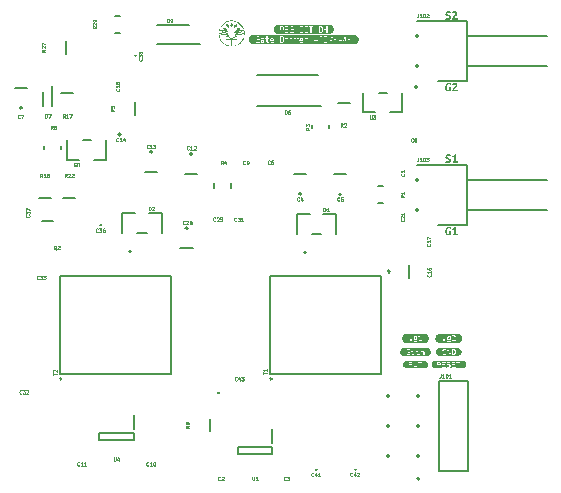
<source format=gto>
%TF.GenerationSoftware,KiCad,Pcbnew,8.0.2*%
%TF.CreationDate,2024-06-14T21:27:27+05:30*%
%TF.ProjectId,gate driver circuit design,67617465-2064-4726-9976-657220636972,rev?*%
%TF.SameCoordinates,Original*%
%TF.FileFunction,Legend,Top*%
%TF.FilePolarity,Positive*%
%FSLAX46Y46*%
G04 Gerber Fmt 4.6, Leading zero omitted, Abs format (unit mm)*
G04 Created by KiCad (PCBNEW 8.0.2) date 2024-06-14 21:27:27*
%MOMM*%
%LPD*%
G01*
G04 APERTURE LIST*
%ADD10C,0.060000*%
%ADD11C,0.200000*%
%ADD12C,0.000000*%
%ADD13C,0.152400*%
%ADD14C,0.127000*%
%ADD15C,0.350000*%
G04 APERTURE END LIST*
D10*
X113834094Y-67968456D02*
X113848380Y-67982742D01*
X113848380Y-67982742D02*
X113862665Y-68025599D01*
X113862665Y-68025599D02*
X113862665Y-68054171D01*
X113862665Y-68054171D02*
X113848380Y-68097028D01*
X113848380Y-68097028D02*
X113819808Y-68125599D01*
X113819808Y-68125599D02*
X113791237Y-68139885D01*
X113791237Y-68139885D02*
X113734094Y-68154171D01*
X113734094Y-68154171D02*
X113691237Y-68154171D01*
X113691237Y-68154171D02*
X113634094Y-68139885D01*
X113634094Y-68139885D02*
X113605522Y-68125599D01*
X113605522Y-68125599D02*
X113576951Y-68097028D01*
X113576951Y-68097028D02*
X113562665Y-68054171D01*
X113562665Y-68054171D02*
X113562665Y-68025599D01*
X113562665Y-68025599D02*
X113576951Y-67982742D01*
X113576951Y-67982742D02*
X113591237Y-67968456D01*
X113862665Y-67682742D02*
X113862665Y-67854171D01*
X113862665Y-67768456D02*
X113562665Y-67768456D01*
X113562665Y-67768456D02*
X113605522Y-67797028D01*
X113605522Y-67797028D02*
X113634094Y-67825599D01*
X113634094Y-67825599D02*
X113648380Y-67854171D01*
X113562665Y-67425600D02*
X113562665Y-67482742D01*
X113562665Y-67482742D02*
X113576951Y-67511314D01*
X113576951Y-67511314D02*
X113591237Y-67525600D01*
X113591237Y-67525600D02*
X113634094Y-67554171D01*
X113634094Y-67554171D02*
X113691237Y-67568457D01*
X113691237Y-67568457D02*
X113805522Y-67568457D01*
X113805522Y-67568457D02*
X113834094Y-67554171D01*
X113834094Y-67554171D02*
X113848380Y-67539885D01*
X113848380Y-67539885D02*
X113862665Y-67511314D01*
X113862665Y-67511314D02*
X113862665Y-67454171D01*
X113862665Y-67454171D02*
X113848380Y-67425600D01*
X113848380Y-67425600D02*
X113834094Y-67411314D01*
X113834094Y-67411314D02*
X113805522Y-67397028D01*
X113805522Y-67397028D02*
X113734094Y-67397028D01*
X113734094Y-67397028D02*
X113705522Y-67411314D01*
X113705522Y-67411314D02*
X113691237Y-67425600D01*
X113691237Y-67425600D02*
X113676951Y-67454171D01*
X113676951Y-67454171D02*
X113676951Y-67511314D01*
X113676951Y-67511314D02*
X113691237Y-67539885D01*
X113691237Y-67539885D02*
X113705522Y-67554171D01*
X113705522Y-67554171D02*
X113734094Y-67568457D01*
X91528571Y-46635665D02*
X91528571Y-46335665D01*
X91528571Y-46335665D02*
X91600000Y-46335665D01*
X91600000Y-46335665D02*
X91642857Y-46349951D01*
X91642857Y-46349951D02*
X91671428Y-46378522D01*
X91671428Y-46378522D02*
X91685714Y-46407094D01*
X91685714Y-46407094D02*
X91700000Y-46464237D01*
X91700000Y-46464237D02*
X91700000Y-46507094D01*
X91700000Y-46507094D02*
X91685714Y-46564237D01*
X91685714Y-46564237D02*
X91671428Y-46592808D01*
X91671428Y-46592808D02*
X91642857Y-46621380D01*
X91642857Y-46621380D02*
X91600000Y-46635665D01*
X91600000Y-46635665D02*
X91528571Y-46635665D01*
X91842857Y-46635665D02*
X91900000Y-46635665D01*
X91900000Y-46635665D02*
X91928571Y-46621380D01*
X91928571Y-46621380D02*
X91942857Y-46607094D01*
X91942857Y-46607094D02*
X91971428Y-46564237D01*
X91971428Y-46564237D02*
X91985714Y-46507094D01*
X91985714Y-46507094D02*
X91985714Y-46392808D01*
X91985714Y-46392808D02*
X91971428Y-46364237D01*
X91971428Y-46364237D02*
X91957143Y-46349951D01*
X91957143Y-46349951D02*
X91928571Y-46335665D01*
X91928571Y-46335665D02*
X91871428Y-46335665D01*
X91871428Y-46335665D02*
X91842857Y-46349951D01*
X91842857Y-46349951D02*
X91828571Y-46364237D01*
X91828571Y-46364237D02*
X91814285Y-46392808D01*
X91814285Y-46392808D02*
X91814285Y-46464237D01*
X91814285Y-46464237D02*
X91828571Y-46492808D01*
X91828571Y-46492808D02*
X91842857Y-46507094D01*
X91842857Y-46507094D02*
X91871428Y-46521380D01*
X91871428Y-46521380D02*
X91928571Y-46521380D01*
X91928571Y-46521380D02*
X91957143Y-46507094D01*
X91957143Y-46507094D02*
X91971428Y-46492808D01*
X91971428Y-46492808D02*
X91985714Y-46464237D01*
X79052736Y-54732094D02*
X79038450Y-54746380D01*
X79038450Y-54746380D02*
X78995593Y-54760665D01*
X78995593Y-54760665D02*
X78967021Y-54760665D01*
X78967021Y-54760665D02*
X78924164Y-54746380D01*
X78924164Y-54746380D02*
X78895593Y-54717808D01*
X78895593Y-54717808D02*
X78881307Y-54689237D01*
X78881307Y-54689237D02*
X78867021Y-54632094D01*
X78867021Y-54632094D02*
X78867021Y-54589237D01*
X78867021Y-54589237D02*
X78881307Y-54532094D01*
X78881307Y-54532094D02*
X78895593Y-54503522D01*
X78895593Y-54503522D02*
X78924164Y-54474951D01*
X78924164Y-54474951D02*
X78967021Y-54460665D01*
X78967021Y-54460665D02*
X78995593Y-54460665D01*
X78995593Y-54460665D02*
X79038450Y-54474951D01*
X79038450Y-54474951D02*
X79052736Y-54489237D01*
X79152736Y-54460665D02*
X79352736Y-54460665D01*
X79352736Y-54460665D02*
X79224164Y-54760665D01*
X89977143Y-57249094D02*
X89962857Y-57263380D01*
X89962857Y-57263380D02*
X89920000Y-57277665D01*
X89920000Y-57277665D02*
X89891428Y-57277665D01*
X89891428Y-57277665D02*
X89848571Y-57263380D01*
X89848571Y-57263380D02*
X89820000Y-57234808D01*
X89820000Y-57234808D02*
X89805714Y-57206237D01*
X89805714Y-57206237D02*
X89791428Y-57149094D01*
X89791428Y-57149094D02*
X89791428Y-57106237D01*
X89791428Y-57106237D02*
X89805714Y-57049094D01*
X89805714Y-57049094D02*
X89820000Y-57020522D01*
X89820000Y-57020522D02*
X89848571Y-56991951D01*
X89848571Y-56991951D02*
X89891428Y-56977665D01*
X89891428Y-56977665D02*
X89920000Y-56977665D01*
X89920000Y-56977665D02*
X89962857Y-56991951D01*
X89962857Y-56991951D02*
X89977143Y-57006237D01*
X90262857Y-57277665D02*
X90091428Y-57277665D01*
X90177143Y-57277665D02*
X90177143Y-56977665D01*
X90177143Y-56977665D02*
X90148571Y-57020522D01*
X90148571Y-57020522D02*
X90120000Y-57049094D01*
X90120000Y-57049094D02*
X90091428Y-57063380D01*
X90362857Y-56977665D02*
X90548571Y-56977665D01*
X90548571Y-56977665D02*
X90448571Y-57091951D01*
X90448571Y-57091951D02*
X90491428Y-57091951D01*
X90491428Y-57091951D02*
X90520000Y-57106237D01*
X90520000Y-57106237D02*
X90534285Y-57120522D01*
X90534285Y-57120522D02*
X90548571Y-57149094D01*
X90548571Y-57149094D02*
X90548571Y-57220522D01*
X90548571Y-57220522D02*
X90534285Y-57249094D01*
X90534285Y-57249094D02*
X90520000Y-57263380D01*
X90520000Y-57263380D02*
X90491428Y-57277665D01*
X90491428Y-57277665D02*
X90405714Y-57277665D01*
X90405714Y-57277665D02*
X90377142Y-57263380D01*
X90377142Y-57263380D02*
X90362857Y-57249094D01*
X84097143Y-84135094D02*
X84082857Y-84149380D01*
X84082857Y-84149380D02*
X84040000Y-84163665D01*
X84040000Y-84163665D02*
X84011428Y-84163665D01*
X84011428Y-84163665D02*
X83968571Y-84149380D01*
X83968571Y-84149380D02*
X83940000Y-84120808D01*
X83940000Y-84120808D02*
X83925714Y-84092237D01*
X83925714Y-84092237D02*
X83911428Y-84035094D01*
X83911428Y-84035094D02*
X83911428Y-83992237D01*
X83911428Y-83992237D02*
X83925714Y-83935094D01*
X83925714Y-83935094D02*
X83940000Y-83906522D01*
X83940000Y-83906522D02*
X83968571Y-83877951D01*
X83968571Y-83877951D02*
X84011428Y-83863665D01*
X84011428Y-83863665D02*
X84040000Y-83863665D01*
X84040000Y-83863665D02*
X84082857Y-83877951D01*
X84082857Y-83877951D02*
X84097143Y-83892237D01*
X84382857Y-84163665D02*
X84211428Y-84163665D01*
X84297143Y-84163665D02*
X84297143Y-83863665D01*
X84297143Y-83863665D02*
X84268571Y-83906522D01*
X84268571Y-83906522D02*
X84240000Y-83935094D01*
X84240000Y-83935094D02*
X84211428Y-83949380D01*
X84668571Y-84163665D02*
X84497142Y-84163665D01*
X84582857Y-84163665D02*
X84582857Y-83863665D01*
X84582857Y-83863665D02*
X84554285Y-83906522D01*
X84554285Y-83906522D02*
X84525714Y-83935094D01*
X84525714Y-83935094D02*
X84497142Y-83949380D01*
X107220143Y-85028094D02*
X107205857Y-85042380D01*
X107205857Y-85042380D02*
X107163000Y-85056665D01*
X107163000Y-85056665D02*
X107134428Y-85056665D01*
X107134428Y-85056665D02*
X107091571Y-85042380D01*
X107091571Y-85042380D02*
X107063000Y-85013808D01*
X107063000Y-85013808D02*
X107048714Y-84985237D01*
X107048714Y-84985237D02*
X107034428Y-84928094D01*
X107034428Y-84928094D02*
X107034428Y-84885237D01*
X107034428Y-84885237D02*
X107048714Y-84828094D01*
X107048714Y-84828094D02*
X107063000Y-84799522D01*
X107063000Y-84799522D02*
X107091571Y-84770951D01*
X107091571Y-84770951D02*
X107134428Y-84756665D01*
X107134428Y-84756665D02*
X107163000Y-84756665D01*
X107163000Y-84756665D02*
X107205857Y-84770951D01*
X107205857Y-84770951D02*
X107220143Y-84785237D01*
X107477286Y-84856665D02*
X107477286Y-85056665D01*
X107405857Y-84742380D02*
X107334428Y-84956665D01*
X107334428Y-84956665D02*
X107520143Y-84956665D01*
X107620142Y-84785237D02*
X107634428Y-84770951D01*
X107634428Y-84770951D02*
X107663000Y-84756665D01*
X107663000Y-84756665D02*
X107734428Y-84756665D01*
X107734428Y-84756665D02*
X107763000Y-84770951D01*
X107763000Y-84770951D02*
X107777285Y-84785237D01*
X107777285Y-84785237D02*
X107791571Y-84813808D01*
X107791571Y-84813808D02*
X107791571Y-84842380D01*
X107791571Y-84842380D02*
X107777285Y-84885237D01*
X107777285Y-84885237D02*
X107605857Y-85056665D01*
X107605857Y-85056665D02*
X107791571Y-85056665D01*
X111591094Y-63302856D02*
X111605380Y-63317142D01*
X111605380Y-63317142D02*
X111619665Y-63359999D01*
X111619665Y-63359999D02*
X111619665Y-63388571D01*
X111619665Y-63388571D02*
X111605380Y-63431428D01*
X111605380Y-63431428D02*
X111576808Y-63459999D01*
X111576808Y-63459999D02*
X111548237Y-63474285D01*
X111548237Y-63474285D02*
X111491094Y-63488571D01*
X111491094Y-63488571D02*
X111448237Y-63488571D01*
X111448237Y-63488571D02*
X111391094Y-63474285D01*
X111391094Y-63474285D02*
X111362522Y-63459999D01*
X111362522Y-63459999D02*
X111333951Y-63431428D01*
X111333951Y-63431428D02*
X111319665Y-63388571D01*
X111319665Y-63388571D02*
X111319665Y-63359999D01*
X111319665Y-63359999D02*
X111333951Y-63317142D01*
X111333951Y-63317142D02*
X111348237Y-63302856D01*
X111348237Y-63188571D02*
X111333951Y-63174285D01*
X111333951Y-63174285D02*
X111319665Y-63145714D01*
X111319665Y-63145714D02*
X111319665Y-63074285D01*
X111319665Y-63074285D02*
X111333951Y-63045714D01*
X111333951Y-63045714D02*
X111348237Y-63031428D01*
X111348237Y-63031428D02*
X111376808Y-63017142D01*
X111376808Y-63017142D02*
X111405380Y-63017142D01*
X111405380Y-63017142D02*
X111448237Y-63031428D01*
X111448237Y-63031428D02*
X111619665Y-63202856D01*
X111619665Y-63202856D02*
X111619665Y-63017142D01*
X111619665Y-62731428D02*
X111619665Y-62902857D01*
X111619665Y-62817142D02*
X111319665Y-62817142D01*
X111319665Y-62817142D02*
X111362522Y-62845714D01*
X111362522Y-62845714D02*
X111391094Y-62874285D01*
X111391094Y-62874285D02*
X111405380Y-62902857D01*
X83043143Y-59742665D02*
X82943143Y-59599808D01*
X82871714Y-59742665D02*
X82871714Y-59442665D01*
X82871714Y-59442665D02*
X82986000Y-59442665D01*
X82986000Y-59442665D02*
X83014571Y-59456951D01*
X83014571Y-59456951D02*
X83028857Y-59471237D01*
X83028857Y-59471237D02*
X83043143Y-59499808D01*
X83043143Y-59499808D02*
X83043143Y-59542665D01*
X83043143Y-59542665D02*
X83028857Y-59571237D01*
X83028857Y-59571237D02*
X83014571Y-59585522D01*
X83014571Y-59585522D02*
X82986000Y-59599808D01*
X82986000Y-59599808D02*
X82871714Y-59599808D01*
X83157428Y-59471237D02*
X83171714Y-59456951D01*
X83171714Y-59456951D02*
X83200286Y-59442665D01*
X83200286Y-59442665D02*
X83271714Y-59442665D01*
X83271714Y-59442665D02*
X83300286Y-59456951D01*
X83300286Y-59456951D02*
X83314571Y-59471237D01*
X83314571Y-59471237D02*
X83328857Y-59499808D01*
X83328857Y-59499808D02*
X83328857Y-59528380D01*
X83328857Y-59528380D02*
X83314571Y-59571237D01*
X83314571Y-59571237D02*
X83143143Y-59742665D01*
X83143143Y-59742665D02*
X83328857Y-59742665D01*
X83443142Y-59471237D02*
X83457428Y-59456951D01*
X83457428Y-59456951D02*
X83486000Y-59442665D01*
X83486000Y-59442665D02*
X83557428Y-59442665D01*
X83557428Y-59442665D02*
X83586000Y-59456951D01*
X83586000Y-59456951D02*
X83600285Y-59471237D01*
X83600285Y-59471237D02*
X83614571Y-59499808D01*
X83614571Y-59499808D02*
X83614571Y-59528380D01*
X83614571Y-59528380D02*
X83600285Y-59571237D01*
X83600285Y-59571237D02*
X83428857Y-59742665D01*
X83428857Y-59742665D02*
X83614571Y-59742665D01*
X112795286Y-58075665D02*
X112795286Y-58289951D01*
X112795286Y-58289951D02*
X112781001Y-58332808D01*
X112781001Y-58332808D02*
X112752429Y-58361380D01*
X112752429Y-58361380D02*
X112709572Y-58375665D01*
X112709572Y-58375665D02*
X112681001Y-58375665D01*
X113095286Y-58375665D02*
X112923857Y-58375665D01*
X113009572Y-58375665D02*
X113009572Y-58075665D01*
X113009572Y-58075665D02*
X112981000Y-58118522D01*
X112981000Y-58118522D02*
X112952429Y-58147094D01*
X112952429Y-58147094D02*
X112923857Y-58161380D01*
X113281000Y-58075665D02*
X113309571Y-58075665D01*
X113309571Y-58075665D02*
X113338143Y-58089951D01*
X113338143Y-58089951D02*
X113352429Y-58104237D01*
X113352429Y-58104237D02*
X113366714Y-58132808D01*
X113366714Y-58132808D02*
X113381000Y-58189951D01*
X113381000Y-58189951D02*
X113381000Y-58261380D01*
X113381000Y-58261380D02*
X113366714Y-58318522D01*
X113366714Y-58318522D02*
X113352429Y-58347094D01*
X113352429Y-58347094D02*
X113338143Y-58361380D01*
X113338143Y-58361380D02*
X113309571Y-58375665D01*
X113309571Y-58375665D02*
X113281000Y-58375665D01*
X113281000Y-58375665D02*
X113252429Y-58361380D01*
X113252429Y-58361380D02*
X113238143Y-58347094D01*
X113238143Y-58347094D02*
X113223857Y-58318522D01*
X113223857Y-58318522D02*
X113209571Y-58261380D01*
X113209571Y-58261380D02*
X113209571Y-58189951D01*
X113209571Y-58189951D02*
X113223857Y-58132808D01*
X113223857Y-58132808D02*
X113238143Y-58104237D01*
X113238143Y-58104237D02*
X113252429Y-58089951D01*
X113252429Y-58089951D02*
X113281000Y-58075665D01*
X113481000Y-58075665D02*
X113666714Y-58075665D01*
X113666714Y-58075665D02*
X113566714Y-58189951D01*
X113566714Y-58189951D02*
X113609571Y-58189951D01*
X113609571Y-58189951D02*
X113638143Y-58204237D01*
X113638143Y-58204237D02*
X113652428Y-58218522D01*
X113652428Y-58218522D02*
X113666714Y-58247094D01*
X113666714Y-58247094D02*
X113666714Y-58318522D01*
X113666714Y-58318522D02*
X113652428Y-58347094D01*
X113652428Y-58347094D02*
X113638143Y-58361380D01*
X113638143Y-58361380D02*
X113609571Y-58375665D01*
X113609571Y-58375665D02*
X113523857Y-58375665D01*
X113523857Y-58375665D02*
X113495285Y-58361380D01*
X113495285Y-58361380D02*
X113481000Y-58347094D01*
X82861879Y-54699665D02*
X82761879Y-54556808D01*
X82690450Y-54699665D02*
X82690450Y-54399665D01*
X82690450Y-54399665D02*
X82804736Y-54399665D01*
X82804736Y-54399665D02*
X82833307Y-54413951D01*
X82833307Y-54413951D02*
X82847593Y-54428237D01*
X82847593Y-54428237D02*
X82861879Y-54456808D01*
X82861879Y-54456808D02*
X82861879Y-54499665D01*
X82861879Y-54499665D02*
X82847593Y-54528237D01*
X82847593Y-54528237D02*
X82833307Y-54542522D01*
X82833307Y-54542522D02*
X82804736Y-54556808D01*
X82804736Y-54556808D02*
X82690450Y-54556808D01*
X83147593Y-54699665D02*
X82976164Y-54699665D01*
X83061879Y-54699665D02*
X83061879Y-54399665D01*
X83061879Y-54399665D02*
X83033307Y-54442522D01*
X83033307Y-54442522D02*
X83004736Y-54471094D01*
X83004736Y-54471094D02*
X82976164Y-54485380D01*
X83247593Y-54399665D02*
X83447593Y-54399665D01*
X83447593Y-54399665D02*
X83319021Y-54699665D01*
X103921143Y-85036094D02*
X103906857Y-85050380D01*
X103906857Y-85050380D02*
X103864000Y-85064665D01*
X103864000Y-85064665D02*
X103835428Y-85064665D01*
X103835428Y-85064665D02*
X103792571Y-85050380D01*
X103792571Y-85050380D02*
X103764000Y-85021808D01*
X103764000Y-85021808D02*
X103749714Y-84993237D01*
X103749714Y-84993237D02*
X103735428Y-84936094D01*
X103735428Y-84936094D02*
X103735428Y-84893237D01*
X103735428Y-84893237D02*
X103749714Y-84836094D01*
X103749714Y-84836094D02*
X103764000Y-84807522D01*
X103764000Y-84807522D02*
X103792571Y-84778951D01*
X103792571Y-84778951D02*
X103835428Y-84764665D01*
X103835428Y-84764665D02*
X103864000Y-84764665D01*
X103864000Y-84764665D02*
X103906857Y-84778951D01*
X103906857Y-84778951D02*
X103921143Y-84793237D01*
X104178286Y-84864665D02*
X104178286Y-85064665D01*
X104106857Y-84750380D02*
X104035428Y-84964665D01*
X104035428Y-84964665D02*
X104221143Y-84964665D01*
X104492571Y-85064665D02*
X104321142Y-85064665D01*
X104406857Y-85064665D02*
X104406857Y-84764665D01*
X104406857Y-84764665D02*
X104378285Y-84807522D01*
X104378285Y-84807522D02*
X104349714Y-84836094D01*
X104349714Y-84836094D02*
X104321142Y-84850380D01*
X99688665Y-76419570D02*
X99688665Y-76248142D01*
X99988665Y-76333856D02*
X99688665Y-76333856D01*
X99988665Y-75990999D02*
X99988665Y-76162428D01*
X99988665Y-76076713D02*
X99688665Y-76076713D01*
X99688665Y-76076713D02*
X99731522Y-76105285D01*
X99731522Y-76105285D02*
X99760094Y-76133856D01*
X99760094Y-76133856D02*
X99774380Y-76162428D01*
X100190189Y-76775999D02*
X100309237Y-76775999D01*
X100261618Y-76895047D02*
X100309237Y-76775999D01*
X100309237Y-76775999D02*
X100261618Y-76656952D01*
X100404475Y-76847428D02*
X100309237Y-76775999D01*
X100309237Y-76775999D02*
X100404475Y-76704571D01*
X96037000Y-85377094D02*
X96022714Y-85391380D01*
X96022714Y-85391380D02*
X95979857Y-85405665D01*
X95979857Y-85405665D02*
X95951285Y-85405665D01*
X95951285Y-85405665D02*
X95908428Y-85391380D01*
X95908428Y-85391380D02*
X95879857Y-85362808D01*
X95879857Y-85362808D02*
X95865571Y-85334237D01*
X95865571Y-85334237D02*
X95851285Y-85277094D01*
X95851285Y-85277094D02*
X95851285Y-85234237D01*
X95851285Y-85234237D02*
X95865571Y-85177094D01*
X95865571Y-85177094D02*
X95879857Y-85148522D01*
X95879857Y-85148522D02*
X95908428Y-85119951D01*
X95908428Y-85119951D02*
X95951285Y-85105665D01*
X95951285Y-85105665D02*
X95979857Y-85105665D01*
X95979857Y-85105665D02*
X96022714Y-85119951D01*
X96022714Y-85119951D02*
X96037000Y-85134237D01*
X96151285Y-85134237D02*
X96165571Y-85119951D01*
X96165571Y-85119951D02*
X96194143Y-85105665D01*
X96194143Y-85105665D02*
X96265571Y-85105665D01*
X96265571Y-85105665D02*
X96294143Y-85119951D01*
X96294143Y-85119951D02*
X96308428Y-85134237D01*
X96308428Y-85134237D02*
X96322714Y-85162808D01*
X96322714Y-85162808D02*
X96322714Y-85191380D01*
X96322714Y-85191380D02*
X96308428Y-85234237D01*
X96308428Y-85234237D02*
X96137000Y-85405665D01*
X96137000Y-85405665D02*
X96322714Y-85405665D01*
X106129000Y-61712094D02*
X106114714Y-61726380D01*
X106114714Y-61726380D02*
X106071857Y-61740665D01*
X106071857Y-61740665D02*
X106043285Y-61740665D01*
X106043285Y-61740665D02*
X106000428Y-61726380D01*
X106000428Y-61726380D02*
X105971857Y-61697808D01*
X105971857Y-61697808D02*
X105957571Y-61669237D01*
X105957571Y-61669237D02*
X105943285Y-61612094D01*
X105943285Y-61612094D02*
X105943285Y-61569237D01*
X105943285Y-61569237D02*
X105957571Y-61512094D01*
X105957571Y-61512094D02*
X105971857Y-61483522D01*
X105971857Y-61483522D02*
X106000428Y-61454951D01*
X106000428Y-61454951D02*
X106043285Y-61440665D01*
X106043285Y-61440665D02*
X106071857Y-61440665D01*
X106071857Y-61440665D02*
X106114714Y-61454951D01*
X106114714Y-61454951D02*
X106129000Y-61469237D01*
X106400428Y-61440665D02*
X106257571Y-61440665D01*
X106257571Y-61440665D02*
X106243285Y-61583522D01*
X106243285Y-61583522D02*
X106257571Y-61569237D01*
X106257571Y-61569237D02*
X106286143Y-61554951D01*
X106286143Y-61554951D02*
X106357571Y-61554951D01*
X106357571Y-61554951D02*
X106386143Y-61569237D01*
X106386143Y-61569237D02*
X106400428Y-61583522D01*
X106400428Y-61583522D02*
X106414714Y-61612094D01*
X106414714Y-61612094D02*
X106414714Y-61683522D01*
X106414714Y-61683522D02*
X106400428Y-61712094D01*
X106400428Y-61712094D02*
X106386143Y-61726380D01*
X106386143Y-61726380D02*
X106357571Y-61740665D01*
X106357571Y-61740665D02*
X106286143Y-61740665D01*
X106286143Y-61740665D02*
X106257571Y-61726380D01*
X106257571Y-61726380D02*
X106243285Y-61712094D01*
X98756428Y-85093665D02*
X98756428Y-85336522D01*
X98756428Y-85336522D02*
X98770714Y-85365094D01*
X98770714Y-85365094D02*
X98785000Y-85379380D01*
X98785000Y-85379380D02*
X98813571Y-85393665D01*
X98813571Y-85393665D02*
X98870714Y-85393665D01*
X98870714Y-85393665D02*
X98899285Y-85379380D01*
X98899285Y-85379380D02*
X98913571Y-85365094D01*
X98913571Y-85365094D02*
X98927857Y-85336522D01*
X98927857Y-85336522D02*
X98927857Y-85093665D01*
X99227857Y-85393665D02*
X99056428Y-85393665D01*
X99142143Y-85393665D02*
X99142143Y-85093665D01*
X99142143Y-85093665D02*
X99113571Y-85136522D01*
X99113571Y-85136522D02*
X99085000Y-85165094D01*
X99085000Y-85165094D02*
X99056428Y-85179380D01*
X111591094Y-59434999D02*
X111605380Y-59449285D01*
X111605380Y-59449285D02*
X111619665Y-59492142D01*
X111619665Y-59492142D02*
X111619665Y-59520714D01*
X111619665Y-59520714D02*
X111605380Y-59563571D01*
X111605380Y-59563571D02*
X111576808Y-59592142D01*
X111576808Y-59592142D02*
X111548237Y-59606428D01*
X111548237Y-59606428D02*
X111491094Y-59620714D01*
X111491094Y-59620714D02*
X111448237Y-59620714D01*
X111448237Y-59620714D02*
X111391094Y-59606428D01*
X111391094Y-59606428D02*
X111362522Y-59592142D01*
X111362522Y-59592142D02*
X111333951Y-59563571D01*
X111333951Y-59563571D02*
X111319665Y-59520714D01*
X111319665Y-59520714D02*
X111319665Y-59492142D01*
X111319665Y-59492142D02*
X111333951Y-59449285D01*
X111333951Y-59449285D02*
X111348237Y-59434999D01*
X111619665Y-59149285D02*
X111619665Y-59320714D01*
X111619665Y-59234999D02*
X111319665Y-59234999D01*
X111319665Y-59234999D02*
X111362522Y-59263571D01*
X111362522Y-59263571D02*
X111391094Y-59292142D01*
X111391094Y-59292142D02*
X111405380Y-59320714D01*
X81216307Y-54688665D02*
X81216307Y-54388665D01*
X81216307Y-54388665D02*
X81287736Y-54388665D01*
X81287736Y-54388665D02*
X81330593Y-54402951D01*
X81330593Y-54402951D02*
X81359164Y-54431522D01*
X81359164Y-54431522D02*
X81373450Y-54460094D01*
X81373450Y-54460094D02*
X81387736Y-54517237D01*
X81387736Y-54517237D02*
X81387736Y-54560094D01*
X81387736Y-54560094D02*
X81373450Y-54617237D01*
X81373450Y-54617237D02*
X81359164Y-54645808D01*
X81359164Y-54645808D02*
X81330593Y-54674380D01*
X81330593Y-54674380D02*
X81287736Y-54688665D01*
X81287736Y-54688665D02*
X81216307Y-54688665D01*
X81487736Y-54388665D02*
X81687736Y-54388665D01*
X81687736Y-54388665D02*
X81559164Y-54688665D01*
X114693286Y-76410665D02*
X114693286Y-76624951D01*
X114693286Y-76624951D02*
X114679001Y-76667808D01*
X114679001Y-76667808D02*
X114650429Y-76696380D01*
X114650429Y-76696380D02*
X114607572Y-76710665D01*
X114607572Y-76710665D02*
X114579001Y-76710665D01*
X114993286Y-76710665D02*
X114821857Y-76710665D01*
X114907572Y-76710665D02*
X114907572Y-76410665D01*
X114907572Y-76410665D02*
X114879000Y-76453522D01*
X114879000Y-76453522D02*
X114850429Y-76482094D01*
X114850429Y-76482094D02*
X114821857Y-76496380D01*
X115179000Y-76410665D02*
X115207571Y-76410665D01*
X115207571Y-76410665D02*
X115236143Y-76424951D01*
X115236143Y-76424951D02*
X115250429Y-76439237D01*
X115250429Y-76439237D02*
X115264714Y-76467808D01*
X115264714Y-76467808D02*
X115279000Y-76524951D01*
X115279000Y-76524951D02*
X115279000Y-76596380D01*
X115279000Y-76596380D02*
X115264714Y-76653522D01*
X115264714Y-76653522D02*
X115250429Y-76682094D01*
X115250429Y-76682094D02*
X115236143Y-76696380D01*
X115236143Y-76696380D02*
X115207571Y-76710665D01*
X115207571Y-76710665D02*
X115179000Y-76710665D01*
X115179000Y-76710665D02*
X115150429Y-76696380D01*
X115150429Y-76696380D02*
X115136143Y-76682094D01*
X115136143Y-76682094D02*
X115121857Y-76653522D01*
X115121857Y-76653522D02*
X115107571Y-76596380D01*
X115107571Y-76596380D02*
X115107571Y-76524951D01*
X115107571Y-76524951D02*
X115121857Y-76467808D01*
X115121857Y-76467808D02*
X115136143Y-76439237D01*
X115136143Y-76439237D02*
X115150429Y-76424951D01*
X115150429Y-76424951D02*
X115179000Y-76410665D01*
X115564714Y-76710665D02*
X115393285Y-76710665D01*
X115479000Y-76710665D02*
X115479000Y-76410665D01*
X115479000Y-76410665D02*
X115450428Y-76453522D01*
X115450428Y-76453522D02*
X115421857Y-76482094D01*
X115421857Y-76482094D02*
X115393285Y-76496380D01*
X81841000Y-55668465D02*
X81741000Y-55525608D01*
X81669571Y-55668465D02*
X81669571Y-55368465D01*
X81669571Y-55368465D02*
X81783857Y-55368465D01*
X81783857Y-55368465D02*
X81812428Y-55382751D01*
X81812428Y-55382751D02*
X81826714Y-55397037D01*
X81826714Y-55397037D02*
X81841000Y-55425608D01*
X81841000Y-55425608D02*
X81841000Y-55468465D01*
X81841000Y-55468465D02*
X81826714Y-55497037D01*
X81826714Y-55497037D02*
X81812428Y-55511322D01*
X81812428Y-55511322D02*
X81783857Y-55525608D01*
X81783857Y-55525608D02*
X81669571Y-55525608D01*
X82098143Y-55368465D02*
X82041000Y-55368465D01*
X82041000Y-55368465D02*
X82012428Y-55382751D01*
X82012428Y-55382751D02*
X81998143Y-55397037D01*
X81998143Y-55397037D02*
X81969571Y-55439894D01*
X81969571Y-55439894D02*
X81955285Y-55497037D01*
X81955285Y-55497037D02*
X81955285Y-55611322D01*
X81955285Y-55611322D02*
X81969571Y-55639894D01*
X81969571Y-55639894D02*
X81983857Y-55654180D01*
X81983857Y-55654180D02*
X82012428Y-55668465D01*
X82012428Y-55668465D02*
X82069571Y-55668465D01*
X82069571Y-55668465D02*
X82098143Y-55654180D01*
X82098143Y-55654180D02*
X82112428Y-55639894D01*
X82112428Y-55639894D02*
X82126714Y-55611322D01*
X82126714Y-55611322D02*
X82126714Y-55539894D01*
X82126714Y-55539894D02*
X82112428Y-55511322D01*
X82112428Y-55511322D02*
X82098143Y-55497037D01*
X82098143Y-55497037D02*
X82069571Y-55482751D01*
X82069571Y-55482751D02*
X82012428Y-55482751D01*
X82012428Y-55482751D02*
X81983857Y-55497037D01*
X81983857Y-55497037D02*
X81969571Y-55511322D01*
X81969571Y-55511322D02*
X81955285Y-55539894D01*
X102717000Y-61707094D02*
X102702714Y-61721380D01*
X102702714Y-61721380D02*
X102659857Y-61735665D01*
X102659857Y-61735665D02*
X102631285Y-61735665D01*
X102631285Y-61735665D02*
X102588428Y-61721380D01*
X102588428Y-61721380D02*
X102559857Y-61692808D01*
X102559857Y-61692808D02*
X102545571Y-61664237D01*
X102545571Y-61664237D02*
X102531285Y-61607094D01*
X102531285Y-61607094D02*
X102531285Y-61564237D01*
X102531285Y-61564237D02*
X102545571Y-61507094D01*
X102545571Y-61507094D02*
X102559857Y-61478522D01*
X102559857Y-61478522D02*
X102588428Y-61449951D01*
X102588428Y-61449951D02*
X102631285Y-61435665D01*
X102631285Y-61435665D02*
X102659857Y-61435665D01*
X102659857Y-61435665D02*
X102702714Y-61449951D01*
X102702714Y-61449951D02*
X102717000Y-61464237D01*
X102974143Y-61535665D02*
X102974143Y-61735665D01*
X102902714Y-61421380D02*
X102831285Y-61635665D01*
X102831285Y-61635665D02*
X103017000Y-61635665D01*
X98141000Y-58632094D02*
X98126714Y-58646380D01*
X98126714Y-58646380D02*
X98083857Y-58660665D01*
X98083857Y-58660665D02*
X98055285Y-58660665D01*
X98055285Y-58660665D02*
X98012428Y-58646380D01*
X98012428Y-58646380D02*
X97983857Y-58617808D01*
X97983857Y-58617808D02*
X97969571Y-58589237D01*
X97969571Y-58589237D02*
X97955285Y-58532094D01*
X97955285Y-58532094D02*
X97955285Y-58489237D01*
X97955285Y-58489237D02*
X97969571Y-58432094D01*
X97969571Y-58432094D02*
X97983857Y-58403522D01*
X97983857Y-58403522D02*
X98012428Y-58374951D01*
X98012428Y-58374951D02*
X98055285Y-58360665D01*
X98055285Y-58360665D02*
X98083857Y-58360665D01*
X98083857Y-58360665D02*
X98126714Y-58374951D01*
X98126714Y-58374951D02*
X98141000Y-58389237D01*
X98283857Y-58660665D02*
X98341000Y-58660665D01*
X98341000Y-58660665D02*
X98369571Y-58646380D01*
X98369571Y-58646380D02*
X98383857Y-58632094D01*
X98383857Y-58632094D02*
X98412428Y-58589237D01*
X98412428Y-58589237D02*
X98426714Y-58532094D01*
X98426714Y-58532094D02*
X98426714Y-58417808D01*
X98426714Y-58417808D02*
X98412428Y-58389237D01*
X98412428Y-58389237D02*
X98398143Y-58374951D01*
X98398143Y-58374951D02*
X98369571Y-58360665D01*
X98369571Y-58360665D02*
X98312428Y-58360665D01*
X98312428Y-58360665D02*
X98283857Y-58374951D01*
X98283857Y-58374951D02*
X98269571Y-58389237D01*
X98269571Y-58389237D02*
X98255285Y-58417808D01*
X98255285Y-58417808D02*
X98255285Y-58489237D01*
X98255285Y-58489237D02*
X98269571Y-58517808D01*
X98269571Y-58517808D02*
X98283857Y-58532094D01*
X98283857Y-58532094D02*
X98312428Y-58546380D01*
X98312428Y-58546380D02*
X98369571Y-58546380D01*
X98369571Y-58546380D02*
X98398143Y-58532094D01*
X98398143Y-58532094D02*
X98412428Y-58517808D01*
X98412428Y-58517808D02*
X98426714Y-58489237D01*
X85546401Y-46967856D02*
X85403544Y-47067856D01*
X85546401Y-47139285D02*
X85246401Y-47139285D01*
X85246401Y-47139285D02*
X85246401Y-47024999D01*
X85246401Y-47024999D02*
X85260687Y-46996428D01*
X85260687Y-46996428D02*
X85274973Y-46982142D01*
X85274973Y-46982142D02*
X85303544Y-46967856D01*
X85303544Y-46967856D02*
X85346401Y-46967856D01*
X85346401Y-46967856D02*
X85374973Y-46982142D01*
X85374973Y-46982142D02*
X85389258Y-46996428D01*
X85389258Y-46996428D02*
X85403544Y-47024999D01*
X85403544Y-47024999D02*
X85403544Y-47139285D01*
X85274973Y-46853571D02*
X85260687Y-46839285D01*
X85260687Y-46839285D02*
X85246401Y-46810714D01*
X85246401Y-46810714D02*
X85246401Y-46739285D01*
X85246401Y-46739285D02*
X85260687Y-46710714D01*
X85260687Y-46710714D02*
X85274973Y-46696428D01*
X85274973Y-46696428D02*
X85303544Y-46682142D01*
X85303544Y-46682142D02*
X85332116Y-46682142D01*
X85332116Y-46682142D02*
X85374973Y-46696428D01*
X85374973Y-46696428D02*
X85546401Y-46867856D01*
X85546401Y-46867856D02*
X85546401Y-46682142D01*
X85546401Y-46539285D02*
X85546401Y-46482142D01*
X85546401Y-46482142D02*
X85532116Y-46453571D01*
X85532116Y-46453571D02*
X85517830Y-46439285D01*
X85517830Y-46439285D02*
X85474973Y-46410714D01*
X85474973Y-46410714D02*
X85417830Y-46396428D01*
X85417830Y-46396428D02*
X85303544Y-46396428D01*
X85303544Y-46396428D02*
X85274973Y-46410714D01*
X85274973Y-46410714D02*
X85260687Y-46425000D01*
X85260687Y-46425000D02*
X85246401Y-46453571D01*
X85246401Y-46453571D02*
X85246401Y-46510714D01*
X85246401Y-46510714D02*
X85260687Y-46539285D01*
X85260687Y-46539285D02*
X85274973Y-46553571D01*
X85274973Y-46553571D02*
X85303544Y-46567857D01*
X85303544Y-46567857D02*
X85374973Y-46567857D01*
X85374973Y-46567857D02*
X85403544Y-46553571D01*
X85403544Y-46553571D02*
X85417830Y-46539285D01*
X85417830Y-46539285D02*
X85432116Y-46510714D01*
X85432116Y-46510714D02*
X85432116Y-46453571D01*
X85432116Y-46453571D02*
X85417830Y-46425000D01*
X85417830Y-46425000D02*
X85403544Y-46410714D01*
X85403544Y-46410714D02*
X85374973Y-46396428D01*
X87010428Y-83450665D02*
X87010428Y-83693522D01*
X87010428Y-83693522D02*
X87024714Y-83722094D01*
X87024714Y-83722094D02*
X87039000Y-83736380D01*
X87039000Y-83736380D02*
X87067571Y-83750665D01*
X87067571Y-83750665D02*
X87124714Y-83750665D01*
X87124714Y-83750665D02*
X87153285Y-83736380D01*
X87153285Y-83736380D02*
X87167571Y-83722094D01*
X87167571Y-83722094D02*
X87181857Y-83693522D01*
X87181857Y-83693522D02*
X87181857Y-83450665D01*
X87453286Y-83550665D02*
X87453286Y-83750665D01*
X87381857Y-83436380D02*
X87310428Y-83650665D01*
X87310428Y-83650665D02*
X87496143Y-83650665D01*
X87462094Y-52243856D02*
X87476380Y-52258142D01*
X87476380Y-52258142D02*
X87490665Y-52300999D01*
X87490665Y-52300999D02*
X87490665Y-52329571D01*
X87490665Y-52329571D02*
X87476380Y-52372428D01*
X87476380Y-52372428D02*
X87447808Y-52400999D01*
X87447808Y-52400999D02*
X87419237Y-52415285D01*
X87419237Y-52415285D02*
X87362094Y-52429571D01*
X87362094Y-52429571D02*
X87319237Y-52429571D01*
X87319237Y-52429571D02*
X87262094Y-52415285D01*
X87262094Y-52415285D02*
X87233522Y-52400999D01*
X87233522Y-52400999D02*
X87204951Y-52372428D01*
X87204951Y-52372428D02*
X87190665Y-52329571D01*
X87190665Y-52329571D02*
X87190665Y-52300999D01*
X87190665Y-52300999D02*
X87204951Y-52258142D01*
X87204951Y-52258142D02*
X87219237Y-52243856D01*
X87490665Y-51958142D02*
X87490665Y-52129571D01*
X87490665Y-52043856D02*
X87190665Y-52043856D01*
X87190665Y-52043856D02*
X87233522Y-52072428D01*
X87233522Y-52072428D02*
X87262094Y-52100999D01*
X87262094Y-52100999D02*
X87276380Y-52129571D01*
X87190665Y-51686714D02*
X87190665Y-51829571D01*
X87190665Y-51829571D02*
X87333522Y-51843857D01*
X87333522Y-51843857D02*
X87319237Y-51829571D01*
X87319237Y-51829571D02*
X87304951Y-51801000D01*
X87304951Y-51801000D02*
X87304951Y-51729571D01*
X87304951Y-51729571D02*
X87319237Y-51701000D01*
X87319237Y-51701000D02*
X87333522Y-51686714D01*
X87333522Y-51686714D02*
X87362094Y-51672428D01*
X87362094Y-51672428D02*
X87433522Y-51672428D01*
X87433522Y-51672428D02*
X87462094Y-51686714D01*
X87462094Y-51686714D02*
X87476380Y-51701000D01*
X87476380Y-51701000D02*
X87490665Y-51729571D01*
X87490665Y-51729571D02*
X87490665Y-51801000D01*
X87490665Y-51801000D02*
X87476380Y-51829571D01*
X87476380Y-51829571D02*
X87462094Y-51843857D01*
X79217143Y-78042094D02*
X79202857Y-78056380D01*
X79202857Y-78056380D02*
X79160000Y-78070665D01*
X79160000Y-78070665D02*
X79131428Y-78070665D01*
X79131428Y-78070665D02*
X79088571Y-78056380D01*
X79088571Y-78056380D02*
X79060000Y-78027808D01*
X79060000Y-78027808D02*
X79045714Y-77999237D01*
X79045714Y-77999237D02*
X79031428Y-77942094D01*
X79031428Y-77942094D02*
X79031428Y-77899237D01*
X79031428Y-77899237D02*
X79045714Y-77842094D01*
X79045714Y-77842094D02*
X79060000Y-77813522D01*
X79060000Y-77813522D02*
X79088571Y-77784951D01*
X79088571Y-77784951D02*
X79131428Y-77770665D01*
X79131428Y-77770665D02*
X79160000Y-77770665D01*
X79160000Y-77770665D02*
X79202857Y-77784951D01*
X79202857Y-77784951D02*
X79217143Y-77799237D01*
X79317143Y-77770665D02*
X79502857Y-77770665D01*
X79502857Y-77770665D02*
X79402857Y-77884951D01*
X79402857Y-77884951D02*
X79445714Y-77884951D01*
X79445714Y-77884951D02*
X79474286Y-77899237D01*
X79474286Y-77899237D02*
X79488571Y-77913522D01*
X79488571Y-77913522D02*
X79502857Y-77942094D01*
X79502857Y-77942094D02*
X79502857Y-78013522D01*
X79502857Y-78013522D02*
X79488571Y-78042094D01*
X79488571Y-78042094D02*
X79474286Y-78056380D01*
X79474286Y-78056380D02*
X79445714Y-78070665D01*
X79445714Y-78070665D02*
X79360000Y-78070665D01*
X79360000Y-78070665D02*
X79331428Y-78056380D01*
X79331428Y-78056380D02*
X79317143Y-78042094D01*
X79617142Y-77799237D02*
X79631428Y-77784951D01*
X79631428Y-77784951D02*
X79660000Y-77770665D01*
X79660000Y-77770665D02*
X79731428Y-77770665D01*
X79731428Y-77770665D02*
X79760000Y-77784951D01*
X79760000Y-77784951D02*
X79774285Y-77799237D01*
X79774285Y-77799237D02*
X79788571Y-77827808D01*
X79788571Y-77827808D02*
X79788571Y-77856380D01*
X79788571Y-77856380D02*
X79774285Y-77899237D01*
X79774285Y-77899237D02*
X79602857Y-78070665D01*
X79602857Y-78070665D02*
X79788571Y-78070665D01*
X106391000Y-55477665D02*
X106291000Y-55334808D01*
X106219571Y-55477665D02*
X106219571Y-55177665D01*
X106219571Y-55177665D02*
X106333857Y-55177665D01*
X106333857Y-55177665D02*
X106362428Y-55191951D01*
X106362428Y-55191951D02*
X106376714Y-55206237D01*
X106376714Y-55206237D02*
X106391000Y-55234808D01*
X106391000Y-55234808D02*
X106391000Y-55277665D01*
X106391000Y-55277665D02*
X106376714Y-55306237D01*
X106376714Y-55306237D02*
X106362428Y-55320522D01*
X106362428Y-55320522D02*
X106333857Y-55334808D01*
X106333857Y-55334808D02*
X106219571Y-55334808D01*
X106505285Y-55206237D02*
X106519571Y-55191951D01*
X106519571Y-55191951D02*
X106548143Y-55177665D01*
X106548143Y-55177665D02*
X106619571Y-55177665D01*
X106619571Y-55177665D02*
X106648143Y-55191951D01*
X106648143Y-55191951D02*
X106662428Y-55206237D01*
X106662428Y-55206237D02*
X106676714Y-55234808D01*
X106676714Y-55234808D02*
X106676714Y-55263380D01*
X106676714Y-55263380D02*
X106662428Y-55306237D01*
X106662428Y-55306237D02*
X106491000Y-55477665D01*
X106491000Y-55477665D02*
X106676714Y-55477665D01*
X93034143Y-63716094D02*
X93019857Y-63730380D01*
X93019857Y-63730380D02*
X92977000Y-63744665D01*
X92977000Y-63744665D02*
X92948428Y-63744665D01*
X92948428Y-63744665D02*
X92905571Y-63730380D01*
X92905571Y-63730380D02*
X92877000Y-63701808D01*
X92877000Y-63701808D02*
X92862714Y-63673237D01*
X92862714Y-63673237D02*
X92848428Y-63616094D01*
X92848428Y-63616094D02*
X92848428Y-63573237D01*
X92848428Y-63573237D02*
X92862714Y-63516094D01*
X92862714Y-63516094D02*
X92877000Y-63487522D01*
X92877000Y-63487522D02*
X92905571Y-63458951D01*
X92905571Y-63458951D02*
X92948428Y-63444665D01*
X92948428Y-63444665D02*
X92977000Y-63444665D01*
X92977000Y-63444665D02*
X93019857Y-63458951D01*
X93019857Y-63458951D02*
X93034143Y-63473237D01*
X93148428Y-63473237D02*
X93162714Y-63458951D01*
X93162714Y-63458951D02*
X93191286Y-63444665D01*
X93191286Y-63444665D02*
X93262714Y-63444665D01*
X93262714Y-63444665D02*
X93291286Y-63458951D01*
X93291286Y-63458951D02*
X93305571Y-63473237D01*
X93305571Y-63473237D02*
X93319857Y-63501808D01*
X93319857Y-63501808D02*
X93319857Y-63530380D01*
X93319857Y-63530380D02*
X93305571Y-63573237D01*
X93305571Y-63573237D02*
X93134143Y-63744665D01*
X93134143Y-63744665D02*
X93319857Y-63744665D01*
X93491285Y-63573237D02*
X93462714Y-63558951D01*
X93462714Y-63558951D02*
X93448428Y-63544665D01*
X93448428Y-63544665D02*
X93434142Y-63516094D01*
X93434142Y-63516094D02*
X93434142Y-63501808D01*
X93434142Y-63501808D02*
X93448428Y-63473237D01*
X93448428Y-63473237D02*
X93462714Y-63458951D01*
X93462714Y-63458951D02*
X93491285Y-63444665D01*
X93491285Y-63444665D02*
X93548428Y-63444665D01*
X93548428Y-63444665D02*
X93577000Y-63458951D01*
X93577000Y-63458951D02*
X93591285Y-63473237D01*
X93591285Y-63473237D02*
X93605571Y-63501808D01*
X93605571Y-63501808D02*
X93605571Y-63516094D01*
X93605571Y-63516094D02*
X93591285Y-63544665D01*
X93591285Y-63544665D02*
X93577000Y-63558951D01*
X93577000Y-63558951D02*
X93548428Y-63573237D01*
X93548428Y-63573237D02*
X93491285Y-63573237D01*
X93491285Y-63573237D02*
X93462714Y-63587522D01*
X93462714Y-63587522D02*
X93448428Y-63601808D01*
X93448428Y-63601808D02*
X93434142Y-63630380D01*
X93434142Y-63630380D02*
X93434142Y-63687522D01*
X93434142Y-63687522D02*
X93448428Y-63716094D01*
X93448428Y-63716094D02*
X93462714Y-63730380D01*
X93462714Y-63730380D02*
X93491285Y-63744665D01*
X93491285Y-63744665D02*
X93548428Y-63744665D01*
X93548428Y-63744665D02*
X93577000Y-63730380D01*
X93577000Y-63730380D02*
X93591285Y-63716094D01*
X93591285Y-63716094D02*
X93605571Y-63687522D01*
X93605571Y-63687522D02*
X93605571Y-63630380D01*
X93605571Y-63630380D02*
X93591285Y-63601808D01*
X93591285Y-63601808D02*
X93577000Y-63587522D01*
X93577000Y-63587522D02*
X93548428Y-63573237D01*
X89976570Y-62546965D02*
X89976570Y-62246965D01*
X89976570Y-62246965D02*
X90047999Y-62246965D01*
X90047999Y-62246965D02*
X90090856Y-62261251D01*
X90090856Y-62261251D02*
X90119427Y-62289822D01*
X90119427Y-62289822D02*
X90133713Y-62318394D01*
X90133713Y-62318394D02*
X90147999Y-62375537D01*
X90147999Y-62375537D02*
X90147999Y-62418394D01*
X90147999Y-62418394D02*
X90133713Y-62475537D01*
X90133713Y-62475537D02*
X90119427Y-62504108D01*
X90119427Y-62504108D02*
X90090856Y-62532680D01*
X90090856Y-62532680D02*
X90047999Y-62546965D01*
X90047999Y-62546965D02*
X89976570Y-62546965D01*
X90262284Y-62275537D02*
X90276570Y-62261251D01*
X90276570Y-62261251D02*
X90305142Y-62246965D01*
X90305142Y-62246965D02*
X90376570Y-62246965D01*
X90376570Y-62246965D02*
X90405142Y-62261251D01*
X90405142Y-62261251D02*
X90419427Y-62275537D01*
X90419427Y-62275537D02*
X90433713Y-62304108D01*
X90433713Y-62304108D02*
X90433713Y-62332680D01*
X90433713Y-62332680D02*
X90419427Y-62375537D01*
X90419427Y-62375537D02*
X90247999Y-62546965D01*
X90247999Y-62546965D02*
X90433713Y-62546965D01*
X104772570Y-62629865D02*
X104772570Y-62329865D01*
X104772570Y-62329865D02*
X104843999Y-62329865D01*
X104843999Y-62329865D02*
X104886856Y-62344151D01*
X104886856Y-62344151D02*
X104915427Y-62372722D01*
X104915427Y-62372722D02*
X104929713Y-62401294D01*
X104929713Y-62401294D02*
X104943999Y-62458437D01*
X104943999Y-62458437D02*
X104943999Y-62501294D01*
X104943999Y-62501294D02*
X104929713Y-62558437D01*
X104929713Y-62558437D02*
X104915427Y-62587008D01*
X104915427Y-62587008D02*
X104886856Y-62615580D01*
X104886856Y-62615580D02*
X104843999Y-62629865D01*
X104843999Y-62629865D02*
X104772570Y-62629865D01*
X105229713Y-62629865D02*
X105058284Y-62629865D01*
X105143999Y-62629865D02*
X105143999Y-62329865D01*
X105143999Y-62329865D02*
X105115427Y-62372722D01*
X105115427Y-62372722D02*
X105086856Y-62401294D01*
X105086856Y-62401294D02*
X105058284Y-62415580D01*
X112357000Y-56714094D02*
X112342714Y-56728380D01*
X112342714Y-56728380D02*
X112299857Y-56742665D01*
X112299857Y-56742665D02*
X112271285Y-56742665D01*
X112271285Y-56742665D02*
X112228428Y-56728380D01*
X112228428Y-56728380D02*
X112199857Y-56699808D01*
X112199857Y-56699808D02*
X112185571Y-56671237D01*
X112185571Y-56671237D02*
X112171285Y-56614094D01*
X112171285Y-56614094D02*
X112171285Y-56571237D01*
X112171285Y-56571237D02*
X112185571Y-56514094D01*
X112185571Y-56514094D02*
X112199857Y-56485522D01*
X112199857Y-56485522D02*
X112228428Y-56456951D01*
X112228428Y-56456951D02*
X112271285Y-56442665D01*
X112271285Y-56442665D02*
X112299857Y-56442665D01*
X112299857Y-56442665D02*
X112342714Y-56456951D01*
X112342714Y-56456951D02*
X112357000Y-56471237D01*
X112528428Y-56571237D02*
X112499857Y-56556951D01*
X112499857Y-56556951D02*
X112485571Y-56542665D01*
X112485571Y-56542665D02*
X112471285Y-56514094D01*
X112471285Y-56514094D02*
X112471285Y-56499808D01*
X112471285Y-56499808D02*
X112485571Y-56471237D01*
X112485571Y-56471237D02*
X112499857Y-56456951D01*
X112499857Y-56456951D02*
X112528428Y-56442665D01*
X112528428Y-56442665D02*
X112585571Y-56442665D01*
X112585571Y-56442665D02*
X112614143Y-56456951D01*
X112614143Y-56456951D02*
X112628428Y-56471237D01*
X112628428Y-56471237D02*
X112642714Y-56499808D01*
X112642714Y-56499808D02*
X112642714Y-56514094D01*
X112642714Y-56514094D02*
X112628428Y-56542665D01*
X112628428Y-56542665D02*
X112614143Y-56556951D01*
X112614143Y-56556951D02*
X112585571Y-56571237D01*
X112585571Y-56571237D02*
X112528428Y-56571237D01*
X112528428Y-56571237D02*
X112499857Y-56585522D01*
X112499857Y-56585522D02*
X112485571Y-56599808D01*
X112485571Y-56599808D02*
X112471285Y-56628380D01*
X112471285Y-56628380D02*
X112471285Y-56685522D01*
X112471285Y-56685522D02*
X112485571Y-56714094D01*
X112485571Y-56714094D02*
X112499857Y-56728380D01*
X112499857Y-56728380D02*
X112528428Y-56742665D01*
X112528428Y-56742665D02*
X112585571Y-56742665D01*
X112585571Y-56742665D02*
X112614143Y-56728380D01*
X112614143Y-56728380D02*
X112628428Y-56714094D01*
X112628428Y-56714094D02*
X112642714Y-56685522D01*
X112642714Y-56685522D02*
X112642714Y-56628380D01*
X112642714Y-56628380D02*
X112628428Y-56599808D01*
X112628428Y-56599808D02*
X112614143Y-56585522D01*
X112614143Y-56585522D02*
X112585571Y-56571237D01*
X95616143Y-63409094D02*
X95601857Y-63423380D01*
X95601857Y-63423380D02*
X95559000Y-63437665D01*
X95559000Y-63437665D02*
X95530428Y-63437665D01*
X95530428Y-63437665D02*
X95487571Y-63423380D01*
X95487571Y-63423380D02*
X95459000Y-63394808D01*
X95459000Y-63394808D02*
X95444714Y-63366237D01*
X95444714Y-63366237D02*
X95430428Y-63309094D01*
X95430428Y-63309094D02*
X95430428Y-63266237D01*
X95430428Y-63266237D02*
X95444714Y-63209094D01*
X95444714Y-63209094D02*
X95459000Y-63180522D01*
X95459000Y-63180522D02*
X95487571Y-63151951D01*
X95487571Y-63151951D02*
X95530428Y-63137665D01*
X95530428Y-63137665D02*
X95559000Y-63137665D01*
X95559000Y-63137665D02*
X95601857Y-63151951D01*
X95601857Y-63151951D02*
X95616143Y-63166237D01*
X95730428Y-63166237D02*
X95744714Y-63151951D01*
X95744714Y-63151951D02*
X95773286Y-63137665D01*
X95773286Y-63137665D02*
X95844714Y-63137665D01*
X95844714Y-63137665D02*
X95873286Y-63151951D01*
X95873286Y-63151951D02*
X95887571Y-63166237D01*
X95887571Y-63166237D02*
X95901857Y-63194808D01*
X95901857Y-63194808D02*
X95901857Y-63223380D01*
X95901857Y-63223380D02*
X95887571Y-63266237D01*
X95887571Y-63266237D02*
X95716143Y-63437665D01*
X95716143Y-63437665D02*
X95901857Y-63437665D01*
X96044714Y-63437665D02*
X96101857Y-63437665D01*
X96101857Y-63437665D02*
X96130428Y-63423380D01*
X96130428Y-63423380D02*
X96144714Y-63409094D01*
X96144714Y-63409094D02*
X96173285Y-63366237D01*
X96173285Y-63366237D02*
X96187571Y-63309094D01*
X96187571Y-63309094D02*
X96187571Y-63194808D01*
X96187571Y-63194808D02*
X96173285Y-63166237D01*
X96173285Y-63166237D02*
X96159000Y-63151951D01*
X96159000Y-63151951D02*
X96130428Y-63137665D01*
X96130428Y-63137665D02*
X96073285Y-63137665D01*
X96073285Y-63137665D02*
X96044714Y-63151951D01*
X96044714Y-63151951D02*
X96030428Y-63166237D01*
X96030428Y-63166237D02*
X96016142Y-63194808D01*
X96016142Y-63194808D02*
X96016142Y-63266237D01*
X96016142Y-63266237D02*
X96030428Y-63294808D01*
X96030428Y-63294808D02*
X96044714Y-63309094D01*
X96044714Y-63309094D02*
X96073285Y-63323380D01*
X96073285Y-63323380D02*
X96130428Y-63323380D01*
X96130428Y-63323380D02*
X96159000Y-63309094D01*
X96159000Y-63309094D02*
X96173285Y-63294808D01*
X96173285Y-63294808D02*
X96187571Y-63266237D01*
X103584665Y-55543999D02*
X103441808Y-55643999D01*
X103584665Y-55715428D02*
X103284665Y-55715428D01*
X103284665Y-55715428D02*
X103284665Y-55601142D01*
X103284665Y-55601142D02*
X103298951Y-55572571D01*
X103298951Y-55572571D02*
X103313237Y-55558285D01*
X103313237Y-55558285D02*
X103341808Y-55543999D01*
X103341808Y-55543999D02*
X103384665Y-55543999D01*
X103384665Y-55543999D02*
X103413237Y-55558285D01*
X103413237Y-55558285D02*
X103427522Y-55572571D01*
X103427522Y-55572571D02*
X103441808Y-55601142D01*
X103441808Y-55601142D02*
X103441808Y-55715428D01*
X103284665Y-55443999D02*
X103284665Y-55258285D01*
X103284665Y-55258285D02*
X103398951Y-55358285D01*
X103398951Y-55358285D02*
X103398951Y-55315428D01*
X103398951Y-55315428D02*
X103413237Y-55286857D01*
X103413237Y-55286857D02*
X103427522Y-55272571D01*
X103427522Y-55272571D02*
X103456094Y-55258285D01*
X103456094Y-55258285D02*
X103527522Y-55258285D01*
X103527522Y-55258285D02*
X103556094Y-55272571D01*
X103556094Y-55272571D02*
X103570380Y-55286857D01*
X103570380Y-55286857D02*
X103584665Y-55315428D01*
X103584665Y-55315428D02*
X103584665Y-55401142D01*
X103584665Y-55401142D02*
X103570380Y-55429714D01*
X103570380Y-55429714D02*
X103556094Y-55443999D01*
X96254000Y-58661665D02*
X96154000Y-58518808D01*
X96082571Y-58661665D02*
X96082571Y-58361665D01*
X96082571Y-58361665D02*
X96196857Y-58361665D01*
X96196857Y-58361665D02*
X96225428Y-58375951D01*
X96225428Y-58375951D02*
X96239714Y-58390237D01*
X96239714Y-58390237D02*
X96254000Y-58418808D01*
X96254000Y-58418808D02*
X96254000Y-58461665D01*
X96254000Y-58461665D02*
X96239714Y-58490237D01*
X96239714Y-58490237D02*
X96225428Y-58504522D01*
X96225428Y-58504522D02*
X96196857Y-58518808D01*
X96196857Y-58518808D02*
X96082571Y-58518808D01*
X96511143Y-58461665D02*
X96511143Y-58661665D01*
X96439714Y-58347380D02*
X96368285Y-58561665D01*
X96368285Y-58561665D02*
X96554000Y-58561665D01*
X89956143Y-84140094D02*
X89941857Y-84154380D01*
X89941857Y-84154380D02*
X89899000Y-84168665D01*
X89899000Y-84168665D02*
X89870428Y-84168665D01*
X89870428Y-84168665D02*
X89827571Y-84154380D01*
X89827571Y-84154380D02*
X89799000Y-84125808D01*
X89799000Y-84125808D02*
X89784714Y-84097237D01*
X89784714Y-84097237D02*
X89770428Y-84040094D01*
X89770428Y-84040094D02*
X89770428Y-83997237D01*
X89770428Y-83997237D02*
X89784714Y-83940094D01*
X89784714Y-83940094D02*
X89799000Y-83911522D01*
X89799000Y-83911522D02*
X89827571Y-83882951D01*
X89827571Y-83882951D02*
X89870428Y-83868665D01*
X89870428Y-83868665D02*
X89899000Y-83868665D01*
X89899000Y-83868665D02*
X89941857Y-83882951D01*
X89941857Y-83882951D02*
X89956143Y-83897237D01*
X90241857Y-84168665D02*
X90070428Y-84168665D01*
X90156143Y-84168665D02*
X90156143Y-83868665D01*
X90156143Y-83868665D02*
X90127571Y-83911522D01*
X90127571Y-83911522D02*
X90099000Y-83940094D01*
X90099000Y-83940094D02*
X90070428Y-83954380D01*
X90427571Y-83868665D02*
X90456142Y-83868665D01*
X90456142Y-83868665D02*
X90484714Y-83882951D01*
X90484714Y-83882951D02*
X90499000Y-83897237D01*
X90499000Y-83897237D02*
X90513285Y-83925808D01*
X90513285Y-83925808D02*
X90527571Y-83982951D01*
X90527571Y-83982951D02*
X90527571Y-84054380D01*
X90527571Y-84054380D02*
X90513285Y-84111522D01*
X90513285Y-84111522D02*
X90499000Y-84140094D01*
X90499000Y-84140094D02*
X90484714Y-84154380D01*
X90484714Y-84154380D02*
X90456142Y-84168665D01*
X90456142Y-84168665D02*
X90427571Y-84168665D01*
X90427571Y-84168665D02*
X90399000Y-84154380D01*
X90399000Y-84154380D02*
X90384714Y-84140094D01*
X90384714Y-84140094D02*
X90370428Y-84111522D01*
X90370428Y-84111522D02*
X90356142Y-84054380D01*
X90356142Y-84054380D02*
X90356142Y-83982951D01*
X90356142Y-83982951D02*
X90370428Y-83925808D01*
X90370428Y-83925808D02*
X90384714Y-83897237D01*
X90384714Y-83897237D02*
X90399000Y-83882951D01*
X90399000Y-83882951D02*
X90427571Y-83868665D01*
X112795286Y-45914665D02*
X112795286Y-46128951D01*
X112795286Y-46128951D02*
X112781001Y-46171808D01*
X112781001Y-46171808D02*
X112752429Y-46200380D01*
X112752429Y-46200380D02*
X112709572Y-46214665D01*
X112709572Y-46214665D02*
X112681001Y-46214665D01*
X113095286Y-46214665D02*
X112923857Y-46214665D01*
X113009572Y-46214665D02*
X113009572Y-45914665D01*
X113009572Y-45914665D02*
X112981000Y-45957522D01*
X112981000Y-45957522D02*
X112952429Y-45986094D01*
X112952429Y-45986094D02*
X112923857Y-46000380D01*
X113281000Y-45914665D02*
X113309571Y-45914665D01*
X113309571Y-45914665D02*
X113338143Y-45928951D01*
X113338143Y-45928951D02*
X113352429Y-45943237D01*
X113352429Y-45943237D02*
X113366714Y-45971808D01*
X113366714Y-45971808D02*
X113381000Y-46028951D01*
X113381000Y-46028951D02*
X113381000Y-46100380D01*
X113381000Y-46100380D02*
X113366714Y-46157522D01*
X113366714Y-46157522D02*
X113352429Y-46186094D01*
X113352429Y-46186094D02*
X113338143Y-46200380D01*
X113338143Y-46200380D02*
X113309571Y-46214665D01*
X113309571Y-46214665D02*
X113281000Y-46214665D01*
X113281000Y-46214665D02*
X113252429Y-46200380D01*
X113252429Y-46200380D02*
X113238143Y-46186094D01*
X113238143Y-46186094D02*
X113223857Y-46157522D01*
X113223857Y-46157522D02*
X113209571Y-46100380D01*
X113209571Y-46100380D02*
X113209571Y-46028951D01*
X113209571Y-46028951D02*
X113223857Y-45971808D01*
X113223857Y-45971808D02*
X113238143Y-45943237D01*
X113238143Y-45943237D02*
X113252429Y-45928951D01*
X113252429Y-45928951D02*
X113281000Y-45914665D01*
X113495285Y-45943237D02*
X113509571Y-45928951D01*
X113509571Y-45928951D02*
X113538143Y-45914665D01*
X113538143Y-45914665D02*
X113609571Y-45914665D01*
X113609571Y-45914665D02*
X113638143Y-45928951D01*
X113638143Y-45928951D02*
X113652428Y-45943237D01*
X113652428Y-45943237D02*
X113666714Y-45971808D01*
X113666714Y-45971808D02*
X113666714Y-46000380D01*
X113666714Y-46000380D02*
X113652428Y-46043237D01*
X113652428Y-46043237D02*
X113481000Y-46214665D01*
X113481000Y-46214665D02*
X113666714Y-46214665D01*
X82158428Y-65877237D02*
X82129857Y-65862951D01*
X82129857Y-65862951D02*
X82101285Y-65834380D01*
X82101285Y-65834380D02*
X82058428Y-65791522D01*
X82058428Y-65791522D02*
X82029857Y-65777237D01*
X82029857Y-65777237D02*
X82001285Y-65777237D01*
X82015571Y-65848665D02*
X81987000Y-65834380D01*
X81987000Y-65834380D02*
X81958428Y-65805808D01*
X81958428Y-65805808D02*
X81944142Y-65748665D01*
X81944142Y-65748665D02*
X81944142Y-65648665D01*
X81944142Y-65648665D02*
X81958428Y-65591522D01*
X81958428Y-65591522D02*
X81987000Y-65562951D01*
X81987000Y-65562951D02*
X82015571Y-65548665D01*
X82015571Y-65548665D02*
X82072714Y-65548665D01*
X82072714Y-65548665D02*
X82101285Y-65562951D01*
X82101285Y-65562951D02*
X82129857Y-65591522D01*
X82129857Y-65591522D02*
X82144142Y-65648665D01*
X82144142Y-65648665D02*
X82144142Y-65748665D01*
X82144142Y-65748665D02*
X82129857Y-65805808D01*
X82129857Y-65805808D02*
X82101285Y-65834380D01*
X82101285Y-65834380D02*
X82072714Y-65848665D01*
X82072714Y-65848665D02*
X82015571Y-65848665D01*
X82258428Y-65577237D02*
X82272714Y-65562951D01*
X82272714Y-65562951D02*
X82301286Y-65548665D01*
X82301286Y-65548665D02*
X82372714Y-65548665D01*
X82372714Y-65548665D02*
X82401286Y-65562951D01*
X82401286Y-65562951D02*
X82415571Y-65577237D01*
X82415571Y-65577237D02*
X82429857Y-65605808D01*
X82429857Y-65605808D02*
X82429857Y-65634380D01*
X82429857Y-65634380D02*
X82415571Y-65677237D01*
X82415571Y-65677237D02*
X82244143Y-65848665D01*
X82244143Y-65848665D02*
X82429857Y-65848665D01*
X93380143Y-57376094D02*
X93365857Y-57390380D01*
X93365857Y-57390380D02*
X93323000Y-57404665D01*
X93323000Y-57404665D02*
X93294428Y-57404665D01*
X93294428Y-57404665D02*
X93251571Y-57390380D01*
X93251571Y-57390380D02*
X93223000Y-57361808D01*
X93223000Y-57361808D02*
X93208714Y-57333237D01*
X93208714Y-57333237D02*
X93194428Y-57276094D01*
X93194428Y-57276094D02*
X93194428Y-57233237D01*
X93194428Y-57233237D02*
X93208714Y-57176094D01*
X93208714Y-57176094D02*
X93223000Y-57147522D01*
X93223000Y-57147522D02*
X93251571Y-57118951D01*
X93251571Y-57118951D02*
X93294428Y-57104665D01*
X93294428Y-57104665D02*
X93323000Y-57104665D01*
X93323000Y-57104665D02*
X93365857Y-57118951D01*
X93365857Y-57118951D02*
X93380143Y-57133237D01*
X93665857Y-57404665D02*
X93494428Y-57404665D01*
X93580143Y-57404665D02*
X93580143Y-57104665D01*
X93580143Y-57104665D02*
X93551571Y-57147522D01*
X93551571Y-57147522D02*
X93523000Y-57176094D01*
X93523000Y-57176094D02*
X93494428Y-57190380D01*
X93780142Y-57133237D02*
X93794428Y-57118951D01*
X93794428Y-57118951D02*
X93823000Y-57104665D01*
X93823000Y-57104665D02*
X93894428Y-57104665D01*
X93894428Y-57104665D02*
X93923000Y-57118951D01*
X93923000Y-57118951D02*
X93937285Y-57133237D01*
X93937285Y-57133237D02*
X93951571Y-57161808D01*
X93951571Y-57161808D02*
X93951571Y-57190380D01*
X93951571Y-57190380D02*
X93937285Y-57233237D01*
X93937285Y-57233237D02*
X93765857Y-57404665D01*
X93765857Y-57404665D02*
X93951571Y-57404665D01*
X113794094Y-65380456D02*
X113808380Y-65394742D01*
X113808380Y-65394742D02*
X113822665Y-65437599D01*
X113822665Y-65437599D02*
X113822665Y-65466171D01*
X113822665Y-65466171D02*
X113808380Y-65509028D01*
X113808380Y-65509028D02*
X113779808Y-65537599D01*
X113779808Y-65537599D02*
X113751237Y-65551885D01*
X113751237Y-65551885D02*
X113694094Y-65566171D01*
X113694094Y-65566171D02*
X113651237Y-65566171D01*
X113651237Y-65566171D02*
X113594094Y-65551885D01*
X113594094Y-65551885D02*
X113565522Y-65537599D01*
X113565522Y-65537599D02*
X113536951Y-65509028D01*
X113536951Y-65509028D02*
X113522665Y-65466171D01*
X113522665Y-65466171D02*
X113522665Y-65437599D01*
X113522665Y-65437599D02*
X113536951Y-65394742D01*
X113536951Y-65394742D02*
X113551237Y-65380456D01*
X113822665Y-65094742D02*
X113822665Y-65266171D01*
X113822665Y-65180456D02*
X113522665Y-65180456D01*
X113522665Y-65180456D02*
X113565522Y-65209028D01*
X113565522Y-65209028D02*
X113594094Y-65237599D01*
X113594094Y-65237599D02*
X113608380Y-65266171D01*
X113522665Y-64994742D02*
X113522665Y-64794742D01*
X113522665Y-64794742D02*
X113822665Y-64923314D01*
X89387094Y-49679856D02*
X89401380Y-49694142D01*
X89401380Y-49694142D02*
X89415665Y-49736999D01*
X89415665Y-49736999D02*
X89415665Y-49765571D01*
X89415665Y-49765571D02*
X89401380Y-49808428D01*
X89401380Y-49808428D02*
X89372808Y-49836999D01*
X89372808Y-49836999D02*
X89344237Y-49851285D01*
X89344237Y-49851285D02*
X89287094Y-49865571D01*
X89287094Y-49865571D02*
X89244237Y-49865571D01*
X89244237Y-49865571D02*
X89187094Y-49851285D01*
X89187094Y-49851285D02*
X89158522Y-49836999D01*
X89158522Y-49836999D02*
X89129951Y-49808428D01*
X89129951Y-49808428D02*
X89115665Y-49765571D01*
X89115665Y-49765571D02*
X89115665Y-49736999D01*
X89115665Y-49736999D02*
X89129951Y-49694142D01*
X89129951Y-49694142D02*
X89144237Y-49679856D01*
X89115665Y-49579856D02*
X89115665Y-49394142D01*
X89115665Y-49394142D02*
X89229951Y-49494142D01*
X89229951Y-49494142D02*
X89229951Y-49451285D01*
X89229951Y-49451285D02*
X89244237Y-49422714D01*
X89244237Y-49422714D02*
X89258522Y-49408428D01*
X89258522Y-49408428D02*
X89287094Y-49394142D01*
X89287094Y-49394142D02*
X89358522Y-49394142D01*
X89358522Y-49394142D02*
X89387094Y-49408428D01*
X89387094Y-49408428D02*
X89401380Y-49422714D01*
X89401380Y-49422714D02*
X89415665Y-49451285D01*
X89415665Y-49451285D02*
X89415665Y-49536999D01*
X89415665Y-49536999D02*
X89401380Y-49565571D01*
X89401380Y-49565571D02*
X89387094Y-49579856D01*
X89244237Y-49222714D02*
X89229951Y-49251285D01*
X89229951Y-49251285D02*
X89215665Y-49265571D01*
X89215665Y-49265571D02*
X89187094Y-49279857D01*
X89187094Y-49279857D02*
X89172808Y-49279857D01*
X89172808Y-49279857D02*
X89144237Y-49265571D01*
X89144237Y-49265571D02*
X89129951Y-49251285D01*
X89129951Y-49251285D02*
X89115665Y-49222714D01*
X89115665Y-49222714D02*
X89115665Y-49165571D01*
X89115665Y-49165571D02*
X89129951Y-49137000D01*
X89129951Y-49137000D02*
X89144237Y-49122714D01*
X89144237Y-49122714D02*
X89172808Y-49108428D01*
X89172808Y-49108428D02*
X89187094Y-49108428D01*
X89187094Y-49108428D02*
X89215665Y-49122714D01*
X89215665Y-49122714D02*
X89229951Y-49137000D01*
X89229951Y-49137000D02*
X89244237Y-49165571D01*
X89244237Y-49165571D02*
X89244237Y-49222714D01*
X89244237Y-49222714D02*
X89258522Y-49251285D01*
X89258522Y-49251285D02*
X89272808Y-49265571D01*
X89272808Y-49265571D02*
X89301380Y-49279857D01*
X89301380Y-49279857D02*
X89358522Y-49279857D01*
X89358522Y-49279857D02*
X89387094Y-49265571D01*
X89387094Y-49265571D02*
X89401380Y-49251285D01*
X89401380Y-49251285D02*
X89415665Y-49222714D01*
X89415665Y-49222714D02*
X89415665Y-49165571D01*
X89415665Y-49165571D02*
X89401380Y-49137000D01*
X89401380Y-49137000D02*
X89387094Y-49122714D01*
X89387094Y-49122714D02*
X89358522Y-49108428D01*
X89358522Y-49108428D02*
X89301380Y-49108428D01*
X89301380Y-49108428D02*
X89272808Y-49122714D01*
X89272808Y-49122714D02*
X89258522Y-49137000D01*
X89258522Y-49137000D02*
X89244237Y-49165571D01*
X85682143Y-64354094D02*
X85667857Y-64368380D01*
X85667857Y-64368380D02*
X85625000Y-64382665D01*
X85625000Y-64382665D02*
X85596428Y-64382665D01*
X85596428Y-64382665D02*
X85553571Y-64368380D01*
X85553571Y-64368380D02*
X85525000Y-64339808D01*
X85525000Y-64339808D02*
X85510714Y-64311237D01*
X85510714Y-64311237D02*
X85496428Y-64254094D01*
X85496428Y-64254094D02*
X85496428Y-64211237D01*
X85496428Y-64211237D02*
X85510714Y-64154094D01*
X85510714Y-64154094D02*
X85525000Y-64125522D01*
X85525000Y-64125522D02*
X85553571Y-64096951D01*
X85553571Y-64096951D02*
X85596428Y-64082665D01*
X85596428Y-64082665D02*
X85625000Y-64082665D01*
X85625000Y-64082665D02*
X85667857Y-64096951D01*
X85667857Y-64096951D02*
X85682143Y-64111237D01*
X85782143Y-64082665D02*
X85967857Y-64082665D01*
X85967857Y-64082665D02*
X85867857Y-64196951D01*
X85867857Y-64196951D02*
X85910714Y-64196951D01*
X85910714Y-64196951D02*
X85939286Y-64211237D01*
X85939286Y-64211237D02*
X85953571Y-64225522D01*
X85953571Y-64225522D02*
X85967857Y-64254094D01*
X85967857Y-64254094D02*
X85967857Y-64325522D01*
X85967857Y-64325522D02*
X85953571Y-64354094D01*
X85953571Y-64354094D02*
X85939286Y-64368380D01*
X85939286Y-64368380D02*
X85910714Y-64382665D01*
X85910714Y-64382665D02*
X85825000Y-64382665D01*
X85825000Y-64382665D02*
X85796428Y-64368380D01*
X85796428Y-64368380D02*
X85782143Y-64354094D01*
X86225000Y-64082665D02*
X86167857Y-64082665D01*
X86167857Y-64082665D02*
X86139285Y-64096951D01*
X86139285Y-64096951D02*
X86125000Y-64111237D01*
X86125000Y-64111237D02*
X86096428Y-64154094D01*
X86096428Y-64154094D02*
X86082142Y-64211237D01*
X86082142Y-64211237D02*
X86082142Y-64325522D01*
X86082142Y-64325522D02*
X86096428Y-64354094D01*
X86096428Y-64354094D02*
X86110714Y-64368380D01*
X86110714Y-64368380D02*
X86139285Y-64382665D01*
X86139285Y-64382665D02*
X86196428Y-64382665D01*
X86196428Y-64382665D02*
X86225000Y-64368380D01*
X86225000Y-64368380D02*
X86239285Y-64354094D01*
X86239285Y-64354094D02*
X86253571Y-64325522D01*
X86253571Y-64325522D02*
X86253571Y-64254094D01*
X86253571Y-64254094D02*
X86239285Y-64225522D01*
X86239285Y-64225522D02*
X86225000Y-64211237D01*
X86225000Y-64211237D02*
X86196428Y-64196951D01*
X86196428Y-64196951D02*
X86139285Y-64196951D01*
X86139285Y-64196951D02*
X86110714Y-64211237D01*
X86110714Y-64211237D02*
X86096428Y-64225522D01*
X86096428Y-64225522D02*
X86082142Y-64254094D01*
X97401143Y-63434094D02*
X97386857Y-63448380D01*
X97386857Y-63448380D02*
X97344000Y-63462665D01*
X97344000Y-63462665D02*
X97315428Y-63462665D01*
X97315428Y-63462665D02*
X97272571Y-63448380D01*
X97272571Y-63448380D02*
X97244000Y-63419808D01*
X97244000Y-63419808D02*
X97229714Y-63391237D01*
X97229714Y-63391237D02*
X97215428Y-63334094D01*
X97215428Y-63334094D02*
X97215428Y-63291237D01*
X97215428Y-63291237D02*
X97229714Y-63234094D01*
X97229714Y-63234094D02*
X97244000Y-63205522D01*
X97244000Y-63205522D02*
X97272571Y-63176951D01*
X97272571Y-63176951D02*
X97315428Y-63162665D01*
X97315428Y-63162665D02*
X97344000Y-63162665D01*
X97344000Y-63162665D02*
X97386857Y-63176951D01*
X97386857Y-63176951D02*
X97401143Y-63191237D01*
X97501143Y-63162665D02*
X97686857Y-63162665D01*
X97686857Y-63162665D02*
X97586857Y-63276951D01*
X97586857Y-63276951D02*
X97629714Y-63276951D01*
X97629714Y-63276951D02*
X97658286Y-63291237D01*
X97658286Y-63291237D02*
X97672571Y-63305522D01*
X97672571Y-63305522D02*
X97686857Y-63334094D01*
X97686857Y-63334094D02*
X97686857Y-63405522D01*
X97686857Y-63405522D02*
X97672571Y-63434094D01*
X97672571Y-63434094D02*
X97658286Y-63448380D01*
X97658286Y-63448380D02*
X97629714Y-63462665D01*
X97629714Y-63462665D02*
X97544000Y-63462665D01*
X97544000Y-63462665D02*
X97515428Y-63448380D01*
X97515428Y-63448380D02*
X97501143Y-63434094D01*
X97972571Y-63462665D02*
X97801142Y-63462665D01*
X97886857Y-63462665D02*
X97886857Y-63162665D01*
X97886857Y-63162665D02*
X97858285Y-63205522D01*
X97858285Y-63205522D02*
X97829714Y-63234094D01*
X97829714Y-63234094D02*
X97801142Y-63248380D01*
X80961143Y-59752665D02*
X80861143Y-59609808D01*
X80789714Y-59752665D02*
X80789714Y-59452665D01*
X80789714Y-59452665D02*
X80904000Y-59452665D01*
X80904000Y-59452665D02*
X80932571Y-59466951D01*
X80932571Y-59466951D02*
X80946857Y-59481237D01*
X80946857Y-59481237D02*
X80961143Y-59509808D01*
X80961143Y-59509808D02*
X80961143Y-59552665D01*
X80961143Y-59552665D02*
X80946857Y-59581237D01*
X80946857Y-59581237D02*
X80932571Y-59595522D01*
X80932571Y-59595522D02*
X80904000Y-59609808D01*
X80904000Y-59609808D02*
X80789714Y-59609808D01*
X81246857Y-59752665D02*
X81075428Y-59752665D01*
X81161143Y-59752665D02*
X81161143Y-59452665D01*
X81161143Y-59452665D02*
X81132571Y-59495522D01*
X81132571Y-59495522D02*
X81104000Y-59524094D01*
X81104000Y-59524094D02*
X81075428Y-59538380D01*
X81504000Y-59452665D02*
X81446857Y-59452665D01*
X81446857Y-59452665D02*
X81418285Y-59466951D01*
X81418285Y-59466951D02*
X81404000Y-59481237D01*
X81404000Y-59481237D02*
X81375428Y-59524094D01*
X81375428Y-59524094D02*
X81361142Y-59581237D01*
X81361142Y-59581237D02*
X81361142Y-59695522D01*
X81361142Y-59695522D02*
X81375428Y-59724094D01*
X81375428Y-59724094D02*
X81389714Y-59738380D01*
X81389714Y-59738380D02*
X81418285Y-59752665D01*
X81418285Y-59752665D02*
X81475428Y-59752665D01*
X81475428Y-59752665D02*
X81504000Y-59738380D01*
X81504000Y-59738380D02*
X81518285Y-59724094D01*
X81518285Y-59724094D02*
X81532571Y-59695522D01*
X81532571Y-59695522D02*
X81532571Y-59624094D01*
X81532571Y-59624094D02*
X81518285Y-59595522D01*
X81518285Y-59595522D02*
X81504000Y-59581237D01*
X81504000Y-59581237D02*
X81475428Y-59566951D01*
X81475428Y-59566951D02*
X81418285Y-59566951D01*
X81418285Y-59566951D02*
X81389714Y-59581237D01*
X81389714Y-59581237D02*
X81375428Y-59595522D01*
X81375428Y-59595522D02*
X81361142Y-59624094D01*
X93402665Y-80788999D02*
X93259808Y-80888999D01*
X93402665Y-80960428D02*
X93102665Y-80960428D01*
X93102665Y-80960428D02*
X93102665Y-80846142D01*
X93102665Y-80846142D02*
X93116951Y-80817571D01*
X93116951Y-80817571D02*
X93131237Y-80803285D01*
X93131237Y-80803285D02*
X93159808Y-80788999D01*
X93159808Y-80788999D02*
X93202665Y-80788999D01*
X93202665Y-80788999D02*
X93231237Y-80803285D01*
X93231237Y-80803285D02*
X93245522Y-80817571D01*
X93245522Y-80817571D02*
X93259808Y-80846142D01*
X93259808Y-80846142D02*
X93259808Y-80960428D01*
X93402665Y-80646142D02*
X93402665Y-80588999D01*
X93402665Y-80588999D02*
X93388380Y-80560428D01*
X93388380Y-80560428D02*
X93374094Y-80546142D01*
X93374094Y-80546142D02*
X93331237Y-80517571D01*
X93331237Y-80517571D02*
X93274094Y-80503285D01*
X93274094Y-80503285D02*
X93159808Y-80503285D01*
X93159808Y-80503285D02*
X93131237Y-80517571D01*
X93131237Y-80517571D02*
X93116951Y-80531857D01*
X93116951Y-80531857D02*
X93102665Y-80560428D01*
X93102665Y-80560428D02*
X93102665Y-80617571D01*
X93102665Y-80617571D02*
X93116951Y-80646142D01*
X93116951Y-80646142D02*
X93131237Y-80660428D01*
X93131237Y-80660428D02*
X93159808Y-80674714D01*
X93159808Y-80674714D02*
X93231237Y-80674714D01*
X93231237Y-80674714D02*
X93259808Y-80660428D01*
X93259808Y-80660428D02*
X93274094Y-80646142D01*
X93274094Y-80646142D02*
X93288380Y-80617571D01*
X93288380Y-80617571D02*
X93288380Y-80560428D01*
X93288380Y-80560428D02*
X93274094Y-80531857D01*
X93274094Y-80531857D02*
X93259808Y-80517571D01*
X93259808Y-80517571D02*
X93231237Y-80503285D01*
X100242000Y-58593094D02*
X100227714Y-58607380D01*
X100227714Y-58607380D02*
X100184857Y-58621665D01*
X100184857Y-58621665D02*
X100156285Y-58621665D01*
X100156285Y-58621665D02*
X100113428Y-58607380D01*
X100113428Y-58607380D02*
X100084857Y-58578808D01*
X100084857Y-58578808D02*
X100070571Y-58550237D01*
X100070571Y-58550237D02*
X100056285Y-58493094D01*
X100056285Y-58493094D02*
X100056285Y-58450237D01*
X100056285Y-58450237D02*
X100070571Y-58393094D01*
X100070571Y-58393094D02*
X100084857Y-58364522D01*
X100084857Y-58364522D02*
X100113428Y-58335951D01*
X100113428Y-58335951D02*
X100156285Y-58321665D01*
X100156285Y-58321665D02*
X100184857Y-58321665D01*
X100184857Y-58321665D02*
X100227714Y-58335951D01*
X100227714Y-58335951D02*
X100242000Y-58350237D01*
X100499143Y-58321665D02*
X100442000Y-58321665D01*
X100442000Y-58321665D02*
X100413428Y-58335951D01*
X100413428Y-58335951D02*
X100399143Y-58350237D01*
X100399143Y-58350237D02*
X100370571Y-58393094D01*
X100370571Y-58393094D02*
X100356285Y-58450237D01*
X100356285Y-58450237D02*
X100356285Y-58564522D01*
X100356285Y-58564522D02*
X100370571Y-58593094D01*
X100370571Y-58593094D02*
X100384857Y-58607380D01*
X100384857Y-58607380D02*
X100413428Y-58621665D01*
X100413428Y-58621665D02*
X100470571Y-58621665D01*
X100470571Y-58621665D02*
X100499143Y-58607380D01*
X100499143Y-58607380D02*
X100513428Y-58593094D01*
X100513428Y-58593094D02*
X100527714Y-58564522D01*
X100527714Y-58564522D02*
X100527714Y-58493094D01*
X100527714Y-58493094D02*
X100513428Y-58464522D01*
X100513428Y-58464522D02*
X100499143Y-58450237D01*
X100499143Y-58450237D02*
X100470571Y-58435951D01*
X100470571Y-58435951D02*
X100413428Y-58435951D01*
X100413428Y-58435951D02*
X100384857Y-58450237D01*
X100384857Y-58450237D02*
X100370571Y-58464522D01*
X100370571Y-58464522D02*
X100356285Y-58493094D01*
X111619665Y-61267999D02*
X111476808Y-61367999D01*
X111619665Y-61439428D02*
X111319665Y-61439428D01*
X111319665Y-61439428D02*
X111319665Y-61325142D01*
X111319665Y-61325142D02*
X111333951Y-61296571D01*
X111333951Y-61296571D02*
X111348237Y-61282285D01*
X111348237Y-61282285D02*
X111376808Y-61267999D01*
X111376808Y-61267999D02*
X111419665Y-61267999D01*
X111419665Y-61267999D02*
X111448237Y-61282285D01*
X111448237Y-61282285D02*
X111462522Y-61296571D01*
X111462522Y-61296571D02*
X111476808Y-61325142D01*
X111476808Y-61325142D02*
X111476808Y-61439428D01*
X111619665Y-60982285D02*
X111619665Y-61153714D01*
X111619665Y-61067999D02*
X111319665Y-61067999D01*
X111319665Y-61067999D02*
X111362522Y-61096571D01*
X111362522Y-61096571D02*
X111391094Y-61125142D01*
X111391094Y-61125142D02*
X111405380Y-61153714D01*
X84097070Y-58811334D02*
X84097070Y-58568477D01*
X84097070Y-58568477D02*
X84082784Y-58539905D01*
X84082784Y-58539905D02*
X84068499Y-58525620D01*
X84068499Y-58525620D02*
X84039927Y-58511334D01*
X84039927Y-58511334D02*
X83982784Y-58511334D01*
X83982784Y-58511334D02*
X83954213Y-58525620D01*
X83954213Y-58525620D02*
X83939927Y-58539905D01*
X83939927Y-58539905D02*
X83925641Y-58568477D01*
X83925641Y-58568477D02*
X83925641Y-58811334D01*
X83639927Y-58811334D02*
X83782784Y-58811334D01*
X83782784Y-58811334D02*
X83797070Y-58668477D01*
X83797070Y-58668477D02*
X83782784Y-58682762D01*
X83782784Y-58682762D02*
X83754213Y-58697048D01*
X83754213Y-58697048D02*
X83682784Y-58697048D01*
X83682784Y-58697048D02*
X83654213Y-58682762D01*
X83654213Y-58682762D02*
X83639927Y-58668477D01*
X83639927Y-58668477D02*
X83625641Y-58639905D01*
X83625641Y-58639905D02*
X83625641Y-58568477D01*
X83625641Y-58568477D02*
X83639927Y-58539905D01*
X83639927Y-58539905D02*
X83654213Y-58525620D01*
X83654213Y-58525620D02*
X83682784Y-58511334D01*
X83682784Y-58511334D02*
X83754213Y-58511334D01*
X83754213Y-58511334D02*
X83782784Y-58525620D01*
X83782784Y-58525620D02*
X83797070Y-58539905D01*
X97432143Y-76933094D02*
X97417857Y-76947380D01*
X97417857Y-76947380D02*
X97375000Y-76961665D01*
X97375000Y-76961665D02*
X97346428Y-76961665D01*
X97346428Y-76961665D02*
X97303571Y-76947380D01*
X97303571Y-76947380D02*
X97275000Y-76918808D01*
X97275000Y-76918808D02*
X97260714Y-76890237D01*
X97260714Y-76890237D02*
X97246428Y-76833094D01*
X97246428Y-76833094D02*
X97246428Y-76790237D01*
X97246428Y-76790237D02*
X97260714Y-76733094D01*
X97260714Y-76733094D02*
X97275000Y-76704522D01*
X97275000Y-76704522D02*
X97303571Y-76675951D01*
X97303571Y-76675951D02*
X97346428Y-76661665D01*
X97346428Y-76661665D02*
X97375000Y-76661665D01*
X97375000Y-76661665D02*
X97417857Y-76675951D01*
X97417857Y-76675951D02*
X97432143Y-76690237D01*
X97689286Y-76761665D02*
X97689286Y-76961665D01*
X97617857Y-76647380D02*
X97546428Y-76861665D01*
X97546428Y-76861665D02*
X97732143Y-76861665D01*
X97817857Y-76661665D02*
X98003571Y-76661665D01*
X98003571Y-76661665D02*
X97903571Y-76775951D01*
X97903571Y-76775951D02*
X97946428Y-76775951D01*
X97946428Y-76775951D02*
X97975000Y-76790237D01*
X97975000Y-76790237D02*
X97989285Y-76804522D01*
X97989285Y-76804522D02*
X98003571Y-76833094D01*
X98003571Y-76833094D02*
X98003571Y-76904522D01*
X98003571Y-76904522D02*
X97989285Y-76933094D01*
X97989285Y-76933094D02*
X97975000Y-76947380D01*
X97975000Y-76947380D02*
X97946428Y-76961665D01*
X97946428Y-76961665D02*
X97860714Y-76961665D01*
X97860714Y-76961665D02*
X97832142Y-76947380D01*
X97832142Y-76947380D02*
X97817857Y-76933094D01*
X101501571Y-54378665D02*
X101501571Y-54078665D01*
X101501571Y-54078665D02*
X101573000Y-54078665D01*
X101573000Y-54078665D02*
X101615857Y-54092951D01*
X101615857Y-54092951D02*
X101644428Y-54121522D01*
X101644428Y-54121522D02*
X101658714Y-54150094D01*
X101658714Y-54150094D02*
X101673000Y-54207237D01*
X101673000Y-54207237D02*
X101673000Y-54250094D01*
X101673000Y-54250094D02*
X101658714Y-54307237D01*
X101658714Y-54307237D02*
X101644428Y-54335808D01*
X101644428Y-54335808D02*
X101615857Y-54364380D01*
X101615857Y-54364380D02*
X101573000Y-54378665D01*
X101573000Y-54378665D02*
X101501571Y-54378665D01*
X101930143Y-54078665D02*
X101873000Y-54078665D01*
X101873000Y-54078665D02*
X101844428Y-54092951D01*
X101844428Y-54092951D02*
X101830143Y-54107237D01*
X101830143Y-54107237D02*
X101801571Y-54150094D01*
X101801571Y-54150094D02*
X101787285Y-54207237D01*
X101787285Y-54207237D02*
X101787285Y-54321522D01*
X101787285Y-54321522D02*
X101801571Y-54350094D01*
X101801571Y-54350094D02*
X101815857Y-54364380D01*
X101815857Y-54364380D02*
X101844428Y-54378665D01*
X101844428Y-54378665D02*
X101901571Y-54378665D01*
X101901571Y-54378665D02*
X101930143Y-54364380D01*
X101930143Y-54364380D02*
X101944428Y-54350094D01*
X101944428Y-54350094D02*
X101958714Y-54321522D01*
X101958714Y-54321522D02*
X101958714Y-54250094D01*
X101958714Y-54250094D02*
X101944428Y-54221522D01*
X101944428Y-54221522D02*
X101930143Y-54207237D01*
X101930143Y-54207237D02*
X101901571Y-54192951D01*
X101901571Y-54192951D02*
X101844428Y-54192951D01*
X101844428Y-54192951D02*
X101815857Y-54207237D01*
X101815857Y-54207237D02*
X101801571Y-54221522D01*
X101801571Y-54221522D02*
X101787285Y-54250094D01*
X81882665Y-76484570D02*
X81882665Y-76313142D01*
X82182665Y-76398856D02*
X81882665Y-76398856D01*
X81911237Y-76227428D02*
X81896951Y-76213142D01*
X81896951Y-76213142D02*
X81882665Y-76184571D01*
X81882665Y-76184571D02*
X81882665Y-76113142D01*
X81882665Y-76113142D02*
X81896951Y-76084571D01*
X81896951Y-76084571D02*
X81911237Y-76070285D01*
X81911237Y-76070285D02*
X81939808Y-76055999D01*
X81939808Y-76055999D02*
X81968380Y-76055999D01*
X81968380Y-76055999D02*
X82011237Y-76070285D01*
X82011237Y-76070285D02*
X82182665Y-76241713D01*
X82182665Y-76241713D02*
X82182665Y-76055999D01*
X82360189Y-76775999D02*
X82479237Y-76775999D01*
X82431618Y-76895047D02*
X82479237Y-76775999D01*
X82479237Y-76775999D02*
X82431618Y-76656952D01*
X82574475Y-76847428D02*
X82479237Y-76775999D01*
X82479237Y-76775999D02*
X82574475Y-76704571D01*
X87053665Y-53990999D02*
X86910808Y-54090999D01*
X87053665Y-54162428D02*
X86753665Y-54162428D01*
X86753665Y-54162428D02*
X86753665Y-54048142D01*
X86753665Y-54048142D02*
X86767951Y-54019571D01*
X86767951Y-54019571D02*
X86782237Y-54005285D01*
X86782237Y-54005285D02*
X86810808Y-53990999D01*
X86810808Y-53990999D02*
X86853665Y-53990999D01*
X86853665Y-53990999D02*
X86882237Y-54005285D01*
X86882237Y-54005285D02*
X86896522Y-54019571D01*
X86896522Y-54019571D02*
X86910808Y-54048142D01*
X86910808Y-54048142D02*
X86910808Y-54162428D01*
X86753665Y-53719571D02*
X86753665Y-53862428D01*
X86753665Y-53862428D02*
X86896522Y-53876714D01*
X86896522Y-53876714D02*
X86882237Y-53862428D01*
X86882237Y-53862428D02*
X86867951Y-53833857D01*
X86867951Y-53833857D02*
X86867951Y-53762428D01*
X86867951Y-53762428D02*
X86882237Y-53733857D01*
X86882237Y-53733857D02*
X86896522Y-53719571D01*
X86896522Y-53719571D02*
X86925094Y-53705285D01*
X86925094Y-53705285D02*
X86996522Y-53705285D01*
X86996522Y-53705285D02*
X87025094Y-53719571D01*
X87025094Y-53719571D02*
X87039380Y-53733857D01*
X87039380Y-53733857D02*
X87053665Y-53762428D01*
X87053665Y-53762428D02*
X87053665Y-53833857D01*
X87053665Y-53833857D02*
X87039380Y-53862428D01*
X87039380Y-53862428D02*
X87025094Y-53876714D01*
X79864830Y-62950856D02*
X79879116Y-62965142D01*
X79879116Y-62965142D02*
X79893401Y-63007999D01*
X79893401Y-63007999D02*
X79893401Y-63036571D01*
X79893401Y-63036571D02*
X79879116Y-63079428D01*
X79879116Y-63079428D02*
X79850544Y-63107999D01*
X79850544Y-63107999D02*
X79821973Y-63122285D01*
X79821973Y-63122285D02*
X79764830Y-63136571D01*
X79764830Y-63136571D02*
X79721973Y-63136571D01*
X79721973Y-63136571D02*
X79664830Y-63122285D01*
X79664830Y-63122285D02*
X79636258Y-63107999D01*
X79636258Y-63107999D02*
X79607687Y-63079428D01*
X79607687Y-63079428D02*
X79593401Y-63036571D01*
X79593401Y-63036571D02*
X79593401Y-63007999D01*
X79593401Y-63007999D02*
X79607687Y-62965142D01*
X79607687Y-62965142D02*
X79621973Y-62950856D01*
X79593401Y-62850856D02*
X79593401Y-62665142D01*
X79593401Y-62665142D02*
X79707687Y-62765142D01*
X79707687Y-62765142D02*
X79707687Y-62722285D01*
X79707687Y-62722285D02*
X79721973Y-62693714D01*
X79721973Y-62693714D02*
X79736258Y-62679428D01*
X79736258Y-62679428D02*
X79764830Y-62665142D01*
X79764830Y-62665142D02*
X79836258Y-62665142D01*
X79836258Y-62665142D02*
X79864830Y-62679428D01*
X79864830Y-62679428D02*
X79879116Y-62693714D01*
X79879116Y-62693714D02*
X79893401Y-62722285D01*
X79893401Y-62722285D02*
X79893401Y-62807999D01*
X79893401Y-62807999D02*
X79879116Y-62836571D01*
X79879116Y-62836571D02*
X79864830Y-62850856D01*
X79593401Y-62565142D02*
X79593401Y-62365142D01*
X79593401Y-62365142D02*
X79893401Y-62493714D01*
X81205665Y-48934856D02*
X81062808Y-49034856D01*
X81205665Y-49106285D02*
X80905665Y-49106285D01*
X80905665Y-49106285D02*
X80905665Y-48991999D01*
X80905665Y-48991999D02*
X80919951Y-48963428D01*
X80919951Y-48963428D02*
X80934237Y-48949142D01*
X80934237Y-48949142D02*
X80962808Y-48934856D01*
X80962808Y-48934856D02*
X81005665Y-48934856D01*
X81005665Y-48934856D02*
X81034237Y-48949142D01*
X81034237Y-48949142D02*
X81048522Y-48963428D01*
X81048522Y-48963428D02*
X81062808Y-48991999D01*
X81062808Y-48991999D02*
X81062808Y-49106285D01*
X80934237Y-48820571D02*
X80919951Y-48806285D01*
X80919951Y-48806285D02*
X80905665Y-48777714D01*
X80905665Y-48777714D02*
X80905665Y-48706285D01*
X80905665Y-48706285D02*
X80919951Y-48677714D01*
X80919951Y-48677714D02*
X80934237Y-48663428D01*
X80934237Y-48663428D02*
X80962808Y-48649142D01*
X80962808Y-48649142D02*
X80991380Y-48649142D01*
X80991380Y-48649142D02*
X81034237Y-48663428D01*
X81034237Y-48663428D02*
X81205665Y-48834856D01*
X81205665Y-48834856D02*
X81205665Y-48649142D01*
X80905665Y-48549142D02*
X80905665Y-48349142D01*
X80905665Y-48349142D02*
X81205665Y-48477714D01*
X87409143Y-56681094D02*
X87394857Y-56695380D01*
X87394857Y-56695380D02*
X87352000Y-56709665D01*
X87352000Y-56709665D02*
X87323428Y-56709665D01*
X87323428Y-56709665D02*
X87280571Y-56695380D01*
X87280571Y-56695380D02*
X87252000Y-56666808D01*
X87252000Y-56666808D02*
X87237714Y-56638237D01*
X87237714Y-56638237D02*
X87223428Y-56581094D01*
X87223428Y-56581094D02*
X87223428Y-56538237D01*
X87223428Y-56538237D02*
X87237714Y-56481094D01*
X87237714Y-56481094D02*
X87252000Y-56452522D01*
X87252000Y-56452522D02*
X87280571Y-56423951D01*
X87280571Y-56423951D02*
X87323428Y-56409665D01*
X87323428Y-56409665D02*
X87352000Y-56409665D01*
X87352000Y-56409665D02*
X87394857Y-56423951D01*
X87394857Y-56423951D02*
X87409143Y-56438237D01*
X87694857Y-56709665D02*
X87523428Y-56709665D01*
X87609143Y-56709665D02*
X87609143Y-56409665D01*
X87609143Y-56409665D02*
X87580571Y-56452522D01*
X87580571Y-56452522D02*
X87552000Y-56481094D01*
X87552000Y-56481094D02*
X87523428Y-56495380D01*
X87952000Y-56509665D02*
X87952000Y-56709665D01*
X87880571Y-56395380D02*
X87809142Y-56609665D01*
X87809142Y-56609665D02*
X87994857Y-56609665D01*
X80675143Y-68338094D02*
X80660857Y-68352380D01*
X80660857Y-68352380D02*
X80618000Y-68366665D01*
X80618000Y-68366665D02*
X80589428Y-68366665D01*
X80589428Y-68366665D02*
X80546571Y-68352380D01*
X80546571Y-68352380D02*
X80518000Y-68323808D01*
X80518000Y-68323808D02*
X80503714Y-68295237D01*
X80503714Y-68295237D02*
X80489428Y-68238094D01*
X80489428Y-68238094D02*
X80489428Y-68195237D01*
X80489428Y-68195237D02*
X80503714Y-68138094D01*
X80503714Y-68138094D02*
X80518000Y-68109522D01*
X80518000Y-68109522D02*
X80546571Y-68080951D01*
X80546571Y-68080951D02*
X80589428Y-68066665D01*
X80589428Y-68066665D02*
X80618000Y-68066665D01*
X80618000Y-68066665D02*
X80660857Y-68080951D01*
X80660857Y-68080951D02*
X80675143Y-68095237D01*
X80775143Y-68066665D02*
X80960857Y-68066665D01*
X80960857Y-68066665D02*
X80860857Y-68180951D01*
X80860857Y-68180951D02*
X80903714Y-68180951D01*
X80903714Y-68180951D02*
X80932286Y-68195237D01*
X80932286Y-68195237D02*
X80946571Y-68209522D01*
X80946571Y-68209522D02*
X80960857Y-68238094D01*
X80960857Y-68238094D02*
X80960857Y-68309522D01*
X80960857Y-68309522D02*
X80946571Y-68338094D01*
X80946571Y-68338094D02*
X80932286Y-68352380D01*
X80932286Y-68352380D02*
X80903714Y-68366665D01*
X80903714Y-68366665D02*
X80818000Y-68366665D01*
X80818000Y-68366665D02*
X80789428Y-68352380D01*
X80789428Y-68352380D02*
X80775143Y-68338094D01*
X81060857Y-68066665D02*
X81246571Y-68066665D01*
X81246571Y-68066665D02*
X81146571Y-68180951D01*
X81146571Y-68180951D02*
X81189428Y-68180951D01*
X81189428Y-68180951D02*
X81218000Y-68195237D01*
X81218000Y-68195237D02*
X81232285Y-68209522D01*
X81232285Y-68209522D02*
X81246571Y-68238094D01*
X81246571Y-68238094D02*
X81246571Y-68309522D01*
X81246571Y-68309522D02*
X81232285Y-68338094D01*
X81232285Y-68338094D02*
X81218000Y-68352380D01*
X81218000Y-68352380D02*
X81189428Y-68366665D01*
X81189428Y-68366665D02*
X81103714Y-68366665D01*
X81103714Y-68366665D02*
X81075142Y-68352380D01*
X81075142Y-68352380D02*
X81060857Y-68338094D01*
X108701927Y-54493665D02*
X108701927Y-54736522D01*
X108701927Y-54736522D02*
X108716213Y-54765094D01*
X108716213Y-54765094D02*
X108730499Y-54779380D01*
X108730499Y-54779380D02*
X108759070Y-54793665D01*
X108759070Y-54793665D02*
X108816213Y-54793665D01*
X108816213Y-54793665D02*
X108844784Y-54779380D01*
X108844784Y-54779380D02*
X108859070Y-54765094D01*
X108859070Y-54765094D02*
X108873356Y-54736522D01*
X108873356Y-54736522D02*
X108873356Y-54493665D01*
X108987642Y-54493665D02*
X109173356Y-54493665D01*
X109173356Y-54493665D02*
X109073356Y-54607951D01*
X109073356Y-54607951D02*
X109116213Y-54607951D01*
X109116213Y-54607951D02*
X109144785Y-54622237D01*
X109144785Y-54622237D02*
X109159070Y-54636522D01*
X109159070Y-54636522D02*
X109173356Y-54665094D01*
X109173356Y-54665094D02*
X109173356Y-54736522D01*
X109173356Y-54736522D02*
X109159070Y-54765094D01*
X109159070Y-54765094D02*
X109144785Y-54779380D01*
X109144785Y-54779380D02*
X109116213Y-54793665D01*
X109116213Y-54793665D02*
X109030499Y-54793665D01*
X109030499Y-54793665D02*
X109001927Y-54779380D01*
X109001927Y-54779380D02*
X108987642Y-54765094D01*
X101591000Y-85389094D02*
X101576714Y-85403380D01*
X101576714Y-85403380D02*
X101533857Y-85417665D01*
X101533857Y-85417665D02*
X101505285Y-85417665D01*
X101505285Y-85417665D02*
X101462428Y-85403380D01*
X101462428Y-85403380D02*
X101433857Y-85374808D01*
X101433857Y-85374808D02*
X101419571Y-85346237D01*
X101419571Y-85346237D02*
X101405285Y-85289094D01*
X101405285Y-85289094D02*
X101405285Y-85246237D01*
X101405285Y-85246237D02*
X101419571Y-85189094D01*
X101419571Y-85189094D02*
X101433857Y-85160522D01*
X101433857Y-85160522D02*
X101462428Y-85131951D01*
X101462428Y-85131951D02*
X101505285Y-85117665D01*
X101505285Y-85117665D02*
X101533857Y-85117665D01*
X101533857Y-85117665D02*
X101576714Y-85131951D01*
X101576714Y-85131951D02*
X101591000Y-85146237D01*
X101691000Y-85117665D02*
X101876714Y-85117665D01*
X101876714Y-85117665D02*
X101776714Y-85231951D01*
X101776714Y-85231951D02*
X101819571Y-85231951D01*
X101819571Y-85231951D02*
X101848143Y-85246237D01*
X101848143Y-85246237D02*
X101862428Y-85260522D01*
X101862428Y-85260522D02*
X101876714Y-85289094D01*
X101876714Y-85289094D02*
X101876714Y-85360522D01*
X101876714Y-85360522D02*
X101862428Y-85389094D01*
X101862428Y-85389094D02*
X101848143Y-85403380D01*
X101848143Y-85403380D02*
X101819571Y-85417665D01*
X101819571Y-85417665D02*
X101733857Y-85417665D01*
X101733857Y-85417665D02*
X101705285Y-85403380D01*
X101705285Y-85403380D02*
X101691000Y-85389094D01*
D11*
%TO.C,C16*%
X110287000Y-67617000D02*
X110287000Y-67617000D01*
X110287000Y-67817000D02*
X110287000Y-67817000D01*
X111987000Y-67192000D02*
X111987000Y-68242000D01*
X110287000Y-67617000D02*
G75*
G02*
X110287000Y-67817000I0J-100000D01*
G01*
X110287000Y-67817000D02*
G75*
G02*
X110287000Y-67617000I0J100000D01*
G01*
%TO.C,D9*%
X93351736Y-46893000D02*
X90651736Y-46893000D01*
X94276736Y-48443000D02*
X90651736Y-48443000D01*
D12*
%TO.C,kibuzzard-666C5994*%
G36*
X115998884Y-64533218D02*
G01*
X116137979Y-64533218D01*
X116137979Y-64648565D01*
X115712777Y-64648565D01*
X115712777Y-64533218D01*
X115859788Y-64533218D01*
X115859788Y-64141942D01*
X115787414Y-64182087D01*
X115718431Y-64209793D01*
X115673197Y-64094446D01*
X115732002Y-64068436D01*
X115795330Y-64033380D01*
X115855265Y-63992669D01*
X115903892Y-63948565D01*
X115998884Y-63948565D01*
X115998884Y-64533218D01*
G37*
G36*
X115460031Y-63938953D02*
G01*
X115516008Y-63953089D01*
X115555023Y-63970052D01*
X115578205Y-63983622D01*
X115542018Y-64094446D01*
X115480952Y-64066174D01*
X115406315Y-64053735D01*
X115322632Y-64071829D01*
X115266654Y-64122152D01*
X115234990Y-64199050D01*
X115227781Y-64246122D01*
X115225378Y-64298000D01*
X115229776Y-64374333D01*
X115242969Y-64435964D01*
X115264958Y-64482895D01*
X115313868Y-64527422D01*
X115381436Y-64542265D01*
X115408577Y-64541134D01*
X115435717Y-64537742D01*
X115435717Y-64282168D01*
X115574813Y-64282168D01*
X115574813Y-64631603D01*
X115497349Y-64651958D01*
X115439251Y-64660439D01*
X115370128Y-64663267D01*
X115307789Y-64657471D01*
X115251953Y-64640084D01*
X115203185Y-64611247D01*
X115162050Y-64571102D01*
X115128973Y-64519648D01*
X115104376Y-64456885D01*
X115089110Y-64382956D01*
X115084021Y-64298000D01*
X115089958Y-64213893D01*
X115107769Y-64140246D01*
X115135758Y-64077342D01*
X115172228Y-64025464D01*
X115216614Y-63984894D01*
X115268351Y-63955916D01*
X115325742Y-63938529D01*
X115387090Y-63932733D01*
X115460031Y-63938953D01*
G37*
D11*
%TO.C,C7*%
X78617736Y-52175000D02*
X79667736Y-52175000D01*
X79042736Y-53875000D02*
X79042736Y-53875000D01*
X79242736Y-53875000D02*
X79242736Y-53875000D01*
X79042736Y-53875000D02*
G75*
G02*
X79242736Y-53875000I100000J0D01*
G01*
X79242736Y-53875000D02*
G75*
G02*
X79042736Y-53875000I-100000J0D01*
G01*
%TO.C,C13*%
X90094000Y-57570000D02*
X90094000Y-57570000D01*
X90294000Y-57570000D02*
X90294000Y-57570000D01*
X90719000Y-59270000D02*
X89669000Y-59270000D01*
X90094000Y-57570000D02*
G75*
G02*
X90294000Y-57570000I100000J0D01*
G01*
X90294000Y-57570000D02*
G75*
G02*
X90094000Y-57570000I-100000J0D01*
G01*
%TO.C,C42*%
X107533000Y-84521000D02*
G75*
G02*
X107433000Y-84521000I-50000J0D01*
G01*
X107433000Y-84521000D02*
G75*
G02*
X107533000Y-84521000I50000J0D01*
G01*
D12*
%TO.C,G\u002A\u002A\u002A*%
G36*
X97031216Y-46671798D02*
G01*
X97049703Y-46699603D01*
X97071485Y-46736280D01*
X97092594Y-46775064D01*
X97097814Y-46785320D01*
X97133584Y-46856893D01*
X97069947Y-46924333D01*
X97043648Y-46951806D01*
X97021797Y-46973884D01*
X97007000Y-46987981D01*
X97002000Y-46991773D01*
X96994695Y-46985888D01*
X96978248Y-46969955D01*
X96955259Y-46946552D01*
X96933721Y-46923992D01*
X96869752Y-46856212D01*
X96905138Y-46784980D01*
X96925132Y-46746861D01*
X96946775Y-46708947D01*
X96966141Y-46678041D01*
X96970457Y-46671798D01*
X97000389Y-46629850D01*
X97031216Y-46671798D01*
G37*
G36*
X96591828Y-46778858D02*
G01*
X96623915Y-46792022D01*
X96661796Y-46809861D01*
X96702481Y-46830961D01*
X96742984Y-46853905D01*
X96780316Y-46877278D01*
X96784093Y-46879809D01*
X96790058Y-46889166D01*
X96788655Y-46907239D01*
X96785213Y-46921054D01*
X96779268Y-46948402D01*
X96773614Y-46984082D01*
X96770330Y-47012071D01*
X96764899Y-47068983D01*
X96717479Y-47052738D01*
X96679862Y-47042112D01*
X96638648Y-47033719D01*
X96621167Y-47031313D01*
X96572274Y-47026131D01*
X96562908Y-46972347D01*
X96558788Y-46941678D01*
X96555623Y-46904775D01*
X96553536Y-46865789D01*
X96552650Y-46828872D01*
X96553089Y-46798176D01*
X96554974Y-46777851D01*
X96556983Y-46772217D01*
X96568521Y-46771784D01*
X96591828Y-46778858D01*
G37*
G36*
X97446203Y-46777753D02*
G01*
X97448865Y-46799148D01*
X97450043Y-46830228D01*
X97449759Y-46867250D01*
X97448034Y-46906468D01*
X97444892Y-46944137D01*
X97440830Y-46973852D01*
X97435318Y-47003313D01*
X97429992Y-47019643D01*
X97422166Y-47026717D01*
X97409158Y-47028408D01*
X97403008Y-47028445D01*
X97381364Y-47030850D01*
X97349388Y-47037227D01*
X97313179Y-47046319D01*
X97304742Y-47048706D01*
X97234790Y-47068967D01*
X97234611Y-47033618D01*
X97232657Y-47005789D01*
X97227782Y-46970075D01*
X97222652Y-46942226D01*
X97216690Y-46908965D01*
X97215961Y-46889104D01*
X97220371Y-46879647D01*
X97220676Y-46879427D01*
X97254389Y-46857841D01*
X97293640Y-46835269D01*
X97334793Y-46813514D01*
X97374210Y-46794377D01*
X97408254Y-46779658D01*
X97433289Y-46771160D01*
X97442034Y-46769789D01*
X97446203Y-46777753D01*
G37*
G36*
X97079678Y-46466155D02*
G01*
X97215651Y-46484734D01*
X97342313Y-46517121D01*
X97460685Y-46563115D01*
X97574861Y-46625023D01*
X97682937Y-46701665D01*
X97778088Y-46786912D01*
X97870702Y-46891148D01*
X97948068Y-47002896D01*
X98009962Y-47121208D01*
X98056161Y-47245134D01*
X98086443Y-47373727D01*
X98100584Y-47506038D01*
X98098361Y-47641118D01*
X98079552Y-47778018D01*
X98043932Y-47915791D01*
X98043706Y-47916496D01*
X98001481Y-48023187D01*
X97944132Y-48128925D01*
X97873637Y-48230562D01*
X97791977Y-48324950D01*
X97778088Y-48339088D01*
X97674999Y-48430960D01*
X97564578Y-48507464D01*
X97445984Y-48569052D01*
X97318376Y-48616175D01*
X97208674Y-48643875D01*
X97154443Y-48652377D01*
X97089731Y-48658424D01*
X97020891Y-48661750D01*
X96954278Y-48662089D01*
X96896246Y-48659173D01*
X96881294Y-48657603D01*
X96750504Y-48633504D01*
X96623062Y-48594103D01*
X96501180Y-48540504D01*
X96387070Y-48473814D01*
X96282942Y-48395136D01*
X96203039Y-48318703D01*
X96115277Y-48212653D01*
X96042297Y-48099034D01*
X95984300Y-47979199D01*
X95941490Y-47854498D01*
X95914070Y-47726282D01*
X95902242Y-47595901D01*
X95903576Y-47551799D01*
X95956152Y-47551799D01*
X95956305Y-47598304D01*
X95958016Y-47639594D01*
X95959085Y-47652864D01*
X95979819Y-47787950D01*
X96015752Y-47914949D01*
X96067066Y-48034249D01*
X96133946Y-48146241D01*
X96216574Y-48251313D01*
X96263738Y-48301263D01*
X96365820Y-48392098D01*
X96474742Y-48467387D01*
X96590064Y-48526853D01*
X96672516Y-48558309D01*
X96718524Y-48571733D01*
X96770986Y-48584271D01*
X96824307Y-48594825D01*
X96872889Y-48602297D01*
X96911137Y-48605588D01*
X96913626Y-48605639D01*
X96958891Y-48606245D01*
X96958891Y-48475685D01*
X97012000Y-48475685D01*
X97012122Y-48524960D01*
X97012518Y-48564117D01*
X97013174Y-48590831D01*
X97014077Y-48602776D01*
X97014142Y-48602982D01*
X97021087Y-48607933D01*
X97038106Y-48609813D01*
X97066914Y-48608546D01*
X97109227Y-48604058D01*
X97165816Y-48596412D01*
X97292141Y-48569666D01*
X97413170Y-48526627D01*
X97528346Y-48467580D01*
X97637117Y-48392808D01*
X97738926Y-48302597D01*
X97740263Y-48301263D01*
X97830815Y-48199497D01*
X97905528Y-48091006D01*
X97964584Y-47975400D01*
X98008168Y-47852290D01*
X98036461Y-47721287D01*
X98044915Y-47652864D01*
X98047250Y-47614468D01*
X98047962Y-47569465D01*
X98047228Y-47521597D01*
X98045228Y-47474607D01*
X98042139Y-47432235D01*
X98038142Y-47398225D01*
X98033414Y-47376318D01*
X98031505Y-47372013D01*
X98020531Y-47367743D01*
X97997334Y-47365303D01*
X97966829Y-47364586D01*
X97933930Y-47365486D01*
X97903547Y-47367898D01*
X97880596Y-47371714D01*
X97871166Y-47375475D01*
X97860313Y-47386935D01*
X97842482Y-47408709D01*
X97820679Y-47437053D01*
X97808825Y-47453072D01*
X97785894Y-47484009D01*
X97769649Y-47503539D01*
X97756753Y-47514286D01*
X97743866Y-47518873D01*
X97727651Y-47519924D01*
X97723742Y-47519941D01*
X97688173Y-47521649D01*
X97651321Y-47526103D01*
X97617740Y-47532433D01*
X97591983Y-47539769D01*
X97578606Y-47547243D01*
X97578277Y-47547707D01*
X97573190Y-47563872D01*
X97571175Y-47585036D01*
X97571043Y-47611382D01*
X97646484Y-47595501D01*
X97677879Y-47590079D01*
X97717453Y-47585001D01*
X97762056Y-47580464D01*
X97808541Y-47576666D01*
X97853760Y-47573805D01*
X97894565Y-47572080D01*
X97927808Y-47571687D01*
X97950339Y-47572826D01*
X97959013Y-47575693D01*
X97959027Y-47575849D01*
X97953900Y-47585129D01*
X97940184Y-47604220D01*
X97920376Y-47629725D01*
X97910049Y-47642500D01*
X97885769Y-47671333D01*
X97868757Y-47688674D01*
X97855980Y-47696861D01*
X97844405Y-47698229D01*
X97838919Y-47697275D01*
X97822242Y-47694989D01*
X97792305Y-47692338D01*
X97753081Y-47689624D01*
X97708539Y-47687148D01*
X97699800Y-47686729D01*
X97635174Y-47685682D01*
X97570004Y-47688154D01*
X97507939Y-47693732D01*
X97452627Y-47701998D01*
X97407716Y-47712540D01*
X97380258Y-47723075D01*
X97365427Y-47734343D01*
X97348849Y-47751833D01*
X97334228Y-47770820D01*
X97325268Y-47786576D01*
X97324814Y-47793847D01*
X97333869Y-47793188D01*
X97355462Y-47788948D01*
X97385460Y-47781970D01*
X97395452Y-47779475D01*
X97513170Y-47756055D01*
X97625006Y-47746770D01*
X97729586Y-47751668D01*
X97803833Y-47765020D01*
X97851253Y-47776640D01*
X97750899Y-47777593D01*
X97617745Y-47786751D01*
X97487927Y-47811229D01*
X97458959Y-47818981D01*
X97412779Y-47833493D01*
X97365569Y-47850785D01*
X97321043Y-47869244D01*
X97282917Y-47887260D01*
X97254905Y-47903221D01*
X97242956Y-47912672D01*
X97223163Y-47933740D01*
X97330283Y-47933872D01*
X97381372Y-47934455D01*
X97417470Y-47936420D01*
X97440812Y-47940313D01*
X97453630Y-47946679D01*
X97458159Y-47956065D01*
X97457550Y-47964950D01*
X97455409Y-47970484D01*
X97449898Y-47974702D01*
X97438777Y-47977864D01*
X97419807Y-47980231D01*
X97390746Y-47982061D01*
X97349356Y-47983616D01*
X97293395Y-47985155D01*
X97280769Y-47985471D01*
X97107095Y-47989782D01*
X97070015Y-48016666D01*
X97048455Y-48033606D01*
X97033541Y-48047769D01*
X97029682Y-48053309D01*
X97033955Y-48056626D01*
X97050018Y-48059192D01*
X97079022Y-48061062D01*
X97122121Y-48062291D01*
X97180467Y-48062936D01*
X97233016Y-48063068D01*
X97299794Y-48063222D01*
X97351336Y-48063764D01*
X97389645Y-48064811D01*
X97416727Y-48066482D01*
X97434588Y-48068896D01*
X97445230Y-48072170D01*
X97450246Y-48075891D01*
X97456928Y-48092739D01*
X97455940Y-48101608D01*
X97452123Y-48105668D01*
X97442880Y-48108874D01*
X97426308Y-48111356D01*
X97400503Y-48113243D01*
X97363564Y-48114665D01*
X97313587Y-48115753D01*
X97248668Y-48116635D01*
X97232963Y-48116806D01*
X97014933Y-48119110D01*
X97012635Y-48356089D01*
X97012166Y-48418620D01*
X97012000Y-48475685D01*
X96958891Y-48475685D01*
X96958891Y-48360670D01*
X96958891Y-48115095D01*
X96741303Y-48112792D01*
X96674398Y-48112018D01*
X96622735Y-48111175D01*
X96584315Y-48110096D01*
X96557135Y-48108614D01*
X96539196Y-48106559D01*
X96528496Y-48103765D01*
X96523035Y-48100063D01*
X96520812Y-48095286D01*
X96520597Y-48094278D01*
X96523321Y-48077268D01*
X96529105Y-48070700D01*
X96540711Y-48068618D01*
X96567009Y-48066753D01*
X96605447Y-48065194D01*
X96653476Y-48064028D01*
X96708544Y-48063344D01*
X96745500Y-48063200D01*
X96802858Y-48062903D01*
X96854015Y-48062141D01*
X96896604Y-48060989D01*
X96928255Y-48059524D01*
X96946600Y-48057822D01*
X96950269Y-48056602D01*
X96943968Y-48047879D01*
X96928069Y-48033074D01*
X96907079Y-48016025D01*
X96885506Y-48000568D01*
X96881294Y-47997866D01*
X96869006Y-47995181D01*
X96842322Y-47992431D01*
X96804085Y-47989806D01*
X96757142Y-47987496D01*
X96704338Y-47985691D01*
X96695924Y-47985471D01*
X96523487Y-47981160D01*
X96523487Y-47959606D01*
X96523487Y-47938051D01*
X96638360Y-47935641D01*
X96689687Y-47934082D01*
X96724506Y-47931439D01*
X96743545Y-47927000D01*
X96747537Y-47920049D01*
X96737212Y-47909875D01*
X96713301Y-47895763D01*
X96691000Y-47884231D01*
X96587938Y-47840359D01*
X96475761Y-47807148D01*
X96359818Y-47785875D01*
X96245459Y-47777814D01*
X96244480Y-47777806D01*
X96204471Y-47776725D01*
X96180953Y-47774466D01*
X96173235Y-47771330D01*
X96180629Y-47767617D01*
X96202443Y-47763630D01*
X96237989Y-47759668D01*
X96286576Y-47756033D01*
X96295617Y-47755495D01*
X96397059Y-47756329D01*
X96503282Y-47769416D01*
X96607820Y-47793937D01*
X96613823Y-47795732D01*
X96642205Y-47803711D01*
X96663329Y-47808497D01*
X96672599Y-47809056D01*
X96670122Y-47800732D01*
X96660164Y-47783498D01*
X96645887Y-47762012D01*
X96630454Y-47740932D01*
X96617029Y-47724915D01*
X96612589Y-47720686D01*
X96599645Y-47715403D01*
X96573784Y-47708603D01*
X96539146Y-47701283D01*
X96511125Y-47696255D01*
X96461922Y-47689233D01*
X96415292Y-47685512D01*
X96364663Y-47684790D01*
X96304200Y-47686729D01*
X96259097Y-47689126D01*
X96218556Y-47691818D01*
X96186549Y-47694504D01*
X96167046Y-47696883D01*
X96165081Y-47697275D01*
X96153075Y-47698164D01*
X96141199Y-47693261D01*
X96126422Y-47680229D01*
X96105709Y-47656733D01*
X96093951Y-47642500D01*
X96072201Y-47615205D01*
X96055411Y-47592782D01*
X96046077Y-47578628D01*
X96044974Y-47575849D01*
X96053064Y-47573750D01*
X96075265Y-47572673D01*
X96108470Y-47572659D01*
X96149576Y-47573746D01*
X96163524Y-47574318D01*
X96289398Y-47585399D01*
X96408754Y-47606817D01*
X96500703Y-47632233D01*
X96529045Y-47640692D01*
X96550433Y-47645486D01*
X96560163Y-47645594D01*
X96558982Y-47635898D01*
X96549408Y-47618059D01*
X96534669Y-47596674D01*
X96517994Y-47576338D01*
X96502612Y-47561646D01*
X96499793Y-47559672D01*
X96481696Y-47552429D01*
X96451011Y-47544347D01*
X96412311Y-47536258D01*
X96370171Y-47528994D01*
X96329164Y-47523385D01*
X96293865Y-47520263D01*
X96280895Y-47519891D01*
X96263369Y-47519294D01*
X96249997Y-47515760D01*
X96237422Y-47506670D01*
X96222286Y-47489408D01*
X96201230Y-47461355D01*
X96195175Y-47453072D01*
X96172499Y-47422797D01*
X96152236Y-47397155D01*
X96137396Y-47379888D01*
X96132835Y-47375475D01*
X96119163Y-47370795D01*
X96183750Y-47370795D01*
X96186552Y-47375895D01*
X96205720Y-47382752D01*
X96235755Y-47390299D01*
X96267367Y-47398813D01*
X96307380Y-47411335D01*
X96348192Y-47425457D01*
X96356461Y-47428516D01*
X96388645Y-47439825D01*
X96414101Y-47447326D01*
X96429072Y-47449978D01*
X96431421Y-47449245D01*
X96428458Y-47439208D01*
X96417892Y-47420078D01*
X96407297Y-47403794D01*
X96380398Y-47364697D01*
X96275625Y-47364697D01*
X96228078Y-47365330D01*
X96197523Y-47367318D01*
X96183750Y-47370795D01*
X96119163Y-47370795D01*
X96118780Y-47370664D01*
X96093573Y-47367179D01*
X96062128Y-47365124D01*
X96029358Y-47364607D01*
X96000176Y-47365733D01*
X95979495Y-47368608D01*
X95972495Y-47372013D01*
X95967541Y-47388465D01*
X95963251Y-47418411D01*
X95959804Y-47458111D01*
X95957378Y-47503820D01*
X95956152Y-47551799D01*
X95903576Y-47551799D01*
X95906209Y-47464706D01*
X95926173Y-47334048D01*
X95933049Y-47309564D01*
X95984621Y-47309564D01*
X95992859Y-47310492D01*
X96016037Y-47311323D01*
X96051853Y-47312022D01*
X96098003Y-47312553D01*
X96152184Y-47312878D01*
X96201191Y-47312966D01*
X96417760Y-47312966D01*
X96393483Y-47280634D01*
X96377872Y-47260509D01*
X96366298Y-47246776D01*
X96363453Y-47243991D01*
X96352846Y-47232310D01*
X96337968Y-47211458D01*
X96321284Y-47185529D01*
X96305257Y-47158615D01*
X96292352Y-47134807D01*
X96285034Y-47118198D01*
X96284577Y-47113023D01*
X96296148Y-47108583D01*
X96320619Y-47103079D01*
X96353731Y-47097142D01*
X96391224Y-47091398D01*
X96428839Y-47086478D01*
X96462315Y-47083008D01*
X96487394Y-47081619D01*
X96495500Y-47081905D01*
X96508841Y-47084939D01*
X96519269Y-47093089D01*
X96529438Y-47109821D01*
X96541999Y-47138598D01*
X96545443Y-47147129D01*
X96587763Y-47236058D01*
X96637548Y-47309737D01*
X96695341Y-47368712D01*
X96761685Y-47413526D01*
X96837124Y-47444725D01*
X96844503Y-47446919D01*
X96908791Y-47465462D01*
X96867021Y-47477559D01*
X96795452Y-47489399D01*
X96721293Y-47484342D01*
X96644866Y-47462490D01*
X96566496Y-47423940D01*
X96486506Y-47368793D01*
X96469399Y-47355003D01*
X96447771Y-47338207D01*
X96431807Y-47327812D01*
X96425698Y-47325973D01*
X96428357Y-47334446D01*
X96438967Y-47353580D01*
X96455340Y-47380088D01*
X96475285Y-47410687D01*
X96496613Y-47442089D01*
X96517133Y-47471012D01*
X96534655Y-47494168D01*
X96546990Y-47508272D01*
X96547587Y-47508822D01*
X96565112Y-47522013D01*
X96591665Y-47539232D01*
X96617173Y-47554273D01*
X96649485Y-47574065D01*
X96684845Y-47599260D01*
X96725943Y-47631933D01*
X96775467Y-47674155D01*
X96795076Y-47691383D01*
X96805993Y-47701791D01*
X96804542Y-47702957D01*
X96790140Y-47694630D01*
X96765074Y-47678451D01*
X96721965Y-47651187D01*
X96682449Y-47628252D01*
X96648825Y-47610781D01*
X96623390Y-47599912D01*
X96608442Y-47596781D01*
X96605438Y-47599519D01*
X96612357Y-47619593D01*
X96631109Y-47645855D01*
X96658880Y-47675396D01*
X96692854Y-47705307D01*
X96730216Y-47732679D01*
X96740818Y-47739440D01*
X96780073Y-47763928D01*
X96804659Y-47780102D01*
X96814845Y-47788265D01*
X96810898Y-47788718D01*
X96793086Y-47781764D01*
X96768712Y-47770925D01*
X96741142Y-47759500D01*
X96720396Y-47753043D01*
X96710605Y-47752812D01*
X96710393Y-47753162D01*
X96713450Y-47764183D01*
X96724294Y-47783750D01*
X96739745Y-47807107D01*
X96756619Y-47829496D01*
X96771737Y-47846158D01*
X96773830Y-47848018D01*
X96787814Y-47857150D01*
X96813064Y-47871276D01*
X96845250Y-47888023D01*
X96862931Y-47896805D01*
X96899316Y-47914026D01*
X96925960Y-47924532D01*
X96948335Y-47929725D01*
X96971911Y-47931011D01*
X96993378Y-47930269D01*
X97020913Y-47927872D01*
X97045301Y-47922736D01*
X97071312Y-47913203D01*
X97103718Y-47897611D01*
X97135009Y-47880985D01*
X97176499Y-47856464D01*
X97212735Y-47831234D01*
X97241562Y-47807213D01*
X97260830Y-47786319D01*
X97268386Y-47770470D01*
X97266254Y-47764027D01*
X97255795Y-47764083D01*
X97235415Y-47770677D01*
X97219513Y-47777663D01*
X97196484Y-47787981D01*
X97187796Y-47790043D01*
X97192935Y-47784352D01*
X97211385Y-47771408D01*
X97242632Y-47751712D01*
X97252034Y-47746002D01*
X97281874Y-47724965D01*
X97312559Y-47698349D01*
X97340918Y-47669548D01*
X97353858Y-47653926D01*
X97425136Y-47653926D01*
X97431349Y-47656853D01*
X97435249Y-47655671D01*
X97449981Y-47650296D01*
X97472801Y-47642074D01*
X97478358Y-47640083D01*
X97502026Y-47628988D01*
X97509003Y-47617468D01*
X97499780Y-47603623D01*
X97489818Y-47595649D01*
X97476877Y-47587393D01*
X97467593Y-47587915D01*
X97456931Y-47599298D01*
X97446979Y-47613356D01*
X97430286Y-47639642D01*
X97425136Y-47653926D01*
X97353858Y-47653926D01*
X97363774Y-47641954D01*
X97377953Y-47618962D01*
X97381013Y-47608120D01*
X97374557Y-47604904D01*
X97355798Y-47610925D01*
X97326430Y-47625342D01*
X97288145Y-47647319D01*
X97242636Y-47676018D01*
X97238821Y-47678522D01*
X97212067Y-47695751D01*
X97198791Y-47703265D01*
X97198401Y-47701319D01*
X97208925Y-47691383D01*
X97266895Y-47641197D01*
X97313947Y-47602830D01*
X97350996Y-47575558D01*
X97372237Y-47562247D01*
X97392477Y-47549026D01*
X97403856Y-47537944D01*
X97404853Y-47534320D01*
X97396778Y-47524889D01*
X97379281Y-47510006D01*
X97367911Y-47501430D01*
X97347719Y-47487714D01*
X97331729Y-47481369D01*
X97312991Y-47481122D01*
X97284558Y-47485699D01*
X97283320Y-47485928D01*
X97231647Y-47491056D01*
X97178823Y-47486388D01*
X97128800Y-47474582D01*
X97096095Y-47465207D01*
X97159940Y-47446792D01*
X97221143Y-47422700D01*
X97596909Y-47422700D01*
X97599608Y-47438145D01*
X97609624Y-47440113D01*
X97611997Y-47439423D01*
X97626155Y-47435002D01*
X97652698Y-47426846D01*
X97687510Y-47416216D01*
X97717615Y-47407061D01*
X97755730Y-47395372D01*
X97788486Y-47385106D01*
X97811878Y-47377531D01*
X97821077Y-47374295D01*
X97818151Y-47372091D01*
X97800782Y-47369914D01*
X97771765Y-47368005D01*
X97733900Y-47366604D01*
X97730547Y-47366520D01*
X97686511Y-47365663D01*
X97656388Y-47365896D01*
X97636863Y-47367667D01*
X97624618Y-47371427D01*
X97616335Y-47377623D01*
X97611997Y-47382564D01*
X97600409Y-47404602D01*
X97596909Y-47422700D01*
X97221143Y-47422700D01*
X97236164Y-47416787D01*
X97303307Y-47373117D01*
X97361880Y-47315268D01*
X97412396Y-47242726D01*
X97455368Y-47154977D01*
X97458557Y-47147129D01*
X97471823Y-47115401D01*
X97482029Y-47096391D01*
X97491983Y-47086603D01*
X97504494Y-47082542D01*
X97511102Y-47081711D01*
X97530800Y-47081832D01*
X97560879Y-47084408D01*
X97597041Y-47088792D01*
X97634990Y-47094334D01*
X97670427Y-47100387D01*
X97699057Y-47106303D01*
X97716581Y-47111433D01*
X97719555Y-47113155D01*
X97718668Y-47123643D01*
X97708465Y-47144415D01*
X97690897Y-47172706D01*
X97667917Y-47205748D01*
X97641478Y-47240777D01*
X97613533Y-47275024D01*
X97586035Y-47305725D01*
X97577212Y-47314786D01*
X97550294Y-47342513D01*
X97535103Y-47360414D01*
X97530488Y-47370129D01*
X97535301Y-47373299D01*
X97536179Y-47373319D01*
X97553194Y-47365846D01*
X97571284Y-47345998D01*
X97573119Y-47343250D01*
X97592598Y-47313180D01*
X97805989Y-47313073D01*
X97864598Y-47312912D01*
X97917056Y-47312517D01*
X97961041Y-47311925D01*
X97994233Y-47311174D01*
X98014313Y-47310303D01*
X98019380Y-47309564D01*
X98017023Y-47300248D01*
X98010825Y-47278964D01*
X98002094Y-47250199D01*
X98001519Y-47248334D01*
X97956592Y-47131405D01*
X97896376Y-47019789D01*
X97822457Y-46915253D01*
X97736424Y-46819566D01*
X97639861Y-46734497D01*
X97534357Y-46661813D01*
X97423569Y-46604195D01*
X97301891Y-46559765D01*
X97175183Y-46531010D01*
X97045599Y-46517931D01*
X96915294Y-46520527D01*
X96786424Y-46538798D01*
X96661143Y-46572745D01*
X96580431Y-46604195D01*
X96471077Y-46661305D01*
X96367305Y-46732847D01*
X96271355Y-46816618D01*
X96185469Y-46910414D01*
X96111886Y-47012032D01*
X96052847Y-47119267D01*
X96049534Y-47126451D01*
X96036923Y-47155999D01*
X96023037Y-47191472D01*
X96009375Y-47228641D01*
X95997435Y-47263276D01*
X95988718Y-47291148D01*
X95984723Y-47308029D01*
X95984621Y-47309564D01*
X95933049Y-47309564D01*
X95962337Y-47205279D01*
X96014903Y-47079748D01*
X96016641Y-47076237D01*
X96068235Y-46982840D01*
X96126344Y-46898900D01*
X96195201Y-46818561D01*
X96225912Y-46786912D01*
X96329919Y-46694590D01*
X96441688Y-46617340D01*
X96560153Y-46555417D01*
X96684249Y-46509080D01*
X96812913Y-46478585D01*
X96945077Y-46464192D01*
X97079678Y-46466155D01*
G37*
D11*
%TO.C,R22*%
X83761000Y-61537000D02*
X82711000Y-61537000D01*
%TO.C,J103*%
X112691000Y-58712000D02*
X116941000Y-58712000D01*
X116941000Y-58712000D02*
X116941000Y-63792000D01*
X116941000Y-59982000D02*
X123691000Y-59982000D01*
X116941000Y-62522000D02*
X123691000Y-62522000D01*
X116941000Y-63792000D02*
X114441000Y-63792000D01*
%TO.C,R17*%
X82520736Y-52637000D02*
X83570736Y-52637000D01*
%TO.C,C41*%
X104214000Y-84509000D02*
G75*
G02*
X104114000Y-84509000I-50000J0D01*
G01*
X104114000Y-84509000D02*
G75*
G02*
X104214000Y-84509000I50000J0D01*
G01*
D13*
%TO.C,T1*%
X100213000Y-68148500D02*
X100213000Y-76403500D01*
X100213000Y-76403500D02*
X109611000Y-76403500D01*
X109611000Y-68148500D02*
X100213000Y-68148500D01*
X109611000Y-76403500D02*
X109611000Y-68148500D01*
D12*
%TO.C,kibuzzard-666C5A33*%
G36*
X112607811Y-73262355D02*
G01*
X112628005Y-73265586D01*
X112628005Y-73448138D01*
X112602561Y-73458639D01*
X112572270Y-73462678D01*
X112518958Y-73438041D01*
X112506236Y-73407851D01*
X112501995Y-73366555D01*
X112511688Y-73308217D01*
X112540767Y-73273215D01*
X112589233Y-73261547D01*
X112607811Y-73262355D01*
G37*
G36*
X113355041Y-73003035D02*
G01*
X113392430Y-73008582D01*
X113429096Y-73017766D01*
X113464685Y-73030500D01*
X113498854Y-73046660D01*
X113531274Y-73066093D01*
X113561634Y-73088609D01*
X113589641Y-73113993D01*
X113615025Y-73141999D01*
X113637541Y-73172359D01*
X113656973Y-73204780D01*
X113673134Y-73238949D01*
X113685868Y-73274538D01*
X113695052Y-73311203D01*
X113700598Y-73348592D01*
X113702453Y-73386345D01*
X113700598Y-73424098D01*
X113695052Y-73461487D01*
X113685868Y-73498152D01*
X113673134Y-73533741D01*
X113656973Y-73567910D01*
X113637541Y-73600331D01*
X113615025Y-73630691D01*
X113589641Y-73658697D01*
X113561634Y-73684081D01*
X113531274Y-73706597D01*
X113498854Y-73726030D01*
X113464685Y-73742190D01*
X113429096Y-73754924D01*
X113392430Y-73764108D01*
X113355041Y-73769655D01*
X113317289Y-73771509D01*
X113149006Y-73771509D01*
X112539152Y-73771509D01*
X112120735Y-73771509D01*
X111980994Y-73771509D01*
X111812711Y-73771509D01*
X111774959Y-73769655D01*
X111737570Y-73764108D01*
X111700904Y-73754924D01*
X111665315Y-73742190D01*
X111631146Y-73726030D01*
X111598726Y-73706597D01*
X111568366Y-73684081D01*
X111540359Y-73658697D01*
X111514975Y-73630691D01*
X111492459Y-73600331D01*
X111473027Y-73567910D01*
X111456866Y-73533741D01*
X111444132Y-73498152D01*
X111434948Y-73461487D01*
X111429402Y-73424098D01*
X111427547Y-73386345D01*
X111429402Y-73348592D01*
X111434948Y-73311203D01*
X111444132Y-73274538D01*
X111456866Y-73238949D01*
X111473027Y-73204780D01*
X111492459Y-73172359D01*
X111514975Y-73141999D01*
X111540359Y-73113993D01*
X111568366Y-73088609D01*
X111595489Y-73068494D01*
X111980994Y-73068494D01*
X111990283Y-73113728D01*
X112003611Y-73170271D01*
X112014291Y-73212588D01*
X112025869Y-73256611D01*
X112038344Y-73302339D01*
X112051537Y-73348964D01*
X112065269Y-73395679D01*
X112079540Y-73442484D01*
X112100743Y-73509124D01*
X112120735Y-73568494D01*
X112223320Y-73568494D01*
X112238757Y-73525458D01*
X112253835Y-73481436D01*
X112268554Y-73436426D01*
X112282690Y-73391192D01*
X112290037Y-73366555D01*
X112401026Y-73366555D01*
X112405289Y-73417982D01*
X112418078Y-73461332D01*
X112439394Y-73496603D01*
X112468967Y-73522631D01*
X112506528Y-73538248D01*
X112552076Y-73543453D01*
X112589637Y-73539414D01*
X112628005Y-73527298D01*
X112628005Y-73542645D01*
X112623966Y-73572936D01*
X112610234Y-73597573D01*
X112583578Y-73614132D01*
X112540767Y-73620190D01*
X112476147Y-73612516D01*
X112426874Y-73595957D01*
X112408296Y-73679964D01*
X112470897Y-73696927D01*
X112504317Y-73702379D01*
X112539152Y-73704196D01*
X112599330Y-73699260D01*
X112647391Y-73684451D01*
X112683336Y-73659770D01*
X112708242Y-73624767D01*
X112723185Y-73578994D01*
X112728166Y-73522452D01*
X112728166Y-73200965D01*
X112680868Y-73189747D01*
X112635903Y-73183015D01*
X112593271Y-73180771D01*
X112538165Y-73185887D01*
X112491315Y-73201235D01*
X112452722Y-73226813D01*
X112424002Y-73262803D01*
X112406770Y-73309384D01*
X112401026Y-73366555D01*
X112290037Y-73366555D01*
X112296018Y-73346496D01*
X112308538Y-73302339D01*
X112325703Y-73238021D01*
X112340848Y-73176733D01*
X112341772Y-73172694D01*
X112817019Y-73172694D01*
X112849330Y-73255085D01*
X112898603Y-73235295D01*
X112950299Y-73206620D01*
X112950299Y-73486103D01*
X112845291Y-73486103D01*
X112845291Y-73568494D01*
X113149006Y-73568494D01*
X113149006Y-73486103D01*
X113049653Y-73486103D01*
X113049653Y-73068494D01*
X112981801Y-73068494D01*
X112947068Y-73099996D01*
X112904257Y-73129075D01*
X112859023Y-73154116D01*
X112817019Y-73172694D01*
X112341772Y-73172694D01*
X112353873Y-73119786D01*
X112364677Y-73068494D01*
X112260477Y-73068494D01*
X112253207Y-73110497D01*
X112244321Y-73158962D01*
X112234225Y-73211365D01*
X112223320Y-73265182D01*
X112211607Y-73319301D01*
X112199087Y-73372613D01*
X112186163Y-73422593D01*
X112173239Y-73466717D01*
X112160214Y-73421987D01*
X112146987Y-73371805D01*
X112134063Y-73318494D01*
X112121947Y-73264374D01*
X112110739Y-73210658D01*
X112100541Y-73158558D01*
X112092060Y-73110396D01*
X112086002Y-73068494D01*
X111980994Y-73068494D01*
X111595489Y-73068494D01*
X111598726Y-73066093D01*
X111631146Y-73046660D01*
X111665315Y-73030500D01*
X111700904Y-73017766D01*
X111737570Y-73008582D01*
X111774959Y-73003035D01*
X111812711Y-73001181D01*
X111980994Y-73001181D01*
X113149006Y-73001181D01*
X113317289Y-73001181D01*
X113355041Y-73003035D01*
G37*
%TO.C,kibuzzard-666C5E10*%
G36*
X115971178Y-51761173D02*
G01*
X116041291Y-51798491D01*
X116089918Y-51861254D01*
X116108011Y-51948895D01*
X116094441Y-52018443D01*
X116058254Y-52083467D01*
X116007365Y-52144533D01*
X115949691Y-52201076D01*
X115915766Y-52233305D01*
X115879578Y-52271754D01*
X115850742Y-52311900D01*
X115838868Y-52349218D01*
X116139675Y-52349218D01*
X116139675Y-52464565D01*
X115682809Y-52464565D01*
X115679982Y-52436294D01*
X115680548Y-52412546D01*
X115685778Y-52358265D01*
X115701468Y-52308507D01*
X115725216Y-52262849D01*
X115754619Y-52220866D01*
X115787979Y-52182134D01*
X115823601Y-52146229D01*
X115859223Y-52112445D01*
X115892583Y-52080074D01*
X115945733Y-52019008D01*
X115966654Y-51959073D01*
X115940645Y-51892918D01*
X115875055Y-51869735D01*
X115806073Y-51885567D01*
X115734829Y-51938717D01*
X115665847Y-51841464D01*
X115714615Y-51800187D01*
X115770451Y-51771351D01*
X115829679Y-51754388D01*
X115888625Y-51748733D01*
X115971178Y-51761173D01*
G37*
G36*
X115458334Y-51754953D02*
G01*
X115514312Y-51769089D01*
X115553326Y-51786052D01*
X115576509Y-51799622D01*
X115540321Y-51910446D01*
X115479255Y-51882174D01*
X115404619Y-51869735D01*
X115320935Y-51887829D01*
X115264958Y-51938152D01*
X115233294Y-52015050D01*
X115226085Y-52062122D01*
X115223682Y-52114000D01*
X115228080Y-52190333D01*
X115241273Y-52251964D01*
X115263262Y-52298895D01*
X115312171Y-52343422D01*
X115379740Y-52358265D01*
X115406880Y-52357134D01*
X115434021Y-52353742D01*
X115434021Y-52098168D01*
X115573116Y-52098168D01*
X115573116Y-52447603D01*
X115495653Y-52467958D01*
X115437555Y-52476439D01*
X115368431Y-52479267D01*
X115306093Y-52473471D01*
X115250257Y-52456084D01*
X115201489Y-52427247D01*
X115160354Y-52387102D01*
X115127276Y-52335648D01*
X115102680Y-52272885D01*
X115087414Y-52198956D01*
X115082325Y-52114000D01*
X115088262Y-52029893D01*
X115106073Y-51956246D01*
X115134061Y-51893342D01*
X115170532Y-51841464D01*
X115214918Y-51800894D01*
X115266654Y-51771916D01*
X115324045Y-51754529D01*
X115385394Y-51748733D01*
X115458334Y-51754953D01*
G37*
D11*
%TO.C,C5*%
X105644000Y-59485000D02*
X106694000Y-59485000D01*
X106069000Y-61185000D02*
X106069000Y-61185000D01*
X106269000Y-61185000D02*
X106269000Y-61185000D01*
X106069000Y-61185000D02*
G75*
G02*
X106269000Y-61185000I100000J0D01*
G01*
X106269000Y-61185000D02*
G75*
G02*
X106069000Y-61185000I-100000J0D01*
G01*
%TO.C,U1*%
X97495000Y-82618000D02*
X100395000Y-82618000D01*
X97495000Y-83218000D02*
X97495000Y-82618000D01*
X100395000Y-82618000D02*
X100395000Y-83218000D01*
X100395000Y-83218000D02*
X97495000Y-83218000D01*
X100445000Y-81068000D02*
X100445000Y-82268000D01*
D12*
%TO.C,kibuzzard-666C5988*%
G36*
X115991533Y-58397218D02*
G01*
X116130628Y-58397218D01*
X116130628Y-58512565D01*
X115705426Y-58512565D01*
X115705426Y-58397218D01*
X115852438Y-58397218D01*
X115852438Y-58005942D01*
X115780063Y-58046087D01*
X115711081Y-58073793D01*
X115665847Y-57958446D01*
X115724651Y-57932436D01*
X115787979Y-57897380D01*
X115847914Y-57856669D01*
X115896541Y-57812565D01*
X115991533Y-57812565D01*
X115991533Y-58397218D01*
G37*
G36*
X115401650Y-57800409D02*
G01*
X115453811Y-57811435D01*
X115534667Y-57844229D01*
X115493956Y-57951661D01*
X115431194Y-57924520D01*
X115351468Y-57913212D01*
X115289900Y-57922133D01*
X115252958Y-57948896D01*
X115240645Y-57993502D01*
X115251953Y-58029124D01*
X115280790Y-58056265D01*
X115320370Y-58077186D01*
X115363908Y-58094149D01*
X115432325Y-58121855D01*
X115497914Y-58162565D01*
X115547107Y-58225893D01*
X115561525Y-58268725D01*
X115566331Y-58321451D01*
X115550358Y-58408668D01*
X115502438Y-58473551D01*
X115452492Y-58503393D01*
X115387844Y-58521298D01*
X115308496Y-58527267D01*
X115230184Y-58522602D01*
X115169401Y-58508607D01*
X115091372Y-58474116D01*
X115132082Y-58361031D01*
X115205023Y-58394956D01*
X115252095Y-58406830D01*
X115308496Y-58410788D01*
X115366735Y-58403438D01*
X115403488Y-58383082D01*
X115422147Y-58353680D01*
X115427236Y-58320320D01*
X115414796Y-58281871D01*
X115383132Y-58251903D01*
X115340160Y-58228155D01*
X115292664Y-58208365D01*
X115227074Y-58182355D01*
X115165443Y-58145037D01*
X115119643Y-58089060D01*
X115101549Y-58005942D01*
X115117523Y-57918300D01*
X115165443Y-57852145D01*
X115213378Y-57821361D01*
X115271994Y-57802890D01*
X115341291Y-57796733D01*
X115401650Y-57800409D01*
G37*
D11*
%TO.C,D7*%
X81017736Y-52506000D02*
X81017736Y-53706000D01*
X81817736Y-52036000D02*
X81817736Y-53706000D01*
D14*
%TO.C,J101*%
X114533000Y-77029000D02*
X114533000Y-84649000D01*
X114533000Y-84649000D02*
X117033000Y-84649000D01*
X117033000Y-77029000D02*
X114533000Y-77029000D01*
X117033000Y-84649000D02*
X117033000Y-77029000D01*
D11*
X112883000Y-85284000D02*
G75*
G02*
X112683000Y-85284000I-100000J0D01*
G01*
X112683000Y-85284000D02*
G75*
G02*
X112883000Y-85284000I100000J0D01*
G01*
D13*
%TO.C,R6*%
X81138800Y-57117400D02*
X81138800Y-57320600D01*
X82561200Y-57320600D02*
X82561200Y-57117400D01*
D11*
%TO.C,C4*%
X102272000Y-59460000D02*
X103322000Y-59460000D01*
X102697000Y-61160000D02*
X102697000Y-61160000D01*
X102897000Y-61160000D02*
X102897000Y-61160000D01*
X102697000Y-61160000D02*
G75*
G02*
X102897000Y-61160000I100000J0D01*
G01*
X102897000Y-61160000D02*
G75*
G02*
X102697000Y-61160000I-100000J0D01*
G01*
D14*
%TO.C,R29*%
X87560736Y-46125000D02*
X87120736Y-46125000D01*
X87560736Y-47525000D02*
X87120736Y-47525000D01*
D11*
%TO.C,U4*%
X85801000Y-81430000D02*
X88701000Y-81430000D01*
X85801000Y-82030000D02*
X85801000Y-81430000D01*
X88701000Y-81430000D02*
X88701000Y-82030000D01*
X88701000Y-82030000D02*
X85801000Y-82030000D01*
X88751000Y-79880000D02*
X88751000Y-81080000D01*
D12*
%TO.C,kibuzzard-666C5A3A*%
G36*
X113537262Y-74200461D02*
G01*
X113571123Y-74205484D01*
X113604328Y-74213802D01*
X113636558Y-74225334D01*
X113667503Y-74239969D01*
X113696864Y-74257568D01*
X113724358Y-74277959D01*
X113749722Y-74300947D01*
X113772710Y-74326311D01*
X113793101Y-74353806D01*
X113810700Y-74383167D01*
X113825335Y-74414111D01*
X113836868Y-74446341D01*
X113845185Y-74479547D01*
X113850208Y-74513407D01*
X113851887Y-74547597D01*
X113850208Y-74581787D01*
X113845185Y-74615647D01*
X113836868Y-74648853D01*
X113825335Y-74681083D01*
X113810700Y-74712027D01*
X113793101Y-74741388D01*
X113772710Y-74768883D01*
X113749722Y-74794247D01*
X113724358Y-74817235D01*
X113696864Y-74837626D01*
X113667503Y-74855225D01*
X113636558Y-74869860D01*
X113604328Y-74881392D01*
X113571123Y-74889710D01*
X113537262Y-74894733D01*
X113503072Y-74896412D01*
X113334790Y-74896412D01*
X112844483Y-74896412D01*
X112321058Y-74896412D01*
X111930105Y-74896412D01*
X111795210Y-74896412D01*
X111626928Y-74896412D01*
X111592738Y-74894733D01*
X111558877Y-74889710D01*
X111525672Y-74881392D01*
X111493442Y-74869860D01*
X111462497Y-74855225D01*
X111433136Y-74837626D01*
X111405642Y-74817235D01*
X111390213Y-74803251D01*
X111795210Y-74803251D01*
X111818231Y-74812137D01*
X111851753Y-74820618D01*
X111890525Y-74826676D01*
X111930105Y-74829099D01*
X111976349Y-74826070D01*
X112016535Y-74816983D01*
X112050662Y-74802444D01*
X112078732Y-74783057D01*
X112115889Y-74731765D01*
X112128005Y-74667549D01*
X112122530Y-74620699D01*
X112106106Y-74581388D01*
X112078732Y-74549616D01*
X112040229Y-74525563D01*
X111990417Y-74509408D01*
X111929297Y-74501151D01*
X111933336Y-74455109D01*
X111937375Y-74400990D01*
X112109426Y-74400990D01*
X112109426Y-74318599D01*
X112181317Y-74318599D01*
X112190606Y-74363833D01*
X112203934Y-74420376D01*
X112214614Y-74462693D01*
X112226192Y-74506716D01*
X112238667Y-74552444D01*
X112251861Y-74599069D01*
X112265592Y-74645784D01*
X112279863Y-74692589D01*
X112301066Y-74759229D01*
X112321058Y-74818599D01*
X112423643Y-74818599D01*
X112439080Y-74775563D01*
X112454158Y-74731541D01*
X112468877Y-74686531D01*
X112483013Y-74641297D01*
X112496341Y-74596601D01*
X112508861Y-74552444D01*
X112526026Y-74488126D01*
X112538177Y-74438954D01*
X112603772Y-74438954D01*
X112603772Y-74521345D01*
X112708780Y-74521345D01*
X112708780Y-74661086D01*
X112710396Y-74698445D01*
X112715242Y-74731361D01*
X112737456Y-74783461D01*
X112779459Y-74816175D01*
X112808841Y-74824657D01*
X112844483Y-74827484D01*
X112894160Y-74822234D01*
X112951914Y-74802444D01*
X112938990Y-74722476D01*
X112895372Y-74737419D01*
X112862254Y-74741054D01*
X112820654Y-74724495D01*
X112808134Y-74674011D01*
X112808134Y-74451070D01*
X113029459Y-74451070D01*
X113029459Y-74818599D01*
X113128813Y-74818599D01*
X113128813Y-74520537D01*
X113151834Y-74518114D01*
X113174047Y-74517306D01*
X113223320Y-74540731D01*
X113232407Y-74571628D01*
X113235436Y-74617468D01*
X113235436Y-74818599D01*
X113334790Y-74818599D01*
X113334790Y-74604544D01*
X113332973Y-74567488D01*
X113327520Y-74533865D01*
X113302884Y-74478938D01*
X113255630Y-74443397D01*
X113221906Y-74434007D01*
X113180509Y-74430876D01*
X113136183Y-74432492D01*
X113095291Y-74437339D01*
X113059245Y-74444002D01*
X113029459Y-74451070D01*
X112808134Y-74451070D01*
X112808134Y-74438954D01*
X112741090Y-74438954D01*
X112603772Y-74438954D01*
X112538177Y-74438954D01*
X112541171Y-74426838D01*
X112554196Y-74369891D01*
X112562618Y-74329907D01*
X112678893Y-74329907D01*
X112697068Y-74375949D01*
X112741090Y-74392912D01*
X112785517Y-74375949D01*
X112804095Y-74329907D01*
X112785517Y-74283057D01*
X112741090Y-74266095D01*
X112697068Y-74283057D01*
X112678893Y-74329907D01*
X112562618Y-74329907D01*
X112565000Y-74318599D01*
X112460800Y-74318599D01*
X112453530Y-74360602D01*
X112444645Y-74409067D01*
X112434548Y-74461470D01*
X112423643Y-74515287D01*
X112411931Y-74569406D01*
X112399410Y-74622718D01*
X112386486Y-74672698D01*
X112373562Y-74716822D01*
X112360537Y-74672092D01*
X112347310Y-74621910D01*
X112334386Y-74568599D01*
X112322270Y-74514479D01*
X112311062Y-74460763D01*
X112300864Y-74408663D01*
X112292383Y-74360501D01*
X112286325Y-74318599D01*
X112181317Y-74318599D01*
X112109426Y-74318599D01*
X111854176Y-74318599D01*
X111851147Y-74380291D01*
X111846906Y-74444204D01*
X111841252Y-74509935D01*
X111833982Y-74577080D01*
X111889515Y-74578797D01*
X111933336Y-74583946D01*
X111991898Y-74603332D01*
X112019362Y-74633219D01*
X112026228Y-74671587D01*
X112022189Y-74698243D01*
X112007246Y-74721264D01*
X111977359Y-74737823D01*
X111929297Y-74744285D01*
X111891535Y-74742468D01*
X111860638Y-74737015D01*
X111815404Y-74720860D01*
X111795210Y-74803251D01*
X111390213Y-74803251D01*
X111380278Y-74794247D01*
X111357290Y-74768883D01*
X111336899Y-74741388D01*
X111319300Y-74712027D01*
X111304665Y-74681083D01*
X111293132Y-74648853D01*
X111284815Y-74615647D01*
X111279792Y-74581787D01*
X111278113Y-74547597D01*
X111279792Y-74513407D01*
X111284815Y-74479547D01*
X111293132Y-74446341D01*
X111304665Y-74414111D01*
X111319300Y-74383167D01*
X111336899Y-74353806D01*
X111357290Y-74326311D01*
X111380278Y-74300947D01*
X111405642Y-74277959D01*
X111433136Y-74257568D01*
X111462497Y-74239969D01*
X111493442Y-74225334D01*
X111525672Y-74213802D01*
X111558877Y-74205484D01*
X111592738Y-74200461D01*
X111626928Y-74198782D01*
X111795210Y-74198782D01*
X113334790Y-74198782D01*
X113503072Y-74198782D01*
X113537262Y-74200461D01*
G37*
%TO.C,kibuzzard-666C5B08*%
G36*
X101283240Y-46996890D02*
G01*
X101314164Y-47019699D01*
X101332349Y-47059562D01*
X101338411Y-47118329D01*
X101332349Y-47181514D01*
X101314164Y-47223123D01*
X101283240Y-47246240D01*
X101238959Y-47253945D01*
X101191288Y-47248192D01*
X101191288Y-46995863D01*
X101238959Y-46989288D01*
X101283240Y-46996890D01*
G37*
G36*
X104564644Y-47002027D02*
G01*
X104603890Y-47040247D01*
X104620785Y-47082621D01*
X104630922Y-47141799D01*
X104634301Y-47217781D01*
X104630968Y-47301708D01*
X104620968Y-47366091D01*
X104604301Y-47410932D01*
X104565158Y-47450384D01*
X104507726Y-47463534D01*
X104470740Y-47456137D01*
X104470740Y-46996685D01*
X104507726Y-46989288D01*
X104564644Y-47002027D01*
G37*
G36*
X105324924Y-46851102D02*
G01*
X105361493Y-46856526D01*
X105397354Y-46865509D01*
X105432162Y-46877963D01*
X105465581Y-46893769D01*
X105497290Y-46912775D01*
X105526984Y-46934797D01*
X105554376Y-46959624D01*
X105579203Y-46987016D01*
X105601225Y-47016710D01*
X105620231Y-47048419D01*
X105636037Y-47081838D01*
X105648491Y-47116646D01*
X105657474Y-47152507D01*
X105662898Y-47189076D01*
X105664712Y-47226000D01*
X105662898Y-47262924D01*
X105657474Y-47299493D01*
X105648491Y-47335354D01*
X105636037Y-47370162D01*
X105620231Y-47403581D01*
X105601225Y-47435290D01*
X105579203Y-47464984D01*
X105554376Y-47492376D01*
X105526984Y-47517203D01*
X105497290Y-47539225D01*
X105465581Y-47558231D01*
X105432162Y-47574037D01*
X105397354Y-47586491D01*
X105361493Y-47595474D01*
X105324924Y-47600898D01*
X105288000Y-47602712D01*
X105116767Y-47602712D01*
X104507726Y-47602712D01*
X104007178Y-47602712D01*
X103765534Y-47602712D01*
X103448274Y-47602712D01*
X103037315Y-47602712D01*
X102104438Y-47602712D01*
X101810192Y-47602712D01*
X101191288Y-47602712D01*
X101099233Y-47602712D01*
X100928000Y-47602712D01*
X100891076Y-47600898D01*
X100854507Y-47595474D01*
X100818646Y-47586491D01*
X100783838Y-47574037D01*
X100750419Y-47558231D01*
X100718710Y-47539225D01*
X100689016Y-47517203D01*
X100661624Y-47492376D01*
X100636797Y-47464984D01*
X100614775Y-47435290D01*
X100595769Y-47403581D01*
X100579963Y-47370162D01*
X100567509Y-47335354D01*
X100558526Y-47299493D01*
X100553102Y-47262924D01*
X100551288Y-47226000D01*
X100553102Y-47189076D01*
X100558526Y-47152507D01*
X100567509Y-47116646D01*
X100579963Y-47081838D01*
X100595769Y-47048419D01*
X100614775Y-47016710D01*
X100636797Y-46987016D01*
X100661624Y-46959624D01*
X100689016Y-46934797D01*
X100689795Y-46934219D01*
X101099233Y-46934219D01*
X101099233Y-47526000D01*
X101191288Y-47526000D01*
X101522521Y-47526000D01*
X101810192Y-47526000D01*
X101810192Y-47454493D01*
X101614575Y-47454493D01*
X101614575Y-47238329D01*
X101801973Y-47238329D01*
X101801973Y-47221890D01*
X101898959Y-47221890D01*
X101902170Y-47295092D01*
X101911801Y-47358534D01*
X101927854Y-47412216D01*
X101950329Y-47456137D01*
X101979224Y-47490298D01*
X102014541Y-47514699D01*
X102056279Y-47529339D01*
X102104438Y-47534219D01*
X102153571Y-47531023D01*
X102200146Y-47521434D01*
X102244164Y-47505452D01*
X102244164Y-47168466D01*
X102052658Y-47168466D01*
X102052658Y-47238329D01*
X102156219Y-47238329D01*
X102156219Y-47453671D01*
X102106904Y-47463534D01*
X102056767Y-47449562D01*
X102019781Y-47407644D01*
X102002886Y-47362164D01*
X101992749Y-47300247D01*
X101989370Y-47221890D01*
X101992932Y-47145315D01*
X102003616Y-47085452D01*
X102021425Y-47042301D01*
X102062315Y-47003158D01*
X102120877Y-46990110D01*
X102171219Y-46995041D01*
X102223616Y-47009836D01*
X102223616Y-46997507D01*
X102757863Y-46997507D01*
X102849918Y-46997507D01*
X102849918Y-47454493D01*
X102757863Y-47454493D01*
X102757863Y-47526000D01*
X103037315Y-47526000D01*
X103037315Y-47454493D01*
X102945260Y-47454493D01*
X102945260Y-46997507D01*
X103037315Y-46997507D01*
X103168822Y-46997507D01*
X103260877Y-46997507D01*
X103260877Y-47454493D01*
X103168822Y-47454493D01*
X103168822Y-47526000D01*
X103448274Y-47526000D01*
X103448274Y-47454493D01*
X103356219Y-47454493D01*
X103356219Y-46997507D01*
X103448274Y-46997507D01*
X103551014Y-46997507D01*
X103673479Y-46997507D01*
X103673479Y-47526000D01*
X103765534Y-47526000D01*
X103765534Y-47317233D01*
X104007178Y-47317233D01*
X104253753Y-47317233D01*
X104253753Y-47249014D01*
X104007178Y-47249014D01*
X104007178Y-47317233D01*
X103765534Y-47317233D01*
X103765534Y-46997507D01*
X103888000Y-46997507D01*
X103888000Y-46934219D01*
X104378685Y-46934219D01*
X104378685Y-47517781D01*
X104440534Y-47530110D01*
X104507726Y-47534219D01*
X104575945Y-47527130D01*
X104578784Y-47526000D01*
X104788000Y-47526000D01*
X104877589Y-47526000D01*
X104877589Y-47238329D01*
X105023890Y-47238329D01*
X105023890Y-47526000D01*
X105116767Y-47526000D01*
X105116767Y-46926000D01*
X105023890Y-46926000D01*
X105023890Y-47168466D01*
X104877589Y-47168466D01*
X104877589Y-46926000D01*
X104788000Y-46926000D01*
X104788000Y-47526000D01*
X104578784Y-47526000D01*
X104629370Y-47505863D01*
X104669952Y-47467130D01*
X104699644Y-47407644D01*
X104713114Y-47355498D01*
X104721196Y-47292210D01*
X104723890Y-47217781D01*
X104720731Y-47140957D01*
X104711253Y-47076514D01*
X104695457Y-47024450D01*
X104673342Y-46984767D01*
X104632475Y-46947553D01*
X104577269Y-46925224D01*
X104507726Y-46917781D01*
X104443000Y-46921890D01*
X104378685Y-46934219D01*
X103888000Y-46934219D01*
X103888000Y-46926000D01*
X103551014Y-46926000D01*
X103551014Y-46997507D01*
X103448274Y-46997507D01*
X103448274Y-46926000D01*
X103168822Y-46926000D01*
X103168822Y-46997507D01*
X103037315Y-46997507D01*
X103037315Y-46926000D01*
X102757863Y-46926000D01*
X102757863Y-46997507D01*
X102223616Y-46997507D01*
X102223616Y-46935863D01*
X102173274Y-46922301D01*
X102120877Y-46917781D01*
X102053069Y-46925909D01*
X101997589Y-46950292D01*
X101954438Y-46990932D01*
X101930166Y-47032798D01*
X101912829Y-47085247D01*
X101902426Y-47148277D01*
X101898959Y-47221890D01*
X101801973Y-47221890D01*
X101801973Y-47168466D01*
X101614575Y-47168466D01*
X101614575Y-46997507D01*
X101810192Y-46997507D01*
X101810192Y-46926000D01*
X101522521Y-46926000D01*
X101522521Y-47526000D01*
X101191288Y-47526000D01*
X101191288Y-47320521D01*
X101238959Y-47324630D01*
X101297543Y-47319151D01*
X101345078Y-47302712D01*
X101381562Y-47275315D01*
X101407361Y-47235954D01*
X101422840Y-47183626D01*
X101428000Y-47118329D01*
X101422977Y-47054174D01*
X101407909Y-47003078D01*
X101382795Y-46965041D01*
X101346721Y-46938785D01*
X101298776Y-46923032D01*
X101238959Y-46917781D01*
X101191653Y-46919607D01*
X101145078Y-46925087D01*
X101099233Y-46934219D01*
X100689795Y-46934219D01*
X100718710Y-46912775D01*
X100750419Y-46893769D01*
X100783838Y-46877963D01*
X100818646Y-46865509D01*
X100854507Y-46856526D01*
X100891076Y-46851102D01*
X100928000Y-46849288D01*
X101099233Y-46849288D01*
X105116767Y-46849288D01*
X105288000Y-46849288D01*
X105324924Y-46851102D01*
G37*
%TO.C,kibuzzard-666C5A49*%
G36*
X114576197Y-75445824D02*
G01*
X114604267Y-75459758D01*
X114622441Y-75483586D01*
X114628499Y-75517916D01*
X114605882Y-75574055D01*
X114576197Y-75588897D01*
X114532376Y-75593845D01*
X114510567Y-75593845D01*
X114510567Y-75443603D01*
X114526722Y-75441583D01*
X114540454Y-75441179D01*
X114576197Y-75445824D01*
G37*
G36*
X116599101Y-75288089D02*
G01*
X116660672Y-75306767D01*
X116717417Y-75337097D01*
X116767154Y-75377915D01*
X116807972Y-75427652D01*
X116838302Y-75484397D01*
X116856980Y-75545968D01*
X116863286Y-75610000D01*
X116856980Y-75674032D01*
X116838302Y-75735603D01*
X116807972Y-75792348D01*
X116767154Y-75842085D01*
X116717417Y-75882903D01*
X116660672Y-75913233D01*
X116599101Y-75931911D01*
X116535069Y-75938218D01*
X116366787Y-75938218D01*
X116235123Y-75938218D01*
X115630115Y-75938218D01*
X115362748Y-75938218D01*
X114822360Y-75938218D01*
X114762586Y-75938218D01*
X114411213Y-75938218D01*
X114242931Y-75938218D01*
X114178899Y-75931911D01*
X114117328Y-75913233D01*
X114060583Y-75882903D01*
X114010846Y-75842085D01*
X113970028Y-75792348D01*
X113939698Y-75735603D01*
X113921020Y-75674032D01*
X113914714Y-75610000D01*
X113921020Y-75545968D01*
X113939698Y-75484397D01*
X113970028Y-75427652D01*
X114010846Y-75377915D01*
X114023325Y-75367674D01*
X114411213Y-75367674D01*
X114411213Y-75860404D01*
X114510567Y-75860404D01*
X114510567Y-75676236D01*
X114562263Y-75676236D01*
X114589626Y-75721975D01*
X114615171Y-75767108D01*
X114638293Y-75812847D01*
X114658386Y-75860404D01*
X114762586Y-75860404D01*
X114822360Y-75860404D01*
X115143039Y-75860404D01*
X115143039Y-75832940D01*
X115207659Y-75832940D01*
X115263394Y-75857577D01*
X115306811Y-75867573D01*
X115362748Y-75870905D01*
X115419425Y-75866642D01*
X115441947Y-75860404D01*
X115630115Y-75860404D01*
X115950793Y-75860404D01*
X115950793Y-75778013D01*
X115729469Y-75778013D01*
X115729469Y-75637464D01*
X115906367Y-75637464D01*
X115906367Y-75555073D01*
X115729469Y-75555073D01*
X115729469Y-75442795D01*
X115933023Y-75442795D01*
X116003297Y-75442795D01*
X116134961Y-75442795D01*
X116134961Y-75860404D01*
X116235123Y-75860404D01*
X116235123Y-75442795D01*
X116366787Y-75442795D01*
X116366787Y-75360404D01*
X116003297Y-75360404D01*
X116003297Y-75442795D01*
X115933023Y-75442795D01*
X115933023Y-75360404D01*
X115630115Y-75360404D01*
X115630115Y-75860404D01*
X115441947Y-75860404D01*
X115465602Y-75853852D01*
X115501278Y-75832536D01*
X115535506Y-75786191D01*
X115546916Y-75723893D01*
X115543483Y-75686232D01*
X115533184Y-75655638D01*
X115498047Y-75610404D01*
X115451197Y-75581325D01*
X115402328Y-75561535D01*
X115371229Y-75549418D01*
X115342958Y-75534475D01*
X115322360Y-75515089D01*
X115314283Y-75489645D01*
X115323078Y-75457783D01*
X115349465Y-75438666D01*
X115393443Y-75432294D01*
X115450389Y-75440372D01*
X115495220Y-75459758D01*
X115524299Y-75383021D01*
X115466544Y-75359596D01*
X115429287Y-75351721D01*
X115386173Y-75349095D01*
X115336675Y-75353493D01*
X115294807Y-75366686D01*
X115260567Y-75388675D01*
X115226338Y-75435929D01*
X115214929Y-75498530D01*
X115227853Y-75557900D01*
X115260567Y-75597884D01*
X115304590Y-75624540D01*
X115351439Y-75643118D01*
X115385365Y-75657254D01*
X115416060Y-75674216D01*
X115438677Y-75695622D01*
X115447562Y-75723086D01*
X115443927Y-75746914D01*
X115430599Y-75767916D01*
X115404347Y-75782456D01*
X115362748Y-75787706D01*
X115322461Y-75784879D01*
X115288838Y-75776397D01*
X115236738Y-75752165D01*
X115207659Y-75832940D01*
X115143039Y-75832940D01*
X115143039Y-75778013D01*
X114921714Y-75778013D01*
X114921714Y-75637464D01*
X115098612Y-75637464D01*
X115098612Y-75555073D01*
X114921714Y-75555073D01*
X114921714Y-75442795D01*
X115125268Y-75442795D01*
X115125268Y-75360404D01*
X114822360Y-75360404D01*
X114822360Y-75860404D01*
X114762586Y-75860404D01*
X114739565Y-75807496D01*
X114711698Y-75751761D01*
X114681811Y-75698449D01*
X114652732Y-75652003D01*
X114688071Y-75629184D01*
X114711698Y-75597884D01*
X114725026Y-75560323D01*
X114729469Y-75518724D01*
X114726137Y-75479447D01*
X114716141Y-75445622D01*
X114677772Y-75394330D01*
X114650309Y-75376761D01*
X114617998Y-75364443D01*
X114581246Y-75357173D01*
X114540454Y-75354750D01*
X114512183Y-75355557D01*
X114478257Y-75357577D01*
X114443120Y-75361616D01*
X114411213Y-75367674D01*
X114023325Y-75367674D01*
X114060583Y-75337097D01*
X114117328Y-75306767D01*
X114178899Y-75288089D01*
X114242931Y-75281782D01*
X114411213Y-75281782D01*
X116366787Y-75281782D01*
X116535069Y-75281782D01*
X116599101Y-75288089D01*
G37*
D11*
%TO.C,R2*%
X105976000Y-53432000D02*
X107026000Y-53432000D01*
%TO.C,C28*%
X93087000Y-64069000D02*
X93087000Y-64069000D01*
X93287000Y-64069000D02*
X93287000Y-64069000D01*
X93712000Y-65769000D02*
X92662000Y-65769000D01*
X93087000Y-64069000D02*
G75*
G02*
X93287000Y-64069000I100000J0D01*
G01*
X93287000Y-64069000D02*
G75*
G02*
X93087000Y-64069000I-100000J0D01*
G01*
D13*
%TO.C,D2*%
X87711600Y-62771700D02*
X87711600Y-64448100D01*
X88801260Y-62771700D02*
X87711600Y-62771700D01*
X88974739Y-64448100D02*
X89801261Y-64448100D01*
X91064400Y-62771700D02*
X89974740Y-62771700D01*
X91064400Y-64448100D02*
X91064400Y-62771700D01*
X88464200Y-66022900D02*
G75*
G02*
X88311800Y-66022900I-76200J0D01*
G01*
X88311800Y-66022900D02*
G75*
G02*
X88464200Y-66022900I76200J0D01*
G01*
%TO.C,D1*%
X102507599Y-62867400D02*
X102507599Y-64543800D01*
X103597259Y-62867400D02*
X102507599Y-62867400D01*
X103770738Y-64543800D02*
X104597260Y-64543800D01*
X105860399Y-62867400D02*
X104770739Y-62867400D01*
X105860399Y-64543800D02*
X105860399Y-62867400D01*
X103260199Y-66118600D02*
G75*
G02*
X103107799Y-66118600I-76200J0D01*
G01*
X103107799Y-66118600D02*
G75*
G02*
X103260199Y-66118600I76200J0D01*
G01*
%TO.C,R3*%
X103793800Y-55331400D02*
X103793800Y-55534600D01*
X105216200Y-55534600D02*
X105216200Y-55331400D01*
D14*
%TO.C,R4*%
X95544000Y-60236000D02*
X95544000Y-60676000D01*
X96944000Y-60236000D02*
X96944000Y-60676000D01*
D12*
%TO.C,kibuzzard-666C5967*%
G36*
X115963827Y-45693173D02*
G01*
X116033940Y-45730491D01*
X116082567Y-45793254D01*
X116100661Y-45880895D01*
X116087090Y-45950443D01*
X116050903Y-46015467D01*
X116000015Y-46076533D01*
X115942341Y-46133076D01*
X115908415Y-46165305D01*
X115872228Y-46203754D01*
X115843391Y-46243900D01*
X115831517Y-46281218D01*
X116132325Y-46281218D01*
X116132325Y-46396565D01*
X115675459Y-46396565D01*
X115672632Y-46368294D01*
X115673197Y-46344546D01*
X115678427Y-46290265D01*
X115694118Y-46240507D01*
X115717866Y-46194849D01*
X115747268Y-46152866D01*
X115780628Y-46114134D01*
X115816250Y-46078229D01*
X115851872Y-46044445D01*
X115885233Y-46012074D01*
X115938383Y-45951008D01*
X115959304Y-45891073D01*
X115933294Y-45824918D01*
X115867704Y-45801735D01*
X115798722Y-45817567D01*
X115727478Y-45870717D01*
X115658496Y-45773464D01*
X115707264Y-45732187D01*
X115763100Y-45703351D01*
X115822329Y-45686388D01*
X115881275Y-45680733D01*
X115963827Y-45693173D01*
G37*
G36*
X115399954Y-45684409D02*
G01*
X115452115Y-45695435D01*
X115532971Y-45728229D01*
X115492260Y-45835661D01*
X115429498Y-45808520D01*
X115349772Y-45797212D01*
X115288203Y-45806133D01*
X115251262Y-45832896D01*
X115238948Y-45877502D01*
X115250257Y-45913124D01*
X115279094Y-45940265D01*
X115318674Y-45961186D01*
X115362212Y-45978149D01*
X115430628Y-46005855D01*
X115496218Y-46046565D01*
X115545410Y-46109893D01*
X115559829Y-46152725D01*
X115564635Y-46205451D01*
X115548662Y-46292668D01*
X115500742Y-46357551D01*
X115450795Y-46387393D01*
X115386148Y-46405298D01*
X115306800Y-46411267D01*
X115228488Y-46406602D01*
X115167704Y-46392607D01*
X115089675Y-46358116D01*
X115130386Y-46245031D01*
X115203326Y-46278956D01*
X115250398Y-46290830D01*
X115306800Y-46294788D01*
X115365039Y-46287438D01*
X115401792Y-46267082D01*
X115420451Y-46237680D01*
X115425540Y-46204320D01*
X115413100Y-46165871D01*
X115381436Y-46135903D01*
X115338464Y-46112155D01*
X115290968Y-46092365D01*
X115225378Y-46066355D01*
X115163746Y-46029037D01*
X115117947Y-45973060D01*
X115099853Y-45889942D01*
X115115826Y-45802300D01*
X115163746Y-45736145D01*
X115211682Y-45705361D01*
X115270298Y-45686890D01*
X115339595Y-45680733D01*
X115399954Y-45684409D01*
G37*
D11*
%TO.C,J102*%
X112705000Y-46542000D02*
X116955000Y-46542000D01*
X116955000Y-46542000D02*
X116955000Y-51622000D01*
X116955000Y-47812000D02*
X123705000Y-47812000D01*
X116955000Y-50352000D02*
X123705000Y-50352000D01*
X116955000Y-51622000D02*
X114455000Y-51622000D01*
%TO.C,Q2*%
X80937000Y-63463000D02*
X81837000Y-63463000D01*
D12*
%TO.C,kibuzzard-666C5A2D*%
G36*
X115430599Y-73273664D02*
G01*
X115450793Y-73276895D01*
X115450793Y-73459447D01*
X115425349Y-73469948D01*
X115395058Y-73473987D01*
X115341746Y-73449351D01*
X115329024Y-73419161D01*
X115324784Y-73377864D01*
X115334477Y-73319526D01*
X115363556Y-73284524D01*
X115412021Y-73272856D01*
X115430599Y-73273664D01*
G37*
G36*
X116180807Y-73003063D02*
G01*
X116218745Y-73008691D01*
X116255949Y-73018010D01*
X116292060Y-73030931D01*
X116326731Y-73047329D01*
X116359627Y-73067046D01*
X116390433Y-73089893D01*
X116418851Y-73115650D01*
X116444607Y-73144067D01*
X116467454Y-73174873D01*
X116487171Y-73207769D01*
X116503569Y-73242440D01*
X116516490Y-73278551D01*
X116525809Y-73315755D01*
X116531437Y-73353693D01*
X116533319Y-73392000D01*
X116531437Y-73430307D01*
X116525809Y-73468245D01*
X116516490Y-73505449D01*
X116503569Y-73541560D01*
X116487171Y-73576231D01*
X116467454Y-73609127D01*
X116444607Y-73639933D01*
X116418851Y-73668350D01*
X116390433Y-73694107D01*
X116359627Y-73716954D01*
X116326731Y-73736671D01*
X116292060Y-73753069D01*
X116255949Y-73765990D01*
X116218745Y-73775309D01*
X116180807Y-73780937D01*
X116142500Y-73782819D01*
X115974218Y-73782819D01*
X115361940Y-73782819D01*
X114943523Y-73782819D01*
X114803782Y-73782819D01*
X114635500Y-73782819D01*
X114597193Y-73780937D01*
X114559255Y-73775309D01*
X114522051Y-73765990D01*
X114485940Y-73753069D01*
X114451269Y-73736671D01*
X114418373Y-73716954D01*
X114387567Y-73694107D01*
X114359149Y-73668350D01*
X114333393Y-73639933D01*
X114310546Y-73609127D01*
X114290829Y-73576231D01*
X114274431Y-73541560D01*
X114261510Y-73505449D01*
X114252191Y-73468245D01*
X114246563Y-73430307D01*
X114244681Y-73392000D01*
X114246563Y-73353693D01*
X114252191Y-73315755D01*
X114261510Y-73278551D01*
X114274431Y-73242440D01*
X114290829Y-73207769D01*
X114310546Y-73174873D01*
X114333393Y-73144067D01*
X114359149Y-73115650D01*
X114387567Y-73089893D01*
X114401172Y-73079803D01*
X114803782Y-73079803D01*
X114813071Y-73125037D01*
X114826399Y-73181580D01*
X114837079Y-73223897D01*
X114848657Y-73267920D01*
X114861132Y-73313648D01*
X114874326Y-73360273D01*
X114888058Y-73406988D01*
X114902328Y-73453793D01*
X114923532Y-73520433D01*
X114943523Y-73579803D01*
X115046108Y-73579803D01*
X115061545Y-73536768D01*
X115076623Y-73492745D01*
X115091342Y-73447735D01*
X115105478Y-73402501D01*
X115112825Y-73377864D01*
X115223814Y-73377864D01*
X115228077Y-73429291D01*
X115240867Y-73472641D01*
X115262183Y-73507913D01*
X115291755Y-73533940D01*
X115329316Y-73549557D01*
X115374864Y-73554763D01*
X115412425Y-73550724D01*
X115450793Y-73538607D01*
X115450793Y-73553955D01*
X115446754Y-73584246D01*
X115433023Y-73608882D01*
X115406367Y-73625441D01*
X115363556Y-73631499D01*
X115298935Y-73623826D01*
X115249662Y-73607267D01*
X115231084Y-73691273D01*
X115293685Y-73708236D01*
X115327106Y-73713688D01*
X115361940Y-73715506D01*
X115422118Y-73710569D01*
X115470179Y-73695761D01*
X115506124Y-73671079D01*
X115531030Y-73636076D01*
X115545974Y-73590304D01*
X115550955Y-73533761D01*
X115550955Y-73212275D01*
X115503656Y-73201056D01*
X115458691Y-73194325D01*
X115416060Y-73192081D01*
X115360953Y-73197197D01*
X115314103Y-73212544D01*
X115275511Y-73238123D01*
X115246790Y-73274113D01*
X115229558Y-73320693D01*
X115223814Y-73377864D01*
X115112825Y-73377864D01*
X115118806Y-73357805D01*
X115131326Y-73313648D01*
X115148491Y-73249330D01*
X115163637Y-73188042D01*
X115175831Y-73134730D01*
X115635769Y-73134730D01*
X115685042Y-73204197D01*
X115735931Y-73166233D01*
X115785204Y-73154924D01*
X115832053Y-73171483D01*
X115850632Y-73218737D01*
X115835688Y-73261548D01*
X115797724Y-73305166D01*
X115773895Y-73328288D01*
X115748451Y-73352420D01*
X115723006Y-73378066D01*
X115699178Y-73405732D01*
X115678176Y-73435720D01*
X115661213Y-73468333D01*
X115650006Y-73503874D01*
X115646270Y-73542646D01*
X115645866Y-73559609D01*
X115647885Y-73579803D01*
X115974218Y-73579803D01*
X115974218Y-73497412D01*
X115759355Y-73497412D01*
X115767837Y-73470756D01*
X115788435Y-73442081D01*
X115814283Y-73414617D01*
X115838515Y-73391596D01*
X115879711Y-73351208D01*
X115916060Y-73307590D01*
X115941908Y-73261144D01*
X115951601Y-73211467D01*
X115938677Y-73148866D01*
X115903943Y-73104036D01*
X115853863Y-73077380D01*
X115794897Y-73068494D01*
X115752792Y-73072533D01*
X115710486Y-73084649D01*
X115670603Y-73105247D01*
X115635769Y-73134730D01*
X115175831Y-73134730D01*
X115176662Y-73131095D01*
X115187465Y-73079803D01*
X115083265Y-73079803D01*
X115075995Y-73121806D01*
X115067110Y-73170271D01*
X115057013Y-73222674D01*
X115046108Y-73276491D01*
X115034396Y-73330611D01*
X115021876Y-73383922D01*
X115008952Y-73433902D01*
X114996027Y-73478026D01*
X114983002Y-73433296D01*
X114969775Y-73383115D01*
X114956851Y-73329803D01*
X114944735Y-73275683D01*
X114933527Y-73221968D01*
X114923330Y-73169868D01*
X114914848Y-73121705D01*
X114908790Y-73079803D01*
X114803782Y-73079803D01*
X114401172Y-73079803D01*
X114418373Y-73067046D01*
X114451269Y-73047329D01*
X114485940Y-73030931D01*
X114522051Y-73018010D01*
X114559255Y-73008691D01*
X114597193Y-73003063D01*
X114635500Y-73001181D01*
X114803782Y-73001181D01*
X115974218Y-73001181D01*
X116142500Y-73001181D01*
X116180807Y-73003063D01*
G37*
%TO.C,kibuzzard-666C5A3F*%
G36*
X113365461Y-75287879D02*
G01*
X113424987Y-75305936D01*
X113479846Y-75335259D01*
X113527931Y-75374721D01*
X113567393Y-75422805D01*
X113596716Y-75477665D01*
X113614773Y-75537190D01*
X113620870Y-75599095D01*
X113614773Y-75661000D01*
X113596716Y-75720525D01*
X113567393Y-75775385D01*
X113527931Y-75823469D01*
X113479846Y-75862931D01*
X113424987Y-75892254D01*
X113365461Y-75910311D01*
X113303557Y-75916408D01*
X113135275Y-75916408D01*
X113003611Y-75916408D01*
X112719281Y-75916408D01*
X111994725Y-75916408D01*
X111826443Y-75916408D01*
X111764539Y-75910311D01*
X111705013Y-75892254D01*
X111650154Y-75862931D01*
X111633295Y-75849095D01*
X111994725Y-75849095D01*
X112094079Y-75849095D01*
X112405065Y-75849095D01*
X112719281Y-75849095D01*
X112719281Y-75766704D01*
X112505226Y-75766704D01*
X112505226Y-75431486D01*
X112771785Y-75431486D01*
X112903449Y-75431486D01*
X112903449Y-75849095D01*
X113003611Y-75849095D01*
X113003611Y-75431486D01*
X113135275Y-75431486D01*
X113135275Y-75349095D01*
X112771785Y-75349095D01*
X112771785Y-75431486D01*
X112505226Y-75431486D01*
X112505226Y-75349095D01*
X112405065Y-75349095D01*
X112405065Y-75849095D01*
X112094079Y-75849095D01*
X112094079Y-75635040D01*
X112275016Y-75635040D01*
X112275016Y-75552649D01*
X112094079Y-75552649D01*
X112094079Y-75431486D01*
X112300864Y-75431486D01*
X112300864Y-75349095D01*
X111994725Y-75349095D01*
X111994725Y-75849095D01*
X111633295Y-75849095D01*
X111602069Y-75823469D01*
X111562607Y-75775385D01*
X111533284Y-75720525D01*
X111515227Y-75661000D01*
X111509130Y-75599095D01*
X111515227Y-75537190D01*
X111533284Y-75477665D01*
X111562607Y-75422805D01*
X111602069Y-75374721D01*
X111650154Y-75335259D01*
X111705013Y-75305936D01*
X111764539Y-75287879D01*
X111826443Y-75281782D01*
X111994725Y-75281782D01*
X113135275Y-75281782D01*
X113303557Y-75281782D01*
X113365461Y-75287879D01*
G37*
D11*
%TO.C,C12*%
X93453000Y-57769000D02*
X93453000Y-57769000D01*
X93653000Y-57769000D02*
X93653000Y-57769000D01*
X94078000Y-59469000D02*
X93028000Y-59469000D01*
X93453000Y-57769000D02*
G75*
G02*
X93653000Y-57769000I100000J0D01*
G01*
X93653000Y-57769000D02*
G75*
G02*
X93453000Y-57769000I-100000J0D01*
G01*
%TO.C,C38*%
X88920000Y-49457000D02*
G75*
G02*
X88820000Y-49457000I-50000J0D01*
G01*
X88820000Y-49457000D02*
G75*
G02*
X88920000Y-49457000I50000J0D01*
G01*
%TO.C,C36*%
X85965000Y-63807000D02*
G75*
G02*
X85865000Y-63807000I-50000J0D01*
G01*
X85865000Y-63807000D02*
G75*
G02*
X85965000Y-63807000I50000J0D01*
G01*
%TO.C,R16*%
X81699000Y-61537000D02*
X80649000Y-61537000D01*
%TO.C,R9*%
X95170000Y-80193000D02*
X95170000Y-81243000D01*
D14*
%TO.C,R1*%
X109811000Y-60517000D02*
X109371000Y-60517000D01*
X109811000Y-61917000D02*
X109371000Y-61917000D01*
D13*
%TO.C,U5*%
X83067500Y-56627500D02*
X83067500Y-58278500D01*
X83067500Y-58278500D02*
X84106360Y-58278500D01*
X85056361Y-56627500D02*
X84380639Y-56627500D01*
X85330640Y-58278500D02*
X86369500Y-58278500D01*
X86369500Y-58278500D02*
X86369500Y-56627500D01*
X87639500Y-56132200D02*
G75*
G02*
X87385500Y-56132200I-127000J0D01*
G01*
X87385500Y-56132200D02*
G75*
G02*
X87639500Y-56132200I127000J0D01*
G01*
D11*
%TO.C,C43*%
X95935000Y-78006000D02*
G75*
G02*
X95835000Y-78006000I-50000J0D01*
G01*
X95835000Y-78006000D02*
G75*
G02*
X95935000Y-78006000I50000J0D01*
G01*
%TO.C,D6*%
X99171000Y-53735000D02*
X104548000Y-53735000D01*
X104275000Y-51071000D02*
X99171000Y-51071000D01*
D13*
%TO.C,T2*%
X82433000Y-68148500D02*
X82433000Y-76403500D01*
X82433000Y-76403500D02*
X91831000Y-76403500D01*
X91831000Y-68148500D02*
X82433000Y-68148500D01*
X91831000Y-76403500D02*
X91831000Y-68148500D01*
D11*
%TO.C,R5*%
X88818000Y-53396000D02*
X88818000Y-54446000D01*
%TO.C,R27*%
X82971000Y-49299000D02*
X82971000Y-48249000D01*
D12*
%TO.C,kibuzzard-666C5A43*%
G36*
X115817110Y-74372315D02*
G01*
X115850228Y-74409876D01*
X115867191Y-74463995D01*
X115872037Y-74527000D01*
X115870523Y-74562642D01*
X115865979Y-74595255D01*
X115845785Y-74648971D01*
X115808628Y-74684512D01*
X115751682Y-74697436D01*
X115742796Y-74697436D01*
X115733911Y-74696628D01*
X115733911Y-74360603D01*
X115748451Y-74358583D01*
X115762990Y-74358179D01*
X115817110Y-74372315D01*
G37*
G36*
X116205321Y-74205089D02*
G01*
X116266892Y-74223767D01*
X116323637Y-74254097D01*
X116373373Y-74294915D01*
X116414192Y-74344652D01*
X116444522Y-74401397D01*
X116463200Y-74462968D01*
X116469506Y-74527000D01*
X116463200Y-74591032D01*
X116444522Y-74652603D01*
X116414192Y-74709348D01*
X116373373Y-74759085D01*
X116323637Y-74799903D01*
X116266892Y-74830233D01*
X116205321Y-74848911D01*
X116141289Y-74855218D01*
X115973006Y-74855218D01*
X115741181Y-74855218D01*
X115473814Y-74855218D01*
X115009355Y-74855218D01*
X114804994Y-74855218D01*
X114636711Y-74855218D01*
X114572679Y-74848911D01*
X114511108Y-74830233D01*
X114454363Y-74799903D01*
X114404627Y-74759085D01*
X114363808Y-74709348D01*
X114333478Y-74652603D01*
X114314800Y-74591032D01*
X114308494Y-74527000D01*
X114804994Y-74527000D01*
X114808628Y-74587683D01*
X114819533Y-74640489D01*
X114837102Y-74685320D01*
X114860729Y-74722073D01*
X114890111Y-74750748D01*
X114924945Y-74771346D01*
X114964828Y-74783765D01*
X115009355Y-74787905D01*
X115058729Y-74785885D01*
X115100228Y-74779827D01*
X115109449Y-74777404D01*
X115224218Y-74777404D01*
X115313879Y-74777404D01*
X115313879Y-74445417D01*
X115343900Y-74500838D01*
X115372576Y-74556169D01*
X115399905Y-74611410D01*
X115425887Y-74666652D01*
X115450524Y-74721983D01*
X115473814Y-74777404D01*
X115553782Y-74777404D01*
X115553782Y-74283866D01*
X115634557Y-74283866D01*
X115634557Y-74771750D01*
X115689081Y-74781039D01*
X115741181Y-74783866D01*
X115789949Y-74780332D01*
X115834477Y-74769730D01*
X115873956Y-74751455D01*
X115907578Y-74724900D01*
X115934941Y-74689662D01*
X115955640Y-74645336D01*
X115968665Y-74591317D01*
X115973006Y-74527000D01*
X115969069Y-74464096D01*
X115957255Y-74411087D01*
X115938374Y-74367267D01*
X115913233Y-74331927D01*
X115881831Y-74304968D01*
X115844170Y-74286289D01*
X115801258Y-74275384D01*
X115754105Y-74271750D01*
X115698370Y-74274173D01*
X115634557Y-74283866D01*
X115553782Y-74283866D01*
X115553782Y-74277404D01*
X115464121Y-74277404D01*
X115464121Y-74585158D01*
X115449884Y-74553656D01*
X115433023Y-74517307D01*
X115414040Y-74477929D01*
X115393443Y-74437339D01*
X115371734Y-74396043D01*
X115349420Y-74354544D01*
X115326803Y-74314460D01*
X115304186Y-74277404D01*
X115224218Y-74277404D01*
X115224218Y-74777404D01*
X115109449Y-74777404D01*
X115155559Y-74765288D01*
X115155559Y-74515691D01*
X115056205Y-74515691D01*
X115056205Y-74698244D01*
X115036819Y-74700667D01*
X115017433Y-74701475D01*
X114969170Y-74690873D01*
X114934234Y-74659068D01*
X114918528Y-74625546D01*
X114909104Y-74581523D01*
X114905963Y-74527000D01*
X114907679Y-74489944D01*
X114912829Y-74456321D01*
X114935446Y-74401394D01*
X114975430Y-74365449D01*
X115035204Y-74352525D01*
X115088515Y-74361410D01*
X115132134Y-74381604D01*
X115157982Y-74302444D01*
X115141423Y-74292751D01*
X115113556Y-74280635D01*
X115073572Y-74270538D01*
X115021472Y-74266095D01*
X114977651Y-74270235D01*
X114936658Y-74282654D01*
X114899703Y-74303353D01*
X114867998Y-74332331D01*
X114841948Y-74369387D01*
X114821956Y-74414318D01*
X114809234Y-74466923D01*
X114804994Y-74527000D01*
X114308494Y-74527000D01*
X114314800Y-74462968D01*
X114333478Y-74401397D01*
X114363808Y-74344652D01*
X114404627Y-74294915D01*
X114454363Y-74254097D01*
X114511108Y-74223767D01*
X114572679Y-74205089D01*
X114636711Y-74198782D01*
X114804994Y-74198782D01*
X115973006Y-74198782D01*
X116141289Y-74198782D01*
X116205321Y-74205089D01*
G37*
%TO.C,kibuzzard-666C5B11*%
G36*
X106619233Y-48181055D02*
G01*
X106487726Y-48181055D01*
X106487726Y-48178589D01*
X106617589Y-47912288D01*
X106619233Y-47912288D01*
X106619233Y-48181055D01*
G37*
G36*
X100486904Y-48042562D02*
G01*
X100500055Y-48080678D01*
X100504986Y-48138315D01*
X100358685Y-48138315D01*
X100365671Y-48079137D01*
X100380055Y-48041329D01*
X100402863Y-48020986D01*
X100435123Y-48014205D01*
X100486904Y-48042562D01*
G37*
G36*
X102952658Y-48042562D02*
G01*
X102965808Y-48080678D01*
X102970740Y-48138315D01*
X102824438Y-48138315D01*
X102831425Y-48079137D01*
X102845808Y-48041329D01*
X102868616Y-48020986D01*
X102900877Y-48014205D01*
X102952658Y-48042562D01*
G37*
G36*
X99672384Y-48318315D02*
G01*
X99618137Y-48329000D01*
X99558137Y-48309685D01*
X99536767Y-48255027D01*
X99543445Y-48217836D01*
X99563479Y-48191740D01*
X99598308Y-48176329D01*
X99649370Y-48171192D01*
X99672384Y-48171192D01*
X99672384Y-48318315D01*
G37*
G36*
X101276973Y-47860918D02*
G01*
X101316219Y-47899137D01*
X101333114Y-47941511D01*
X101343251Y-48000689D01*
X101346630Y-48076671D01*
X101343297Y-48160598D01*
X101333297Y-48224982D01*
X101316630Y-48269822D01*
X101277486Y-48309274D01*
X101220055Y-48322425D01*
X101183068Y-48315027D01*
X101183068Y-47855575D01*
X101220055Y-47848178D01*
X101276973Y-47860918D01*
G37*
G36*
X107403925Y-47693653D02*
G01*
X107442488Y-47699373D01*
X107480305Y-47708846D01*
X107517011Y-47721979D01*
X107552253Y-47738648D01*
X107585692Y-47758690D01*
X107617006Y-47781914D01*
X107645892Y-47808095D01*
X107672073Y-47836981D01*
X107695296Y-47868294D01*
X107715339Y-47901733D01*
X107732007Y-47936975D01*
X107745141Y-47973681D01*
X107754613Y-48011498D01*
X107760334Y-48050062D01*
X107762247Y-48089000D01*
X107760334Y-48127938D01*
X107754613Y-48166502D01*
X107745141Y-48204319D01*
X107732007Y-48241025D01*
X107715339Y-48276267D01*
X107695296Y-48309706D01*
X107672073Y-48341019D01*
X107645892Y-48369905D01*
X107617006Y-48396086D01*
X107585692Y-48419310D01*
X107552253Y-48439352D01*
X107517011Y-48456021D01*
X107480305Y-48469154D01*
X107442488Y-48478627D01*
X107403925Y-48484347D01*
X107364986Y-48486260D01*
X107193753Y-48486260D01*
X107059781Y-48486260D01*
X106709644Y-48486260D01*
X106061973Y-48486260D01*
X105681425Y-48486260D01*
X105415945Y-48486260D01*
X104927726Y-48486260D01*
X104538959Y-48486260D01*
X104174849Y-48486260D01*
X103273205Y-48486260D01*
X102919781Y-48486260D01*
X102544164Y-48486260D01*
X102149644Y-48486260D01*
X101629370Y-48486260D01*
X101220055Y-48486260D01*
X100454027Y-48486260D01*
X100078411Y-48486260D01*
X99618137Y-48486260D01*
X99227726Y-48486260D01*
X99022247Y-48486260D01*
X98851014Y-48486260D01*
X98812075Y-48484347D01*
X98773512Y-48478627D01*
X98735695Y-48469154D01*
X98698989Y-48456021D01*
X98663747Y-48439352D01*
X98630308Y-48419310D01*
X98628228Y-48417767D01*
X105602521Y-48417767D01*
X105681425Y-48417767D01*
X105780106Y-48181055D01*
X106415397Y-48181055D01*
X106415397Y-48251740D01*
X106619233Y-48251740D01*
X106619233Y-48384890D01*
X106709644Y-48384890D01*
X106709644Y-48251740D01*
X106777041Y-48251740D01*
X106777041Y-48181055D01*
X106709644Y-48181055D01*
X106709644Y-47784890D01*
X106819781Y-47784890D01*
X106952932Y-48384890D01*
X107059781Y-48384890D01*
X107193753Y-47784890D01*
X107102521Y-47784890D01*
X107008822Y-48302699D01*
X107008000Y-48302699D01*
X106914301Y-47784890D01*
X106819781Y-47784890D01*
X106709644Y-47784890D01*
X106610192Y-47784890D01*
X106415397Y-48181055D01*
X105780106Y-48181055D01*
X105782162Y-48176123D01*
X106061973Y-48176123D01*
X106308548Y-48176123D01*
X106308548Y-48107904D01*
X106061973Y-48107904D01*
X106061973Y-48176123D01*
X105782162Y-48176123D01*
X105945260Y-47784890D01*
X105866356Y-47784890D01*
X105602521Y-48417767D01*
X98628228Y-48417767D01*
X98598994Y-48396086D01*
X98570108Y-48369905D01*
X98543927Y-48341019D01*
X98520704Y-48309706D01*
X98500661Y-48276267D01*
X98483993Y-48241025D01*
X98470859Y-48204319D01*
X98461387Y-48166502D01*
X98455666Y-48127938D01*
X98453753Y-48089000D01*
X98454157Y-48080781D01*
X99022247Y-48080781D01*
X99025457Y-48153983D01*
X99035089Y-48217425D01*
X99051142Y-48271106D01*
X99073616Y-48315027D01*
X99102512Y-48349188D01*
X99137829Y-48373589D01*
X99179567Y-48388229D01*
X99227726Y-48393110D01*
X99276858Y-48389913D01*
X99323434Y-48380324D01*
X99367452Y-48364342D01*
X99367452Y-48255027D01*
X99449644Y-48255027D01*
X99460637Y-48313384D01*
X99493616Y-48356945D01*
X99526995Y-48377037D01*
X99568502Y-48389091D01*
X99618137Y-48393110D01*
X99668091Y-48390187D01*
X99716037Y-48381420D01*
X99761973Y-48366808D01*
X99761973Y-48112014D01*
X99758457Y-48054479D01*
X99747909Y-48011192D01*
X99730329Y-47982151D01*
X99714884Y-47973932D01*
X99860603Y-47973932D01*
X99860603Y-48040507D01*
X99945260Y-48040507D01*
X99945260Y-48261603D01*
X99952555Y-48325301D01*
X99974438Y-48365164D01*
X100015021Y-48386123D01*
X100078411Y-48393110D01*
X100123822Y-48390644D01*
X100164712Y-48383247D01*
X100164712Y-48308452D01*
X100129575Y-48317699D01*
X100094849Y-48320781D01*
X100045534Y-48307219D01*
X100034849Y-48245164D01*
X100034849Y-48171192D01*
X100264986Y-48171192D01*
X100268844Y-48230068D01*
X100280418Y-48279886D01*
X100299708Y-48320647D01*
X100326714Y-48352349D01*
X100361436Y-48374994D01*
X100403874Y-48388581D01*
X100454027Y-48393110D01*
X100511356Y-48387973D01*
X100571562Y-48372562D01*
X100571562Y-48304342D01*
X100515260Y-48320986D01*
X100464712Y-48326534D01*
X100420637Y-48319445D01*
X100388685Y-48298178D01*
X100368240Y-48260062D01*
X100358685Y-48202425D01*
X100592110Y-48202425D01*
X100593753Y-48169548D01*
X100589461Y-48099365D01*
X100576584Y-48043338D01*
X100555123Y-48001466D01*
X100524895Y-47972470D01*
X100485717Y-47955073D01*
X100437589Y-47949274D01*
X100384849Y-47955438D01*
X100341699Y-47973932D01*
X100308137Y-48004753D01*
X100284164Y-48047904D01*
X100269781Y-48103384D01*
X100264986Y-48171192D01*
X100034849Y-48171192D01*
X100034849Y-48040507D01*
X100172932Y-48040507D01*
X100172932Y-47973932D01*
X100034849Y-47973932D01*
X100034849Y-47817767D01*
X99945260Y-47817767D01*
X99945260Y-47973932D01*
X99860603Y-47973932D01*
X99714884Y-47973932D01*
X99683993Y-47957493D01*
X99608274Y-47949274D01*
X99564073Y-47952196D01*
X99518046Y-47960963D01*
X99470192Y-47975575D01*
X99470192Y-48046260D01*
X99517863Y-48029822D01*
X99562247Y-48019959D01*
X99603342Y-48016671D01*
X99659644Y-48031877D01*
X99672384Y-48095575D01*
X99672384Y-48109548D01*
X99649370Y-48109548D01*
X99588137Y-48113703D01*
X99538137Y-48126169D01*
X99499370Y-48146945D01*
X99462075Y-48192664D01*
X99449644Y-48255027D01*
X99367452Y-48255027D01*
X99367452Y-48027356D01*
X99175945Y-48027356D01*
X99175945Y-48097219D01*
X99279507Y-48097219D01*
X99279507Y-48312562D01*
X99230192Y-48322425D01*
X99180055Y-48308452D01*
X99143068Y-48266534D01*
X99126174Y-48221055D01*
X99116037Y-48159137D01*
X99112658Y-48080781D01*
X99116219Y-48004205D01*
X99126904Y-47944342D01*
X99144712Y-47901192D01*
X99185603Y-47862048D01*
X99244164Y-47849000D01*
X99294507Y-47853932D01*
X99346904Y-47868726D01*
X99346904Y-47794753D01*
X99340805Y-47793110D01*
X101091014Y-47793110D01*
X101091014Y-48376671D01*
X101152863Y-48389000D01*
X101220055Y-48393110D01*
X101288274Y-48386021D01*
X101341699Y-48364753D01*
X101382281Y-48326021D01*
X101411973Y-48266534D01*
X101425443Y-48214388D01*
X101433525Y-48151100D01*
X101436219Y-48076671D01*
X101433060Y-47999848D01*
X101431908Y-47992014D01*
X101538959Y-47992014D01*
X101538959Y-48384890D01*
X101629370Y-48384890D01*
X101628548Y-48041329D01*
X101686721Y-48028087D01*
X101747269Y-48020142D01*
X101810192Y-48017493D01*
X101810192Y-47957493D01*
X101948274Y-47957493D01*
X101948274Y-48024068D01*
X102057589Y-48024068D01*
X102057589Y-48384890D01*
X102149644Y-48384890D01*
X102149644Y-47957493D01*
X102314027Y-47957493D01*
X102429096Y-48384890D01*
X102544164Y-48384890D01*
X102601698Y-48171192D01*
X102730740Y-48171192D01*
X102735991Y-48239000D01*
X102751744Y-48294479D01*
X102778000Y-48337630D01*
X102814758Y-48368452D01*
X102862018Y-48386945D01*
X102919781Y-48393110D01*
X102977110Y-48387973D01*
X103037315Y-48372562D01*
X103037315Y-48304342D01*
X102981014Y-48320986D01*
X102930466Y-48326534D01*
X102886390Y-48319445D01*
X102854438Y-48298178D01*
X102833993Y-48260062D01*
X102824438Y-48202425D01*
X103057863Y-48202425D01*
X103059507Y-48169548D01*
X103055215Y-48099365D01*
X103042338Y-48043338D01*
X103020877Y-48001466D01*
X103011023Y-47992014D01*
X103182795Y-47992014D01*
X103182795Y-48384890D01*
X103273205Y-48384890D01*
X103272531Y-48102973D01*
X103953753Y-48102973D01*
X103953753Y-48171192D01*
X104086904Y-48171192D01*
X104086904Y-48343795D01*
X104174849Y-48343795D01*
X104174849Y-48171192D01*
X104307178Y-48171192D01*
X104307178Y-48102973D01*
X104174849Y-48102973D01*
X104174849Y-47932836D01*
X104086904Y-47932836D01*
X104086904Y-48102973D01*
X103953753Y-48102973D01*
X103272531Y-48102973D01*
X103272384Y-48041329D01*
X103330557Y-48028087D01*
X103391105Y-48020142D01*
X103454027Y-48017493D01*
X103454027Y-47949274D01*
X103397940Y-47950984D01*
X103342773Y-47956112D01*
X103288526Y-47964660D01*
X103235200Y-47976627D01*
X103182795Y-47992014D01*
X103011023Y-47992014D01*
X102990648Y-47972470D01*
X102951470Y-47955073D01*
X102903342Y-47949274D01*
X102850603Y-47955438D01*
X102807452Y-47973932D01*
X102773890Y-48004753D01*
X102749918Y-48047904D01*
X102735534Y-48103384D01*
X102730740Y-48171192D01*
X102601698Y-48171192D01*
X102659233Y-47957493D01*
X102568822Y-47957493D01*
X102489096Y-48319137D01*
X102487452Y-48319137D01*
X102407726Y-47957493D01*
X102314027Y-47957493D01*
X102149644Y-47957493D01*
X102041151Y-47957493D01*
X101948274Y-47957493D01*
X101810192Y-47957493D01*
X101810192Y-47949274D01*
X101754104Y-47950984D01*
X101698937Y-47956112D01*
X101644690Y-47964660D01*
X101591364Y-47976627D01*
X101538959Y-47992014D01*
X101431908Y-47992014D01*
X101423582Y-47935404D01*
X101407786Y-47883341D01*
X101399641Y-47868726D01*
X104395945Y-47868726D01*
X104395945Y-47949274D01*
X104537315Y-47870370D01*
X104538959Y-47871192D01*
X104538959Y-48384890D01*
X104631014Y-48384890D01*
X104631014Y-48290370D01*
X104810192Y-48290370D01*
X104810192Y-48368452D01*
X104866699Y-48386945D01*
X104927726Y-48393110D01*
X104984073Y-48387995D01*
X105029279Y-48372653D01*
X105063342Y-48347082D01*
X105087087Y-48309639D01*
X105101333Y-48258680D01*
X105106082Y-48194205D01*
X105100822Y-48124671D01*
X105085041Y-48070589D01*
X105058740Y-48031959D01*
X105021918Y-48008781D01*
X104974575Y-48001055D01*
X104935534Y-48006192D01*
X104902247Y-48021603D01*
X104900603Y-48021603D01*
X104906356Y-47855575D01*
X105089644Y-47855575D01*
X105089644Y-47784890D01*
X105175945Y-47784890D01*
X105309096Y-48384890D01*
X105415945Y-48384890D01*
X105549918Y-47784890D01*
X105458685Y-47784890D01*
X105364986Y-48302699D01*
X105364164Y-48302699D01*
X105270466Y-47784890D01*
X105175945Y-47784890D01*
X105089644Y-47784890D01*
X104822521Y-47784890D01*
X104814301Y-48103795D01*
X104889918Y-48103795D01*
X104918479Y-48079137D01*
X104949918Y-48070918D01*
X104998411Y-48099274D01*
X105010123Y-48137185D01*
X105014027Y-48194205D01*
X105008479Y-48254308D01*
X104991836Y-48293247D01*
X104963068Y-48314514D01*
X104921151Y-48321603D01*
X104866288Y-48313795D01*
X104810192Y-48290370D01*
X104631014Y-48290370D01*
X104631014Y-47784890D01*
X104539781Y-47784890D01*
X104395945Y-47868726D01*
X101399641Y-47868726D01*
X101396435Y-47862973D01*
X102041151Y-47862973D01*
X102149644Y-47862973D01*
X102149644Y-47760233D01*
X102041151Y-47760233D01*
X102041151Y-47862973D01*
X101396435Y-47862973D01*
X101385671Y-47843658D01*
X101344804Y-47806443D01*
X101289598Y-47784114D01*
X101220055Y-47776671D01*
X101155329Y-47780781D01*
X101091014Y-47793110D01*
X99340805Y-47793110D01*
X99296562Y-47781192D01*
X99244164Y-47776671D01*
X99176356Y-47784799D01*
X99120877Y-47809183D01*
X99077726Y-47849822D01*
X99053454Y-47891688D01*
X99036116Y-47944137D01*
X99025714Y-48007168D01*
X99022247Y-48080781D01*
X98454157Y-48080781D01*
X98455666Y-48050062D01*
X98461387Y-48011498D01*
X98470859Y-47973681D01*
X98483993Y-47936975D01*
X98500661Y-47901733D01*
X98520704Y-47868294D01*
X98543927Y-47836981D01*
X98570108Y-47808095D01*
X98598994Y-47781914D01*
X98630308Y-47758690D01*
X98663747Y-47738648D01*
X98698989Y-47721979D01*
X98735695Y-47708846D01*
X98773512Y-47699373D01*
X98812075Y-47693653D01*
X98851014Y-47691740D01*
X99022247Y-47691740D01*
X107193753Y-47691740D01*
X107364986Y-47691740D01*
X107403925Y-47693653D01*
G37*
D13*
%TO.C,U3*%
X108137999Y-52612500D02*
X108137999Y-54263500D01*
X108137999Y-54263500D02*
X109176859Y-54263500D01*
X110126860Y-52612500D02*
X109451138Y-52612500D01*
X110401139Y-54263500D02*
X111439999Y-54263500D01*
X111439999Y-54263500D02*
X111439999Y-52612500D01*
X112709999Y-52117200D02*
G75*
G02*
X112455999Y-52117200I-127000J0D01*
G01*
X112455999Y-52117200D02*
G75*
G02*
X112709999Y-52117200I127000J0D01*
G01*
%TD*%
D15*
X112691000Y-59982000D03*
X112691000Y-62522000D03*
X112783000Y-83379000D03*
X110243000Y-83379000D03*
X112783000Y-80839000D03*
X110243000Y-80839000D03*
X112783000Y-78299000D03*
X110243000Y-78299000D03*
X112705000Y-47812000D03*
X112705000Y-50352000D03*
M02*

</source>
